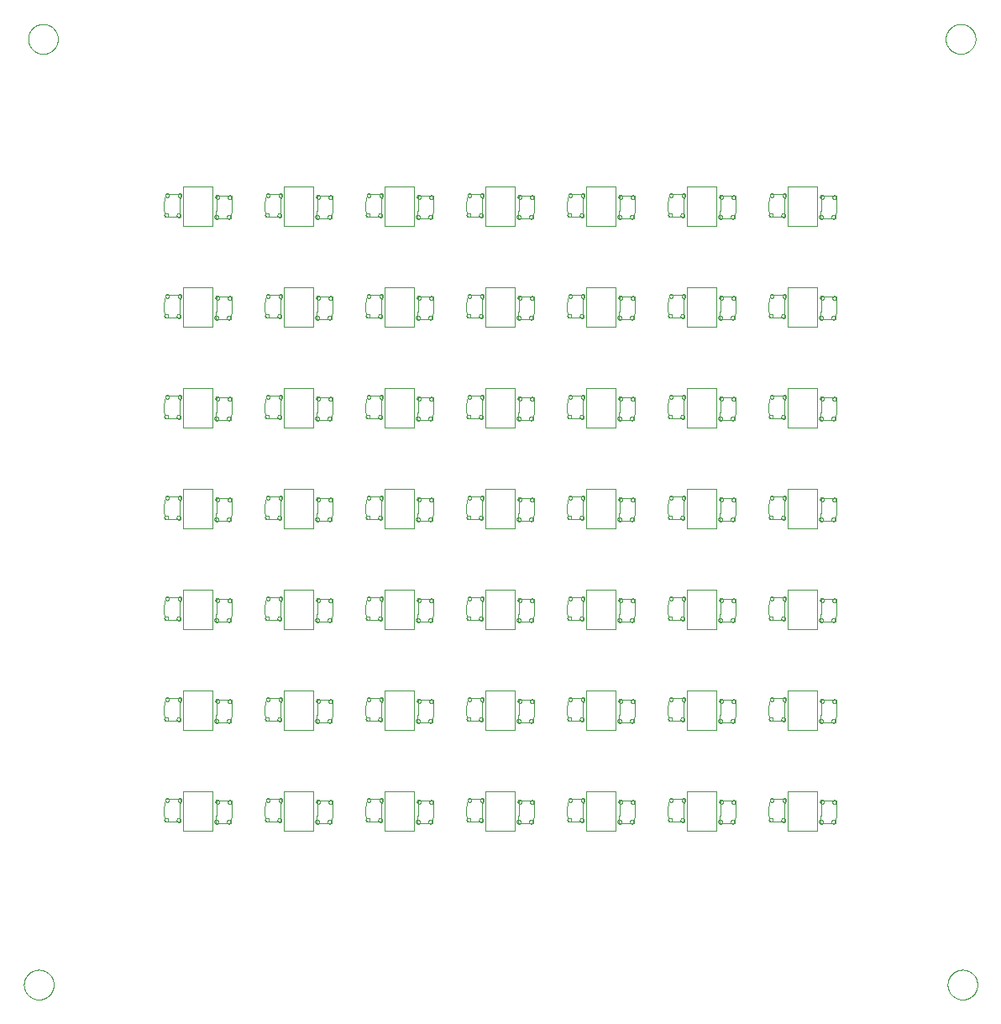
<source format=gtl>
G75*
%MOIN*%
%OFA0B0*%
%FSLAX25Y25*%
%IPPOS*%
%LPD*%
%AMOC8*
5,1,8,0,0,1.08239X$1,22.5*
%
%ADD10C,0.00039*%
D10*
X0054986Y0006925D02*
X0054988Y0007078D01*
X0054994Y0007232D01*
X0055004Y0007385D01*
X0055018Y0007537D01*
X0055036Y0007690D01*
X0055058Y0007841D01*
X0055083Y0007992D01*
X0055113Y0008143D01*
X0055147Y0008293D01*
X0055184Y0008441D01*
X0055225Y0008589D01*
X0055270Y0008735D01*
X0055319Y0008881D01*
X0055372Y0009025D01*
X0055428Y0009167D01*
X0055488Y0009308D01*
X0055552Y0009448D01*
X0055619Y0009586D01*
X0055690Y0009722D01*
X0055765Y0009856D01*
X0055842Y0009988D01*
X0055924Y0010118D01*
X0056008Y0010246D01*
X0056096Y0010372D01*
X0056187Y0010495D01*
X0056281Y0010616D01*
X0056379Y0010734D01*
X0056479Y0010850D01*
X0056583Y0010963D01*
X0056689Y0011074D01*
X0056798Y0011182D01*
X0056910Y0011287D01*
X0057024Y0011388D01*
X0057142Y0011487D01*
X0057261Y0011583D01*
X0057383Y0011676D01*
X0057508Y0011765D01*
X0057635Y0011852D01*
X0057764Y0011934D01*
X0057895Y0012014D01*
X0058028Y0012090D01*
X0058163Y0012163D01*
X0058300Y0012232D01*
X0058439Y0012297D01*
X0058579Y0012359D01*
X0058721Y0012417D01*
X0058864Y0012472D01*
X0059009Y0012523D01*
X0059155Y0012570D01*
X0059302Y0012613D01*
X0059450Y0012652D01*
X0059599Y0012688D01*
X0059749Y0012719D01*
X0059900Y0012747D01*
X0060051Y0012771D01*
X0060204Y0012791D01*
X0060356Y0012807D01*
X0060509Y0012819D01*
X0060662Y0012827D01*
X0060815Y0012831D01*
X0060969Y0012831D01*
X0061122Y0012827D01*
X0061275Y0012819D01*
X0061428Y0012807D01*
X0061580Y0012791D01*
X0061733Y0012771D01*
X0061884Y0012747D01*
X0062035Y0012719D01*
X0062185Y0012688D01*
X0062334Y0012652D01*
X0062482Y0012613D01*
X0062629Y0012570D01*
X0062775Y0012523D01*
X0062920Y0012472D01*
X0063063Y0012417D01*
X0063205Y0012359D01*
X0063345Y0012297D01*
X0063484Y0012232D01*
X0063621Y0012163D01*
X0063756Y0012090D01*
X0063889Y0012014D01*
X0064020Y0011934D01*
X0064149Y0011852D01*
X0064276Y0011765D01*
X0064401Y0011676D01*
X0064523Y0011583D01*
X0064642Y0011487D01*
X0064760Y0011388D01*
X0064874Y0011287D01*
X0064986Y0011182D01*
X0065095Y0011074D01*
X0065201Y0010963D01*
X0065305Y0010850D01*
X0065405Y0010734D01*
X0065503Y0010616D01*
X0065597Y0010495D01*
X0065688Y0010372D01*
X0065776Y0010246D01*
X0065860Y0010118D01*
X0065942Y0009988D01*
X0066019Y0009856D01*
X0066094Y0009722D01*
X0066165Y0009586D01*
X0066232Y0009448D01*
X0066296Y0009308D01*
X0066356Y0009167D01*
X0066412Y0009025D01*
X0066465Y0008881D01*
X0066514Y0008735D01*
X0066559Y0008589D01*
X0066600Y0008441D01*
X0066637Y0008293D01*
X0066671Y0008143D01*
X0066701Y0007992D01*
X0066726Y0007841D01*
X0066748Y0007690D01*
X0066766Y0007537D01*
X0066780Y0007385D01*
X0066790Y0007232D01*
X0066796Y0007078D01*
X0066798Y0006925D01*
X0066796Y0006772D01*
X0066790Y0006618D01*
X0066780Y0006465D01*
X0066766Y0006313D01*
X0066748Y0006160D01*
X0066726Y0006009D01*
X0066701Y0005858D01*
X0066671Y0005707D01*
X0066637Y0005557D01*
X0066600Y0005409D01*
X0066559Y0005261D01*
X0066514Y0005115D01*
X0066465Y0004969D01*
X0066412Y0004825D01*
X0066356Y0004683D01*
X0066296Y0004542D01*
X0066232Y0004402D01*
X0066165Y0004264D01*
X0066094Y0004128D01*
X0066019Y0003994D01*
X0065942Y0003862D01*
X0065860Y0003732D01*
X0065776Y0003604D01*
X0065688Y0003478D01*
X0065597Y0003355D01*
X0065503Y0003234D01*
X0065405Y0003116D01*
X0065305Y0003000D01*
X0065201Y0002887D01*
X0065095Y0002776D01*
X0064986Y0002668D01*
X0064874Y0002563D01*
X0064760Y0002462D01*
X0064642Y0002363D01*
X0064523Y0002267D01*
X0064401Y0002174D01*
X0064276Y0002085D01*
X0064149Y0001998D01*
X0064020Y0001916D01*
X0063889Y0001836D01*
X0063756Y0001760D01*
X0063621Y0001687D01*
X0063484Y0001618D01*
X0063345Y0001553D01*
X0063205Y0001491D01*
X0063063Y0001433D01*
X0062920Y0001378D01*
X0062775Y0001327D01*
X0062629Y0001280D01*
X0062482Y0001237D01*
X0062334Y0001198D01*
X0062185Y0001162D01*
X0062035Y0001131D01*
X0061884Y0001103D01*
X0061733Y0001079D01*
X0061580Y0001059D01*
X0061428Y0001043D01*
X0061275Y0001031D01*
X0061122Y0001023D01*
X0060969Y0001019D01*
X0060815Y0001019D01*
X0060662Y0001023D01*
X0060509Y0001031D01*
X0060356Y0001043D01*
X0060204Y0001059D01*
X0060051Y0001079D01*
X0059900Y0001103D01*
X0059749Y0001131D01*
X0059599Y0001162D01*
X0059450Y0001198D01*
X0059302Y0001237D01*
X0059155Y0001280D01*
X0059009Y0001327D01*
X0058864Y0001378D01*
X0058721Y0001433D01*
X0058579Y0001491D01*
X0058439Y0001553D01*
X0058300Y0001618D01*
X0058163Y0001687D01*
X0058028Y0001760D01*
X0057895Y0001836D01*
X0057764Y0001916D01*
X0057635Y0001998D01*
X0057508Y0002085D01*
X0057383Y0002174D01*
X0057261Y0002267D01*
X0057142Y0002363D01*
X0057024Y0002462D01*
X0056910Y0002563D01*
X0056798Y0002668D01*
X0056689Y0002776D01*
X0056583Y0002887D01*
X0056479Y0003000D01*
X0056379Y0003116D01*
X0056281Y0003234D01*
X0056187Y0003355D01*
X0056096Y0003478D01*
X0056008Y0003604D01*
X0055924Y0003732D01*
X0055842Y0003862D01*
X0055765Y0003994D01*
X0055690Y0004128D01*
X0055619Y0004264D01*
X0055552Y0004402D01*
X0055488Y0004542D01*
X0055428Y0004683D01*
X0055372Y0004825D01*
X0055319Y0004969D01*
X0055270Y0005115D01*
X0055225Y0005261D01*
X0055184Y0005409D01*
X0055147Y0005557D01*
X0055113Y0005707D01*
X0055083Y0005858D01*
X0055058Y0006009D01*
X0055036Y0006160D01*
X0055018Y0006313D01*
X0055004Y0006465D01*
X0054994Y0006618D01*
X0054988Y0006772D01*
X0054986Y0006925D01*
X0118274Y0067988D02*
X0129888Y0067988D01*
X0129888Y0083736D01*
X0118274Y0083736D01*
X0118274Y0067988D01*
X0116837Y0071650D02*
X0111168Y0071650D01*
X0110657Y0072319D02*
X0110659Y0072375D01*
X0110665Y0072430D01*
X0110675Y0072484D01*
X0110688Y0072538D01*
X0110706Y0072591D01*
X0110727Y0072642D01*
X0110751Y0072692D01*
X0110779Y0072740D01*
X0110811Y0072786D01*
X0110845Y0072830D01*
X0110883Y0072871D01*
X0110923Y0072909D01*
X0110966Y0072944D01*
X0111011Y0072976D01*
X0111059Y0073005D01*
X0111108Y0073031D01*
X0111159Y0073053D01*
X0111211Y0073071D01*
X0111265Y0073085D01*
X0111320Y0073096D01*
X0111375Y0073103D01*
X0111430Y0073106D01*
X0111486Y0073105D01*
X0111541Y0073100D01*
X0111596Y0073091D01*
X0111650Y0073079D01*
X0111703Y0073062D01*
X0111755Y0073042D01*
X0111805Y0073018D01*
X0111853Y0072991D01*
X0111900Y0072961D01*
X0111944Y0072927D01*
X0111986Y0072890D01*
X0112024Y0072850D01*
X0112061Y0072808D01*
X0112094Y0072763D01*
X0112123Y0072717D01*
X0112150Y0072668D01*
X0112172Y0072617D01*
X0112192Y0072565D01*
X0112207Y0072511D01*
X0112219Y0072457D01*
X0112227Y0072402D01*
X0112231Y0072347D01*
X0112231Y0072291D01*
X0112227Y0072236D01*
X0112219Y0072181D01*
X0112207Y0072127D01*
X0112192Y0072073D01*
X0112172Y0072021D01*
X0112150Y0071970D01*
X0112123Y0071921D01*
X0112094Y0071875D01*
X0112061Y0071830D01*
X0112024Y0071788D01*
X0111986Y0071748D01*
X0111944Y0071711D01*
X0111900Y0071677D01*
X0111853Y0071647D01*
X0111805Y0071620D01*
X0111755Y0071596D01*
X0111703Y0071576D01*
X0111650Y0071559D01*
X0111596Y0071547D01*
X0111541Y0071538D01*
X0111486Y0071533D01*
X0111430Y0071532D01*
X0111375Y0071535D01*
X0111320Y0071542D01*
X0111265Y0071553D01*
X0111211Y0071567D01*
X0111159Y0071585D01*
X0111108Y0071607D01*
X0111059Y0071633D01*
X0111011Y0071662D01*
X0110966Y0071694D01*
X0110923Y0071729D01*
X0110883Y0071767D01*
X0110845Y0071808D01*
X0110811Y0071852D01*
X0110779Y0071898D01*
X0110751Y0071946D01*
X0110727Y0071996D01*
X0110706Y0072047D01*
X0110688Y0072100D01*
X0110675Y0072154D01*
X0110665Y0072208D01*
X0110659Y0072263D01*
X0110657Y0072319D01*
X0115617Y0072201D02*
X0115619Y0072257D01*
X0115625Y0072312D01*
X0115635Y0072366D01*
X0115648Y0072420D01*
X0115666Y0072473D01*
X0115687Y0072524D01*
X0115711Y0072574D01*
X0115739Y0072622D01*
X0115771Y0072668D01*
X0115805Y0072712D01*
X0115843Y0072753D01*
X0115883Y0072791D01*
X0115926Y0072826D01*
X0115971Y0072858D01*
X0116019Y0072887D01*
X0116068Y0072913D01*
X0116119Y0072935D01*
X0116171Y0072953D01*
X0116225Y0072967D01*
X0116280Y0072978D01*
X0116335Y0072985D01*
X0116390Y0072988D01*
X0116446Y0072987D01*
X0116501Y0072982D01*
X0116556Y0072973D01*
X0116610Y0072961D01*
X0116663Y0072944D01*
X0116715Y0072924D01*
X0116765Y0072900D01*
X0116813Y0072873D01*
X0116860Y0072843D01*
X0116904Y0072809D01*
X0116946Y0072772D01*
X0116984Y0072732D01*
X0117021Y0072690D01*
X0117054Y0072645D01*
X0117083Y0072599D01*
X0117110Y0072550D01*
X0117132Y0072499D01*
X0117152Y0072447D01*
X0117167Y0072393D01*
X0117179Y0072339D01*
X0117187Y0072284D01*
X0117191Y0072229D01*
X0117191Y0072173D01*
X0117187Y0072118D01*
X0117179Y0072063D01*
X0117167Y0072009D01*
X0117152Y0071955D01*
X0117132Y0071903D01*
X0117110Y0071852D01*
X0117083Y0071803D01*
X0117054Y0071757D01*
X0117021Y0071712D01*
X0116984Y0071670D01*
X0116946Y0071630D01*
X0116904Y0071593D01*
X0116860Y0071559D01*
X0116813Y0071529D01*
X0116765Y0071502D01*
X0116715Y0071478D01*
X0116663Y0071458D01*
X0116610Y0071441D01*
X0116556Y0071429D01*
X0116501Y0071420D01*
X0116446Y0071415D01*
X0116390Y0071414D01*
X0116335Y0071417D01*
X0116280Y0071424D01*
X0116225Y0071435D01*
X0116171Y0071449D01*
X0116119Y0071467D01*
X0116068Y0071489D01*
X0116019Y0071515D01*
X0115971Y0071544D01*
X0115926Y0071576D01*
X0115883Y0071611D01*
X0115843Y0071649D01*
X0115805Y0071690D01*
X0115771Y0071734D01*
X0115739Y0071780D01*
X0115711Y0071828D01*
X0115687Y0071878D01*
X0115666Y0071929D01*
X0115648Y0071982D01*
X0115635Y0072036D01*
X0115625Y0072090D01*
X0115619Y0072145D01*
X0115617Y0072201D01*
X0116011Y0080193D02*
X0116013Y0080249D01*
X0116019Y0080304D01*
X0116029Y0080358D01*
X0116042Y0080412D01*
X0116060Y0080465D01*
X0116081Y0080516D01*
X0116105Y0080566D01*
X0116133Y0080614D01*
X0116165Y0080660D01*
X0116199Y0080704D01*
X0116237Y0080745D01*
X0116277Y0080783D01*
X0116320Y0080818D01*
X0116365Y0080850D01*
X0116413Y0080879D01*
X0116462Y0080905D01*
X0116513Y0080927D01*
X0116565Y0080945D01*
X0116619Y0080959D01*
X0116674Y0080970D01*
X0116729Y0080977D01*
X0116784Y0080980D01*
X0116840Y0080979D01*
X0116895Y0080974D01*
X0116950Y0080965D01*
X0117004Y0080953D01*
X0117057Y0080936D01*
X0117109Y0080916D01*
X0117159Y0080892D01*
X0117207Y0080865D01*
X0117254Y0080835D01*
X0117298Y0080801D01*
X0117340Y0080764D01*
X0117378Y0080724D01*
X0117415Y0080682D01*
X0117448Y0080637D01*
X0117477Y0080591D01*
X0117504Y0080542D01*
X0117526Y0080491D01*
X0117546Y0080439D01*
X0117561Y0080385D01*
X0117573Y0080331D01*
X0117581Y0080276D01*
X0117585Y0080221D01*
X0117585Y0080165D01*
X0117581Y0080110D01*
X0117573Y0080055D01*
X0117561Y0080001D01*
X0117546Y0079947D01*
X0117526Y0079895D01*
X0117504Y0079844D01*
X0117477Y0079795D01*
X0117448Y0079749D01*
X0117415Y0079704D01*
X0117378Y0079662D01*
X0117340Y0079622D01*
X0117298Y0079585D01*
X0117254Y0079551D01*
X0117207Y0079521D01*
X0117159Y0079494D01*
X0117109Y0079470D01*
X0117057Y0079450D01*
X0117004Y0079433D01*
X0116950Y0079421D01*
X0116895Y0079412D01*
X0116840Y0079407D01*
X0116784Y0079406D01*
X0116729Y0079409D01*
X0116674Y0079416D01*
X0116619Y0079427D01*
X0116565Y0079441D01*
X0116513Y0079459D01*
X0116462Y0079481D01*
X0116413Y0079507D01*
X0116365Y0079536D01*
X0116320Y0079568D01*
X0116277Y0079603D01*
X0116237Y0079641D01*
X0116199Y0079682D01*
X0116165Y0079726D01*
X0116133Y0079772D01*
X0116105Y0079820D01*
X0116081Y0079870D01*
X0116060Y0079921D01*
X0116042Y0079974D01*
X0116029Y0080028D01*
X0116019Y0080082D01*
X0116013Y0080137D01*
X0116011Y0080193D01*
X0117270Y0080705D02*
X0111404Y0080705D01*
X0111050Y0080193D02*
X0111052Y0080249D01*
X0111058Y0080304D01*
X0111068Y0080358D01*
X0111081Y0080412D01*
X0111099Y0080465D01*
X0111120Y0080516D01*
X0111144Y0080566D01*
X0111172Y0080614D01*
X0111204Y0080660D01*
X0111238Y0080704D01*
X0111276Y0080745D01*
X0111316Y0080783D01*
X0111359Y0080818D01*
X0111404Y0080850D01*
X0111452Y0080879D01*
X0111501Y0080905D01*
X0111552Y0080927D01*
X0111604Y0080945D01*
X0111658Y0080959D01*
X0111713Y0080970D01*
X0111768Y0080977D01*
X0111823Y0080980D01*
X0111879Y0080979D01*
X0111934Y0080974D01*
X0111989Y0080965D01*
X0112043Y0080953D01*
X0112096Y0080936D01*
X0112148Y0080916D01*
X0112198Y0080892D01*
X0112246Y0080865D01*
X0112293Y0080835D01*
X0112337Y0080801D01*
X0112379Y0080764D01*
X0112417Y0080724D01*
X0112454Y0080682D01*
X0112487Y0080637D01*
X0112516Y0080591D01*
X0112543Y0080542D01*
X0112565Y0080491D01*
X0112585Y0080439D01*
X0112600Y0080385D01*
X0112612Y0080331D01*
X0112620Y0080276D01*
X0112624Y0080221D01*
X0112624Y0080165D01*
X0112620Y0080110D01*
X0112612Y0080055D01*
X0112600Y0080001D01*
X0112585Y0079947D01*
X0112565Y0079895D01*
X0112543Y0079844D01*
X0112516Y0079795D01*
X0112487Y0079749D01*
X0112454Y0079704D01*
X0112417Y0079662D01*
X0112379Y0079622D01*
X0112337Y0079585D01*
X0112293Y0079551D01*
X0112246Y0079521D01*
X0112198Y0079494D01*
X0112148Y0079470D01*
X0112096Y0079450D01*
X0112043Y0079433D01*
X0111989Y0079421D01*
X0111934Y0079412D01*
X0111879Y0079407D01*
X0111823Y0079406D01*
X0111768Y0079409D01*
X0111713Y0079416D01*
X0111658Y0079427D01*
X0111604Y0079441D01*
X0111552Y0079459D01*
X0111501Y0079481D01*
X0111452Y0079507D01*
X0111404Y0079536D01*
X0111359Y0079568D01*
X0111316Y0079603D01*
X0111276Y0079641D01*
X0111238Y0079682D01*
X0111204Y0079726D01*
X0111172Y0079772D01*
X0111144Y0079820D01*
X0111120Y0079870D01*
X0111099Y0079921D01*
X0111081Y0079974D01*
X0111068Y0080028D01*
X0111058Y0080082D01*
X0111052Y0080137D01*
X0111050Y0080193D01*
X0131325Y0080075D02*
X0131392Y0079378D01*
X0131441Y0078679D01*
X0131475Y0077980D01*
X0131491Y0077280D01*
X0131491Y0076580D01*
X0131474Y0075880D01*
X0131441Y0075181D01*
X0131391Y0074482D01*
X0131324Y0073786D01*
X0131241Y0073090D01*
X0131141Y0072397D01*
X0131025Y0071707D01*
X0130892Y0071020D01*
X0136759Y0071020D01*
X0135538Y0071531D02*
X0135540Y0071587D01*
X0135546Y0071642D01*
X0135556Y0071696D01*
X0135569Y0071750D01*
X0135587Y0071803D01*
X0135608Y0071854D01*
X0135632Y0071904D01*
X0135660Y0071952D01*
X0135692Y0071998D01*
X0135726Y0072042D01*
X0135764Y0072083D01*
X0135804Y0072121D01*
X0135847Y0072156D01*
X0135892Y0072188D01*
X0135940Y0072217D01*
X0135989Y0072243D01*
X0136040Y0072265D01*
X0136092Y0072283D01*
X0136146Y0072297D01*
X0136201Y0072308D01*
X0136256Y0072315D01*
X0136311Y0072318D01*
X0136367Y0072317D01*
X0136422Y0072312D01*
X0136477Y0072303D01*
X0136531Y0072291D01*
X0136584Y0072274D01*
X0136636Y0072254D01*
X0136686Y0072230D01*
X0136734Y0072203D01*
X0136781Y0072173D01*
X0136825Y0072139D01*
X0136867Y0072102D01*
X0136905Y0072062D01*
X0136942Y0072020D01*
X0136975Y0071975D01*
X0137004Y0071929D01*
X0137031Y0071880D01*
X0137053Y0071829D01*
X0137073Y0071777D01*
X0137088Y0071723D01*
X0137100Y0071669D01*
X0137108Y0071614D01*
X0137112Y0071559D01*
X0137112Y0071503D01*
X0137108Y0071448D01*
X0137100Y0071393D01*
X0137088Y0071339D01*
X0137073Y0071285D01*
X0137053Y0071233D01*
X0137031Y0071182D01*
X0137004Y0071133D01*
X0136975Y0071087D01*
X0136942Y0071042D01*
X0136905Y0071000D01*
X0136867Y0070960D01*
X0136825Y0070923D01*
X0136781Y0070889D01*
X0136734Y0070859D01*
X0136686Y0070832D01*
X0136636Y0070808D01*
X0136584Y0070788D01*
X0136531Y0070771D01*
X0136477Y0070759D01*
X0136422Y0070750D01*
X0136367Y0070745D01*
X0136311Y0070744D01*
X0136256Y0070747D01*
X0136201Y0070754D01*
X0136146Y0070765D01*
X0136092Y0070779D01*
X0136040Y0070797D01*
X0135989Y0070819D01*
X0135940Y0070845D01*
X0135892Y0070874D01*
X0135847Y0070906D01*
X0135804Y0070941D01*
X0135764Y0070979D01*
X0135726Y0071020D01*
X0135692Y0071064D01*
X0135660Y0071110D01*
X0135632Y0071158D01*
X0135608Y0071208D01*
X0135587Y0071259D01*
X0135569Y0071312D01*
X0135556Y0071366D01*
X0135546Y0071420D01*
X0135540Y0071475D01*
X0135538Y0071531D01*
X0130578Y0071531D02*
X0130580Y0071587D01*
X0130586Y0071642D01*
X0130596Y0071696D01*
X0130609Y0071750D01*
X0130627Y0071803D01*
X0130648Y0071854D01*
X0130672Y0071904D01*
X0130700Y0071952D01*
X0130732Y0071998D01*
X0130766Y0072042D01*
X0130804Y0072083D01*
X0130844Y0072121D01*
X0130887Y0072156D01*
X0130932Y0072188D01*
X0130980Y0072217D01*
X0131029Y0072243D01*
X0131080Y0072265D01*
X0131132Y0072283D01*
X0131186Y0072297D01*
X0131241Y0072308D01*
X0131296Y0072315D01*
X0131351Y0072318D01*
X0131407Y0072317D01*
X0131462Y0072312D01*
X0131517Y0072303D01*
X0131571Y0072291D01*
X0131624Y0072274D01*
X0131676Y0072254D01*
X0131726Y0072230D01*
X0131774Y0072203D01*
X0131821Y0072173D01*
X0131865Y0072139D01*
X0131907Y0072102D01*
X0131945Y0072062D01*
X0131982Y0072020D01*
X0132015Y0071975D01*
X0132044Y0071929D01*
X0132071Y0071880D01*
X0132093Y0071829D01*
X0132113Y0071777D01*
X0132128Y0071723D01*
X0132140Y0071669D01*
X0132148Y0071614D01*
X0132152Y0071559D01*
X0132152Y0071503D01*
X0132148Y0071448D01*
X0132140Y0071393D01*
X0132128Y0071339D01*
X0132113Y0071285D01*
X0132093Y0071233D01*
X0132071Y0071182D01*
X0132044Y0071133D01*
X0132015Y0071087D01*
X0131982Y0071042D01*
X0131945Y0071000D01*
X0131907Y0070960D01*
X0131865Y0070923D01*
X0131821Y0070889D01*
X0131774Y0070859D01*
X0131726Y0070832D01*
X0131676Y0070808D01*
X0131624Y0070788D01*
X0131571Y0070771D01*
X0131517Y0070759D01*
X0131462Y0070750D01*
X0131407Y0070745D01*
X0131351Y0070744D01*
X0131296Y0070747D01*
X0131241Y0070754D01*
X0131186Y0070765D01*
X0131132Y0070779D01*
X0131080Y0070797D01*
X0131029Y0070819D01*
X0130980Y0070845D01*
X0130932Y0070874D01*
X0130887Y0070906D01*
X0130844Y0070941D01*
X0130804Y0070979D01*
X0130766Y0071020D01*
X0130732Y0071064D01*
X0130700Y0071110D01*
X0130672Y0071158D01*
X0130648Y0071208D01*
X0130627Y0071259D01*
X0130609Y0071312D01*
X0130596Y0071366D01*
X0130586Y0071420D01*
X0130580Y0071475D01*
X0130578Y0071531D01*
X0111168Y0071650D02*
X0111070Y0071977D01*
X0110980Y0072306D01*
X0110898Y0072638D01*
X0110825Y0072972D01*
X0110759Y0073307D01*
X0110702Y0073644D01*
X0110652Y0073982D01*
X0110612Y0074321D01*
X0110579Y0074661D01*
X0110555Y0075002D01*
X0110538Y0075343D01*
X0110531Y0075684D01*
X0110531Y0076026D01*
X0110540Y0076367D01*
X0110557Y0076709D01*
X0110583Y0077049D01*
X0110617Y0077389D01*
X0110659Y0077728D01*
X0110709Y0078066D01*
X0110768Y0078403D01*
X0110835Y0078738D01*
X0110909Y0079071D01*
X0110992Y0079402D01*
X0111083Y0079732D01*
X0111182Y0080059D01*
X0111289Y0080383D01*
X0111404Y0080705D01*
X0136995Y0080074D02*
X0137093Y0079747D01*
X0137183Y0079418D01*
X0137265Y0079086D01*
X0137338Y0078752D01*
X0137404Y0078417D01*
X0137461Y0078080D01*
X0137511Y0077742D01*
X0137551Y0077403D01*
X0137584Y0077063D01*
X0137608Y0076722D01*
X0137625Y0076381D01*
X0137632Y0076040D01*
X0137632Y0075698D01*
X0137623Y0075357D01*
X0137606Y0075015D01*
X0137580Y0074675D01*
X0137546Y0074335D01*
X0137504Y0073996D01*
X0137454Y0073658D01*
X0137395Y0073321D01*
X0137328Y0072986D01*
X0137254Y0072653D01*
X0137171Y0072322D01*
X0137080Y0071992D01*
X0136981Y0071665D01*
X0136874Y0071341D01*
X0136759Y0071019D01*
X0170892Y0071020D02*
X0171025Y0071707D01*
X0171141Y0072397D01*
X0171241Y0073090D01*
X0171324Y0073786D01*
X0171391Y0074482D01*
X0171441Y0075181D01*
X0171474Y0075880D01*
X0171491Y0076580D01*
X0171491Y0077280D01*
X0171475Y0077980D01*
X0171441Y0078679D01*
X0171392Y0079378D01*
X0171325Y0080075D01*
X0176995Y0080075D01*
X0175932Y0079406D02*
X0175934Y0079462D01*
X0175940Y0079517D01*
X0175950Y0079571D01*
X0175963Y0079625D01*
X0175981Y0079678D01*
X0176002Y0079729D01*
X0176026Y0079779D01*
X0176054Y0079827D01*
X0176086Y0079873D01*
X0176120Y0079917D01*
X0176158Y0079958D01*
X0176198Y0079996D01*
X0176241Y0080031D01*
X0176286Y0080063D01*
X0176334Y0080092D01*
X0176383Y0080118D01*
X0176434Y0080140D01*
X0176486Y0080158D01*
X0176540Y0080172D01*
X0176595Y0080183D01*
X0176650Y0080190D01*
X0176705Y0080193D01*
X0176761Y0080192D01*
X0176816Y0080187D01*
X0176871Y0080178D01*
X0176925Y0080166D01*
X0176978Y0080149D01*
X0177030Y0080129D01*
X0177080Y0080105D01*
X0177128Y0080078D01*
X0177175Y0080048D01*
X0177219Y0080014D01*
X0177261Y0079977D01*
X0177299Y0079937D01*
X0177336Y0079895D01*
X0177369Y0079850D01*
X0177398Y0079804D01*
X0177425Y0079755D01*
X0177447Y0079704D01*
X0177467Y0079652D01*
X0177482Y0079598D01*
X0177494Y0079544D01*
X0177502Y0079489D01*
X0177506Y0079434D01*
X0177506Y0079378D01*
X0177502Y0079323D01*
X0177494Y0079268D01*
X0177482Y0079214D01*
X0177467Y0079160D01*
X0177447Y0079108D01*
X0177425Y0079057D01*
X0177398Y0079008D01*
X0177369Y0078962D01*
X0177336Y0078917D01*
X0177299Y0078875D01*
X0177261Y0078835D01*
X0177219Y0078798D01*
X0177175Y0078764D01*
X0177128Y0078734D01*
X0177080Y0078707D01*
X0177030Y0078683D01*
X0176978Y0078663D01*
X0176925Y0078646D01*
X0176871Y0078634D01*
X0176816Y0078625D01*
X0176761Y0078620D01*
X0176705Y0078619D01*
X0176650Y0078622D01*
X0176595Y0078629D01*
X0176540Y0078640D01*
X0176486Y0078654D01*
X0176434Y0078672D01*
X0176383Y0078694D01*
X0176334Y0078720D01*
X0176286Y0078749D01*
X0176241Y0078781D01*
X0176198Y0078816D01*
X0176158Y0078854D01*
X0176120Y0078895D01*
X0176086Y0078939D01*
X0176054Y0078985D01*
X0176026Y0079033D01*
X0176002Y0079083D01*
X0175981Y0079134D01*
X0175963Y0079187D01*
X0175950Y0079241D01*
X0175940Y0079295D01*
X0175934Y0079350D01*
X0175932Y0079406D01*
X0170972Y0079524D02*
X0170974Y0079580D01*
X0170980Y0079635D01*
X0170990Y0079689D01*
X0171003Y0079743D01*
X0171021Y0079796D01*
X0171042Y0079847D01*
X0171066Y0079897D01*
X0171094Y0079945D01*
X0171126Y0079991D01*
X0171160Y0080035D01*
X0171198Y0080076D01*
X0171238Y0080114D01*
X0171281Y0080149D01*
X0171326Y0080181D01*
X0171374Y0080210D01*
X0171423Y0080236D01*
X0171474Y0080258D01*
X0171526Y0080276D01*
X0171580Y0080290D01*
X0171635Y0080301D01*
X0171690Y0080308D01*
X0171745Y0080311D01*
X0171801Y0080310D01*
X0171856Y0080305D01*
X0171911Y0080296D01*
X0171965Y0080284D01*
X0172018Y0080267D01*
X0172070Y0080247D01*
X0172120Y0080223D01*
X0172168Y0080196D01*
X0172215Y0080166D01*
X0172259Y0080132D01*
X0172301Y0080095D01*
X0172339Y0080055D01*
X0172376Y0080013D01*
X0172409Y0079968D01*
X0172438Y0079922D01*
X0172465Y0079873D01*
X0172487Y0079822D01*
X0172507Y0079770D01*
X0172522Y0079716D01*
X0172534Y0079662D01*
X0172542Y0079607D01*
X0172546Y0079552D01*
X0172546Y0079496D01*
X0172542Y0079441D01*
X0172534Y0079386D01*
X0172522Y0079332D01*
X0172507Y0079278D01*
X0172487Y0079226D01*
X0172465Y0079175D01*
X0172438Y0079126D01*
X0172409Y0079080D01*
X0172376Y0079035D01*
X0172339Y0078993D01*
X0172301Y0078953D01*
X0172259Y0078916D01*
X0172215Y0078882D01*
X0172168Y0078852D01*
X0172120Y0078825D01*
X0172070Y0078801D01*
X0172018Y0078781D01*
X0171965Y0078764D01*
X0171911Y0078752D01*
X0171856Y0078743D01*
X0171801Y0078738D01*
X0171745Y0078737D01*
X0171690Y0078740D01*
X0171635Y0078747D01*
X0171580Y0078758D01*
X0171526Y0078772D01*
X0171474Y0078790D01*
X0171423Y0078812D01*
X0171374Y0078838D01*
X0171326Y0078867D01*
X0171281Y0078899D01*
X0171238Y0078934D01*
X0171198Y0078972D01*
X0171160Y0079013D01*
X0171126Y0079057D01*
X0171094Y0079103D01*
X0171066Y0079151D01*
X0171042Y0079201D01*
X0171021Y0079252D01*
X0171003Y0079305D01*
X0170990Y0079359D01*
X0170980Y0079413D01*
X0170974Y0079468D01*
X0170972Y0079524D01*
X0169888Y0083736D02*
X0169888Y0067988D01*
X0158274Y0067988D01*
X0158274Y0083736D01*
X0169888Y0083736D01*
X0151404Y0080705D02*
X0151289Y0080383D01*
X0151182Y0080059D01*
X0151083Y0079732D01*
X0150992Y0079402D01*
X0150909Y0079071D01*
X0150835Y0078738D01*
X0150768Y0078403D01*
X0150709Y0078066D01*
X0150659Y0077728D01*
X0150617Y0077389D01*
X0150583Y0077049D01*
X0150557Y0076709D01*
X0150540Y0076367D01*
X0150531Y0076026D01*
X0150531Y0075684D01*
X0150538Y0075343D01*
X0150555Y0075002D01*
X0150579Y0074661D01*
X0150612Y0074321D01*
X0150652Y0073982D01*
X0150702Y0073644D01*
X0150759Y0073307D01*
X0150825Y0072972D01*
X0150898Y0072638D01*
X0150980Y0072306D01*
X0151070Y0071977D01*
X0151168Y0071650D01*
X0156837Y0071650D01*
X0155617Y0072201D02*
X0155619Y0072257D01*
X0155625Y0072312D01*
X0155635Y0072366D01*
X0155648Y0072420D01*
X0155666Y0072473D01*
X0155687Y0072524D01*
X0155711Y0072574D01*
X0155739Y0072622D01*
X0155771Y0072668D01*
X0155805Y0072712D01*
X0155843Y0072753D01*
X0155883Y0072791D01*
X0155926Y0072826D01*
X0155971Y0072858D01*
X0156019Y0072887D01*
X0156068Y0072913D01*
X0156119Y0072935D01*
X0156171Y0072953D01*
X0156225Y0072967D01*
X0156280Y0072978D01*
X0156335Y0072985D01*
X0156390Y0072988D01*
X0156446Y0072987D01*
X0156501Y0072982D01*
X0156556Y0072973D01*
X0156610Y0072961D01*
X0156663Y0072944D01*
X0156715Y0072924D01*
X0156765Y0072900D01*
X0156813Y0072873D01*
X0156860Y0072843D01*
X0156904Y0072809D01*
X0156946Y0072772D01*
X0156984Y0072732D01*
X0157021Y0072690D01*
X0157054Y0072645D01*
X0157083Y0072599D01*
X0157110Y0072550D01*
X0157132Y0072499D01*
X0157152Y0072447D01*
X0157167Y0072393D01*
X0157179Y0072339D01*
X0157187Y0072284D01*
X0157191Y0072229D01*
X0157191Y0072173D01*
X0157187Y0072118D01*
X0157179Y0072063D01*
X0157167Y0072009D01*
X0157152Y0071955D01*
X0157132Y0071903D01*
X0157110Y0071852D01*
X0157083Y0071803D01*
X0157054Y0071757D01*
X0157021Y0071712D01*
X0156984Y0071670D01*
X0156946Y0071630D01*
X0156904Y0071593D01*
X0156860Y0071559D01*
X0156813Y0071529D01*
X0156765Y0071502D01*
X0156715Y0071478D01*
X0156663Y0071458D01*
X0156610Y0071441D01*
X0156556Y0071429D01*
X0156501Y0071420D01*
X0156446Y0071415D01*
X0156390Y0071414D01*
X0156335Y0071417D01*
X0156280Y0071424D01*
X0156225Y0071435D01*
X0156171Y0071449D01*
X0156119Y0071467D01*
X0156068Y0071489D01*
X0156019Y0071515D01*
X0155971Y0071544D01*
X0155926Y0071576D01*
X0155883Y0071611D01*
X0155843Y0071649D01*
X0155805Y0071690D01*
X0155771Y0071734D01*
X0155739Y0071780D01*
X0155711Y0071828D01*
X0155687Y0071878D01*
X0155666Y0071929D01*
X0155648Y0071982D01*
X0155635Y0072036D01*
X0155625Y0072090D01*
X0155619Y0072145D01*
X0155617Y0072201D01*
X0150657Y0072319D02*
X0150659Y0072375D01*
X0150665Y0072430D01*
X0150675Y0072484D01*
X0150688Y0072538D01*
X0150706Y0072591D01*
X0150727Y0072642D01*
X0150751Y0072692D01*
X0150779Y0072740D01*
X0150811Y0072786D01*
X0150845Y0072830D01*
X0150883Y0072871D01*
X0150923Y0072909D01*
X0150966Y0072944D01*
X0151011Y0072976D01*
X0151059Y0073005D01*
X0151108Y0073031D01*
X0151159Y0073053D01*
X0151211Y0073071D01*
X0151265Y0073085D01*
X0151320Y0073096D01*
X0151375Y0073103D01*
X0151430Y0073106D01*
X0151486Y0073105D01*
X0151541Y0073100D01*
X0151596Y0073091D01*
X0151650Y0073079D01*
X0151703Y0073062D01*
X0151755Y0073042D01*
X0151805Y0073018D01*
X0151853Y0072991D01*
X0151900Y0072961D01*
X0151944Y0072927D01*
X0151986Y0072890D01*
X0152024Y0072850D01*
X0152061Y0072808D01*
X0152094Y0072763D01*
X0152123Y0072717D01*
X0152150Y0072668D01*
X0152172Y0072617D01*
X0152192Y0072565D01*
X0152207Y0072511D01*
X0152219Y0072457D01*
X0152227Y0072402D01*
X0152231Y0072347D01*
X0152231Y0072291D01*
X0152227Y0072236D01*
X0152219Y0072181D01*
X0152207Y0072127D01*
X0152192Y0072073D01*
X0152172Y0072021D01*
X0152150Y0071970D01*
X0152123Y0071921D01*
X0152094Y0071875D01*
X0152061Y0071830D01*
X0152024Y0071788D01*
X0151986Y0071748D01*
X0151944Y0071711D01*
X0151900Y0071677D01*
X0151853Y0071647D01*
X0151805Y0071620D01*
X0151755Y0071596D01*
X0151703Y0071576D01*
X0151650Y0071559D01*
X0151596Y0071547D01*
X0151541Y0071538D01*
X0151486Y0071533D01*
X0151430Y0071532D01*
X0151375Y0071535D01*
X0151320Y0071542D01*
X0151265Y0071553D01*
X0151211Y0071567D01*
X0151159Y0071585D01*
X0151108Y0071607D01*
X0151059Y0071633D01*
X0151011Y0071662D01*
X0150966Y0071694D01*
X0150923Y0071729D01*
X0150883Y0071767D01*
X0150845Y0071808D01*
X0150811Y0071852D01*
X0150779Y0071898D01*
X0150751Y0071946D01*
X0150727Y0071996D01*
X0150706Y0072047D01*
X0150688Y0072100D01*
X0150675Y0072154D01*
X0150665Y0072208D01*
X0150659Y0072263D01*
X0150657Y0072319D01*
X0116838Y0071649D02*
X0116771Y0072346D01*
X0116722Y0073045D01*
X0116688Y0073744D01*
X0116672Y0074444D01*
X0116672Y0075144D01*
X0116689Y0075844D01*
X0116722Y0076543D01*
X0116772Y0077242D01*
X0116839Y0077938D01*
X0116922Y0078634D01*
X0117022Y0079327D01*
X0117138Y0080017D01*
X0117271Y0080704D01*
X0131325Y0080075D02*
X0136995Y0080075D01*
X0135932Y0079406D02*
X0135934Y0079462D01*
X0135940Y0079517D01*
X0135950Y0079571D01*
X0135963Y0079625D01*
X0135981Y0079678D01*
X0136002Y0079729D01*
X0136026Y0079779D01*
X0136054Y0079827D01*
X0136086Y0079873D01*
X0136120Y0079917D01*
X0136158Y0079958D01*
X0136198Y0079996D01*
X0136241Y0080031D01*
X0136286Y0080063D01*
X0136334Y0080092D01*
X0136383Y0080118D01*
X0136434Y0080140D01*
X0136486Y0080158D01*
X0136540Y0080172D01*
X0136595Y0080183D01*
X0136650Y0080190D01*
X0136705Y0080193D01*
X0136761Y0080192D01*
X0136816Y0080187D01*
X0136871Y0080178D01*
X0136925Y0080166D01*
X0136978Y0080149D01*
X0137030Y0080129D01*
X0137080Y0080105D01*
X0137128Y0080078D01*
X0137175Y0080048D01*
X0137219Y0080014D01*
X0137261Y0079977D01*
X0137299Y0079937D01*
X0137336Y0079895D01*
X0137369Y0079850D01*
X0137398Y0079804D01*
X0137425Y0079755D01*
X0137447Y0079704D01*
X0137467Y0079652D01*
X0137482Y0079598D01*
X0137494Y0079544D01*
X0137502Y0079489D01*
X0137506Y0079434D01*
X0137506Y0079378D01*
X0137502Y0079323D01*
X0137494Y0079268D01*
X0137482Y0079214D01*
X0137467Y0079160D01*
X0137447Y0079108D01*
X0137425Y0079057D01*
X0137398Y0079008D01*
X0137369Y0078962D01*
X0137336Y0078917D01*
X0137299Y0078875D01*
X0137261Y0078835D01*
X0137219Y0078798D01*
X0137175Y0078764D01*
X0137128Y0078734D01*
X0137080Y0078707D01*
X0137030Y0078683D01*
X0136978Y0078663D01*
X0136925Y0078646D01*
X0136871Y0078634D01*
X0136816Y0078625D01*
X0136761Y0078620D01*
X0136705Y0078619D01*
X0136650Y0078622D01*
X0136595Y0078629D01*
X0136540Y0078640D01*
X0136486Y0078654D01*
X0136434Y0078672D01*
X0136383Y0078694D01*
X0136334Y0078720D01*
X0136286Y0078749D01*
X0136241Y0078781D01*
X0136198Y0078816D01*
X0136158Y0078854D01*
X0136120Y0078895D01*
X0136086Y0078939D01*
X0136054Y0078985D01*
X0136026Y0079033D01*
X0136002Y0079083D01*
X0135981Y0079134D01*
X0135963Y0079187D01*
X0135950Y0079241D01*
X0135940Y0079295D01*
X0135934Y0079350D01*
X0135932Y0079406D01*
X0130972Y0079524D02*
X0130974Y0079580D01*
X0130980Y0079635D01*
X0130990Y0079689D01*
X0131003Y0079743D01*
X0131021Y0079796D01*
X0131042Y0079847D01*
X0131066Y0079897D01*
X0131094Y0079945D01*
X0131126Y0079991D01*
X0131160Y0080035D01*
X0131198Y0080076D01*
X0131238Y0080114D01*
X0131281Y0080149D01*
X0131326Y0080181D01*
X0131374Y0080210D01*
X0131423Y0080236D01*
X0131474Y0080258D01*
X0131526Y0080276D01*
X0131580Y0080290D01*
X0131635Y0080301D01*
X0131690Y0080308D01*
X0131745Y0080311D01*
X0131801Y0080310D01*
X0131856Y0080305D01*
X0131911Y0080296D01*
X0131965Y0080284D01*
X0132018Y0080267D01*
X0132070Y0080247D01*
X0132120Y0080223D01*
X0132168Y0080196D01*
X0132215Y0080166D01*
X0132259Y0080132D01*
X0132301Y0080095D01*
X0132339Y0080055D01*
X0132376Y0080013D01*
X0132409Y0079968D01*
X0132438Y0079922D01*
X0132465Y0079873D01*
X0132487Y0079822D01*
X0132507Y0079770D01*
X0132522Y0079716D01*
X0132534Y0079662D01*
X0132542Y0079607D01*
X0132546Y0079552D01*
X0132546Y0079496D01*
X0132542Y0079441D01*
X0132534Y0079386D01*
X0132522Y0079332D01*
X0132507Y0079278D01*
X0132487Y0079226D01*
X0132465Y0079175D01*
X0132438Y0079126D01*
X0132409Y0079080D01*
X0132376Y0079035D01*
X0132339Y0078993D01*
X0132301Y0078953D01*
X0132259Y0078916D01*
X0132215Y0078882D01*
X0132168Y0078852D01*
X0132120Y0078825D01*
X0132070Y0078801D01*
X0132018Y0078781D01*
X0131965Y0078764D01*
X0131911Y0078752D01*
X0131856Y0078743D01*
X0131801Y0078738D01*
X0131745Y0078737D01*
X0131690Y0078740D01*
X0131635Y0078747D01*
X0131580Y0078758D01*
X0131526Y0078772D01*
X0131474Y0078790D01*
X0131423Y0078812D01*
X0131374Y0078838D01*
X0131326Y0078867D01*
X0131281Y0078899D01*
X0131238Y0078934D01*
X0131198Y0078972D01*
X0131160Y0079013D01*
X0131126Y0079057D01*
X0131094Y0079103D01*
X0131066Y0079151D01*
X0131042Y0079201D01*
X0131021Y0079252D01*
X0131003Y0079305D01*
X0130990Y0079359D01*
X0130980Y0079413D01*
X0130974Y0079468D01*
X0130972Y0079524D01*
X0151404Y0080705D02*
X0157270Y0080705D01*
X0156011Y0080193D02*
X0156013Y0080249D01*
X0156019Y0080304D01*
X0156029Y0080358D01*
X0156042Y0080412D01*
X0156060Y0080465D01*
X0156081Y0080516D01*
X0156105Y0080566D01*
X0156133Y0080614D01*
X0156165Y0080660D01*
X0156199Y0080704D01*
X0156237Y0080745D01*
X0156277Y0080783D01*
X0156320Y0080818D01*
X0156365Y0080850D01*
X0156413Y0080879D01*
X0156462Y0080905D01*
X0156513Y0080927D01*
X0156565Y0080945D01*
X0156619Y0080959D01*
X0156674Y0080970D01*
X0156729Y0080977D01*
X0156784Y0080980D01*
X0156840Y0080979D01*
X0156895Y0080974D01*
X0156950Y0080965D01*
X0157004Y0080953D01*
X0157057Y0080936D01*
X0157109Y0080916D01*
X0157159Y0080892D01*
X0157207Y0080865D01*
X0157254Y0080835D01*
X0157298Y0080801D01*
X0157340Y0080764D01*
X0157378Y0080724D01*
X0157415Y0080682D01*
X0157448Y0080637D01*
X0157477Y0080591D01*
X0157504Y0080542D01*
X0157526Y0080491D01*
X0157546Y0080439D01*
X0157561Y0080385D01*
X0157573Y0080331D01*
X0157581Y0080276D01*
X0157585Y0080221D01*
X0157585Y0080165D01*
X0157581Y0080110D01*
X0157573Y0080055D01*
X0157561Y0080001D01*
X0157546Y0079947D01*
X0157526Y0079895D01*
X0157504Y0079844D01*
X0157477Y0079795D01*
X0157448Y0079749D01*
X0157415Y0079704D01*
X0157378Y0079662D01*
X0157340Y0079622D01*
X0157298Y0079585D01*
X0157254Y0079551D01*
X0157207Y0079521D01*
X0157159Y0079494D01*
X0157109Y0079470D01*
X0157057Y0079450D01*
X0157004Y0079433D01*
X0156950Y0079421D01*
X0156895Y0079412D01*
X0156840Y0079407D01*
X0156784Y0079406D01*
X0156729Y0079409D01*
X0156674Y0079416D01*
X0156619Y0079427D01*
X0156565Y0079441D01*
X0156513Y0079459D01*
X0156462Y0079481D01*
X0156413Y0079507D01*
X0156365Y0079536D01*
X0156320Y0079568D01*
X0156277Y0079603D01*
X0156237Y0079641D01*
X0156199Y0079682D01*
X0156165Y0079726D01*
X0156133Y0079772D01*
X0156105Y0079820D01*
X0156081Y0079870D01*
X0156060Y0079921D01*
X0156042Y0079974D01*
X0156029Y0080028D01*
X0156019Y0080082D01*
X0156013Y0080137D01*
X0156011Y0080193D01*
X0151050Y0080193D02*
X0151052Y0080249D01*
X0151058Y0080304D01*
X0151068Y0080358D01*
X0151081Y0080412D01*
X0151099Y0080465D01*
X0151120Y0080516D01*
X0151144Y0080566D01*
X0151172Y0080614D01*
X0151204Y0080660D01*
X0151238Y0080704D01*
X0151276Y0080745D01*
X0151316Y0080783D01*
X0151359Y0080818D01*
X0151404Y0080850D01*
X0151452Y0080879D01*
X0151501Y0080905D01*
X0151552Y0080927D01*
X0151604Y0080945D01*
X0151658Y0080959D01*
X0151713Y0080970D01*
X0151768Y0080977D01*
X0151823Y0080980D01*
X0151879Y0080979D01*
X0151934Y0080974D01*
X0151989Y0080965D01*
X0152043Y0080953D01*
X0152096Y0080936D01*
X0152148Y0080916D01*
X0152198Y0080892D01*
X0152246Y0080865D01*
X0152293Y0080835D01*
X0152337Y0080801D01*
X0152379Y0080764D01*
X0152417Y0080724D01*
X0152454Y0080682D01*
X0152487Y0080637D01*
X0152516Y0080591D01*
X0152543Y0080542D01*
X0152565Y0080491D01*
X0152585Y0080439D01*
X0152600Y0080385D01*
X0152612Y0080331D01*
X0152620Y0080276D01*
X0152624Y0080221D01*
X0152624Y0080165D01*
X0152620Y0080110D01*
X0152612Y0080055D01*
X0152600Y0080001D01*
X0152585Y0079947D01*
X0152565Y0079895D01*
X0152543Y0079844D01*
X0152516Y0079795D01*
X0152487Y0079749D01*
X0152454Y0079704D01*
X0152417Y0079662D01*
X0152379Y0079622D01*
X0152337Y0079585D01*
X0152293Y0079551D01*
X0152246Y0079521D01*
X0152198Y0079494D01*
X0152148Y0079470D01*
X0152096Y0079450D01*
X0152043Y0079433D01*
X0151989Y0079421D01*
X0151934Y0079412D01*
X0151879Y0079407D01*
X0151823Y0079406D01*
X0151768Y0079409D01*
X0151713Y0079416D01*
X0151658Y0079427D01*
X0151604Y0079441D01*
X0151552Y0079459D01*
X0151501Y0079481D01*
X0151452Y0079507D01*
X0151404Y0079536D01*
X0151359Y0079568D01*
X0151316Y0079603D01*
X0151276Y0079641D01*
X0151238Y0079682D01*
X0151204Y0079726D01*
X0151172Y0079772D01*
X0151144Y0079820D01*
X0151120Y0079870D01*
X0151099Y0079921D01*
X0151081Y0079974D01*
X0151068Y0080028D01*
X0151058Y0080082D01*
X0151052Y0080137D01*
X0151050Y0080193D01*
X0176995Y0080074D02*
X0177093Y0079747D01*
X0177183Y0079418D01*
X0177265Y0079086D01*
X0177338Y0078752D01*
X0177404Y0078417D01*
X0177461Y0078080D01*
X0177511Y0077742D01*
X0177551Y0077403D01*
X0177584Y0077063D01*
X0177608Y0076722D01*
X0177625Y0076381D01*
X0177632Y0076040D01*
X0177632Y0075698D01*
X0177623Y0075357D01*
X0177606Y0075015D01*
X0177580Y0074675D01*
X0177546Y0074335D01*
X0177504Y0073996D01*
X0177454Y0073658D01*
X0177395Y0073321D01*
X0177328Y0072986D01*
X0177254Y0072653D01*
X0177171Y0072322D01*
X0177080Y0071992D01*
X0176981Y0071665D01*
X0176874Y0071341D01*
X0176759Y0071019D01*
X0176759Y0071020D02*
X0170892Y0071020D01*
X0170578Y0071531D02*
X0170580Y0071587D01*
X0170586Y0071642D01*
X0170596Y0071696D01*
X0170609Y0071750D01*
X0170627Y0071803D01*
X0170648Y0071854D01*
X0170672Y0071904D01*
X0170700Y0071952D01*
X0170732Y0071998D01*
X0170766Y0072042D01*
X0170804Y0072083D01*
X0170844Y0072121D01*
X0170887Y0072156D01*
X0170932Y0072188D01*
X0170980Y0072217D01*
X0171029Y0072243D01*
X0171080Y0072265D01*
X0171132Y0072283D01*
X0171186Y0072297D01*
X0171241Y0072308D01*
X0171296Y0072315D01*
X0171351Y0072318D01*
X0171407Y0072317D01*
X0171462Y0072312D01*
X0171517Y0072303D01*
X0171571Y0072291D01*
X0171624Y0072274D01*
X0171676Y0072254D01*
X0171726Y0072230D01*
X0171774Y0072203D01*
X0171821Y0072173D01*
X0171865Y0072139D01*
X0171907Y0072102D01*
X0171945Y0072062D01*
X0171982Y0072020D01*
X0172015Y0071975D01*
X0172044Y0071929D01*
X0172071Y0071880D01*
X0172093Y0071829D01*
X0172113Y0071777D01*
X0172128Y0071723D01*
X0172140Y0071669D01*
X0172148Y0071614D01*
X0172152Y0071559D01*
X0172152Y0071503D01*
X0172148Y0071448D01*
X0172140Y0071393D01*
X0172128Y0071339D01*
X0172113Y0071285D01*
X0172093Y0071233D01*
X0172071Y0071182D01*
X0172044Y0071133D01*
X0172015Y0071087D01*
X0171982Y0071042D01*
X0171945Y0071000D01*
X0171907Y0070960D01*
X0171865Y0070923D01*
X0171821Y0070889D01*
X0171774Y0070859D01*
X0171726Y0070832D01*
X0171676Y0070808D01*
X0171624Y0070788D01*
X0171571Y0070771D01*
X0171517Y0070759D01*
X0171462Y0070750D01*
X0171407Y0070745D01*
X0171351Y0070744D01*
X0171296Y0070747D01*
X0171241Y0070754D01*
X0171186Y0070765D01*
X0171132Y0070779D01*
X0171080Y0070797D01*
X0171029Y0070819D01*
X0170980Y0070845D01*
X0170932Y0070874D01*
X0170887Y0070906D01*
X0170844Y0070941D01*
X0170804Y0070979D01*
X0170766Y0071020D01*
X0170732Y0071064D01*
X0170700Y0071110D01*
X0170672Y0071158D01*
X0170648Y0071208D01*
X0170627Y0071259D01*
X0170609Y0071312D01*
X0170596Y0071366D01*
X0170586Y0071420D01*
X0170580Y0071475D01*
X0170578Y0071531D01*
X0175538Y0071531D02*
X0175540Y0071587D01*
X0175546Y0071642D01*
X0175556Y0071696D01*
X0175569Y0071750D01*
X0175587Y0071803D01*
X0175608Y0071854D01*
X0175632Y0071904D01*
X0175660Y0071952D01*
X0175692Y0071998D01*
X0175726Y0072042D01*
X0175764Y0072083D01*
X0175804Y0072121D01*
X0175847Y0072156D01*
X0175892Y0072188D01*
X0175940Y0072217D01*
X0175989Y0072243D01*
X0176040Y0072265D01*
X0176092Y0072283D01*
X0176146Y0072297D01*
X0176201Y0072308D01*
X0176256Y0072315D01*
X0176311Y0072318D01*
X0176367Y0072317D01*
X0176422Y0072312D01*
X0176477Y0072303D01*
X0176531Y0072291D01*
X0176584Y0072274D01*
X0176636Y0072254D01*
X0176686Y0072230D01*
X0176734Y0072203D01*
X0176781Y0072173D01*
X0176825Y0072139D01*
X0176867Y0072102D01*
X0176905Y0072062D01*
X0176942Y0072020D01*
X0176975Y0071975D01*
X0177004Y0071929D01*
X0177031Y0071880D01*
X0177053Y0071829D01*
X0177073Y0071777D01*
X0177088Y0071723D01*
X0177100Y0071669D01*
X0177108Y0071614D01*
X0177112Y0071559D01*
X0177112Y0071503D01*
X0177108Y0071448D01*
X0177100Y0071393D01*
X0177088Y0071339D01*
X0177073Y0071285D01*
X0177053Y0071233D01*
X0177031Y0071182D01*
X0177004Y0071133D01*
X0176975Y0071087D01*
X0176942Y0071042D01*
X0176905Y0071000D01*
X0176867Y0070960D01*
X0176825Y0070923D01*
X0176781Y0070889D01*
X0176734Y0070859D01*
X0176686Y0070832D01*
X0176636Y0070808D01*
X0176584Y0070788D01*
X0176531Y0070771D01*
X0176477Y0070759D01*
X0176422Y0070750D01*
X0176367Y0070745D01*
X0176311Y0070744D01*
X0176256Y0070747D01*
X0176201Y0070754D01*
X0176146Y0070765D01*
X0176092Y0070779D01*
X0176040Y0070797D01*
X0175989Y0070819D01*
X0175940Y0070845D01*
X0175892Y0070874D01*
X0175847Y0070906D01*
X0175804Y0070941D01*
X0175764Y0070979D01*
X0175726Y0071020D01*
X0175692Y0071064D01*
X0175660Y0071110D01*
X0175632Y0071158D01*
X0175608Y0071208D01*
X0175587Y0071259D01*
X0175569Y0071312D01*
X0175556Y0071366D01*
X0175546Y0071420D01*
X0175540Y0071475D01*
X0175538Y0071531D01*
X0210892Y0071020D02*
X0211025Y0071707D01*
X0211141Y0072397D01*
X0211241Y0073090D01*
X0211324Y0073786D01*
X0211391Y0074482D01*
X0211441Y0075181D01*
X0211474Y0075880D01*
X0211491Y0076580D01*
X0211491Y0077280D01*
X0211475Y0077980D01*
X0211441Y0078679D01*
X0211392Y0079378D01*
X0211325Y0080075D01*
X0216995Y0080075D01*
X0215932Y0079406D02*
X0215934Y0079462D01*
X0215940Y0079517D01*
X0215950Y0079571D01*
X0215963Y0079625D01*
X0215981Y0079678D01*
X0216002Y0079729D01*
X0216026Y0079779D01*
X0216054Y0079827D01*
X0216086Y0079873D01*
X0216120Y0079917D01*
X0216158Y0079958D01*
X0216198Y0079996D01*
X0216241Y0080031D01*
X0216286Y0080063D01*
X0216334Y0080092D01*
X0216383Y0080118D01*
X0216434Y0080140D01*
X0216486Y0080158D01*
X0216540Y0080172D01*
X0216595Y0080183D01*
X0216650Y0080190D01*
X0216705Y0080193D01*
X0216761Y0080192D01*
X0216816Y0080187D01*
X0216871Y0080178D01*
X0216925Y0080166D01*
X0216978Y0080149D01*
X0217030Y0080129D01*
X0217080Y0080105D01*
X0217128Y0080078D01*
X0217175Y0080048D01*
X0217219Y0080014D01*
X0217261Y0079977D01*
X0217299Y0079937D01*
X0217336Y0079895D01*
X0217369Y0079850D01*
X0217398Y0079804D01*
X0217425Y0079755D01*
X0217447Y0079704D01*
X0217467Y0079652D01*
X0217482Y0079598D01*
X0217494Y0079544D01*
X0217502Y0079489D01*
X0217506Y0079434D01*
X0217506Y0079378D01*
X0217502Y0079323D01*
X0217494Y0079268D01*
X0217482Y0079214D01*
X0217467Y0079160D01*
X0217447Y0079108D01*
X0217425Y0079057D01*
X0217398Y0079008D01*
X0217369Y0078962D01*
X0217336Y0078917D01*
X0217299Y0078875D01*
X0217261Y0078835D01*
X0217219Y0078798D01*
X0217175Y0078764D01*
X0217128Y0078734D01*
X0217080Y0078707D01*
X0217030Y0078683D01*
X0216978Y0078663D01*
X0216925Y0078646D01*
X0216871Y0078634D01*
X0216816Y0078625D01*
X0216761Y0078620D01*
X0216705Y0078619D01*
X0216650Y0078622D01*
X0216595Y0078629D01*
X0216540Y0078640D01*
X0216486Y0078654D01*
X0216434Y0078672D01*
X0216383Y0078694D01*
X0216334Y0078720D01*
X0216286Y0078749D01*
X0216241Y0078781D01*
X0216198Y0078816D01*
X0216158Y0078854D01*
X0216120Y0078895D01*
X0216086Y0078939D01*
X0216054Y0078985D01*
X0216026Y0079033D01*
X0216002Y0079083D01*
X0215981Y0079134D01*
X0215963Y0079187D01*
X0215950Y0079241D01*
X0215940Y0079295D01*
X0215934Y0079350D01*
X0215932Y0079406D01*
X0210972Y0079524D02*
X0210974Y0079580D01*
X0210980Y0079635D01*
X0210990Y0079689D01*
X0211003Y0079743D01*
X0211021Y0079796D01*
X0211042Y0079847D01*
X0211066Y0079897D01*
X0211094Y0079945D01*
X0211126Y0079991D01*
X0211160Y0080035D01*
X0211198Y0080076D01*
X0211238Y0080114D01*
X0211281Y0080149D01*
X0211326Y0080181D01*
X0211374Y0080210D01*
X0211423Y0080236D01*
X0211474Y0080258D01*
X0211526Y0080276D01*
X0211580Y0080290D01*
X0211635Y0080301D01*
X0211690Y0080308D01*
X0211745Y0080311D01*
X0211801Y0080310D01*
X0211856Y0080305D01*
X0211911Y0080296D01*
X0211965Y0080284D01*
X0212018Y0080267D01*
X0212070Y0080247D01*
X0212120Y0080223D01*
X0212168Y0080196D01*
X0212215Y0080166D01*
X0212259Y0080132D01*
X0212301Y0080095D01*
X0212339Y0080055D01*
X0212376Y0080013D01*
X0212409Y0079968D01*
X0212438Y0079922D01*
X0212465Y0079873D01*
X0212487Y0079822D01*
X0212507Y0079770D01*
X0212522Y0079716D01*
X0212534Y0079662D01*
X0212542Y0079607D01*
X0212546Y0079552D01*
X0212546Y0079496D01*
X0212542Y0079441D01*
X0212534Y0079386D01*
X0212522Y0079332D01*
X0212507Y0079278D01*
X0212487Y0079226D01*
X0212465Y0079175D01*
X0212438Y0079126D01*
X0212409Y0079080D01*
X0212376Y0079035D01*
X0212339Y0078993D01*
X0212301Y0078953D01*
X0212259Y0078916D01*
X0212215Y0078882D01*
X0212168Y0078852D01*
X0212120Y0078825D01*
X0212070Y0078801D01*
X0212018Y0078781D01*
X0211965Y0078764D01*
X0211911Y0078752D01*
X0211856Y0078743D01*
X0211801Y0078738D01*
X0211745Y0078737D01*
X0211690Y0078740D01*
X0211635Y0078747D01*
X0211580Y0078758D01*
X0211526Y0078772D01*
X0211474Y0078790D01*
X0211423Y0078812D01*
X0211374Y0078838D01*
X0211326Y0078867D01*
X0211281Y0078899D01*
X0211238Y0078934D01*
X0211198Y0078972D01*
X0211160Y0079013D01*
X0211126Y0079057D01*
X0211094Y0079103D01*
X0211066Y0079151D01*
X0211042Y0079201D01*
X0211021Y0079252D01*
X0211003Y0079305D01*
X0210990Y0079359D01*
X0210980Y0079413D01*
X0210974Y0079468D01*
X0210972Y0079524D01*
X0209888Y0083736D02*
X0209888Y0067988D01*
X0198274Y0067988D01*
X0198274Y0083736D01*
X0209888Y0083736D01*
X0191404Y0080705D02*
X0191289Y0080383D01*
X0191182Y0080059D01*
X0191083Y0079732D01*
X0190992Y0079402D01*
X0190909Y0079071D01*
X0190835Y0078738D01*
X0190768Y0078403D01*
X0190709Y0078066D01*
X0190659Y0077728D01*
X0190617Y0077389D01*
X0190583Y0077049D01*
X0190557Y0076709D01*
X0190540Y0076367D01*
X0190531Y0076026D01*
X0190531Y0075684D01*
X0190538Y0075343D01*
X0190555Y0075002D01*
X0190579Y0074661D01*
X0190612Y0074321D01*
X0190652Y0073982D01*
X0190702Y0073644D01*
X0190759Y0073307D01*
X0190825Y0072972D01*
X0190898Y0072638D01*
X0190980Y0072306D01*
X0191070Y0071977D01*
X0191168Y0071650D01*
X0196837Y0071650D01*
X0195617Y0072201D02*
X0195619Y0072257D01*
X0195625Y0072312D01*
X0195635Y0072366D01*
X0195648Y0072420D01*
X0195666Y0072473D01*
X0195687Y0072524D01*
X0195711Y0072574D01*
X0195739Y0072622D01*
X0195771Y0072668D01*
X0195805Y0072712D01*
X0195843Y0072753D01*
X0195883Y0072791D01*
X0195926Y0072826D01*
X0195971Y0072858D01*
X0196019Y0072887D01*
X0196068Y0072913D01*
X0196119Y0072935D01*
X0196171Y0072953D01*
X0196225Y0072967D01*
X0196280Y0072978D01*
X0196335Y0072985D01*
X0196390Y0072988D01*
X0196446Y0072987D01*
X0196501Y0072982D01*
X0196556Y0072973D01*
X0196610Y0072961D01*
X0196663Y0072944D01*
X0196715Y0072924D01*
X0196765Y0072900D01*
X0196813Y0072873D01*
X0196860Y0072843D01*
X0196904Y0072809D01*
X0196946Y0072772D01*
X0196984Y0072732D01*
X0197021Y0072690D01*
X0197054Y0072645D01*
X0197083Y0072599D01*
X0197110Y0072550D01*
X0197132Y0072499D01*
X0197152Y0072447D01*
X0197167Y0072393D01*
X0197179Y0072339D01*
X0197187Y0072284D01*
X0197191Y0072229D01*
X0197191Y0072173D01*
X0197187Y0072118D01*
X0197179Y0072063D01*
X0197167Y0072009D01*
X0197152Y0071955D01*
X0197132Y0071903D01*
X0197110Y0071852D01*
X0197083Y0071803D01*
X0197054Y0071757D01*
X0197021Y0071712D01*
X0196984Y0071670D01*
X0196946Y0071630D01*
X0196904Y0071593D01*
X0196860Y0071559D01*
X0196813Y0071529D01*
X0196765Y0071502D01*
X0196715Y0071478D01*
X0196663Y0071458D01*
X0196610Y0071441D01*
X0196556Y0071429D01*
X0196501Y0071420D01*
X0196446Y0071415D01*
X0196390Y0071414D01*
X0196335Y0071417D01*
X0196280Y0071424D01*
X0196225Y0071435D01*
X0196171Y0071449D01*
X0196119Y0071467D01*
X0196068Y0071489D01*
X0196019Y0071515D01*
X0195971Y0071544D01*
X0195926Y0071576D01*
X0195883Y0071611D01*
X0195843Y0071649D01*
X0195805Y0071690D01*
X0195771Y0071734D01*
X0195739Y0071780D01*
X0195711Y0071828D01*
X0195687Y0071878D01*
X0195666Y0071929D01*
X0195648Y0071982D01*
X0195635Y0072036D01*
X0195625Y0072090D01*
X0195619Y0072145D01*
X0195617Y0072201D01*
X0190657Y0072319D02*
X0190659Y0072375D01*
X0190665Y0072430D01*
X0190675Y0072484D01*
X0190688Y0072538D01*
X0190706Y0072591D01*
X0190727Y0072642D01*
X0190751Y0072692D01*
X0190779Y0072740D01*
X0190811Y0072786D01*
X0190845Y0072830D01*
X0190883Y0072871D01*
X0190923Y0072909D01*
X0190966Y0072944D01*
X0191011Y0072976D01*
X0191059Y0073005D01*
X0191108Y0073031D01*
X0191159Y0073053D01*
X0191211Y0073071D01*
X0191265Y0073085D01*
X0191320Y0073096D01*
X0191375Y0073103D01*
X0191430Y0073106D01*
X0191486Y0073105D01*
X0191541Y0073100D01*
X0191596Y0073091D01*
X0191650Y0073079D01*
X0191703Y0073062D01*
X0191755Y0073042D01*
X0191805Y0073018D01*
X0191853Y0072991D01*
X0191900Y0072961D01*
X0191944Y0072927D01*
X0191986Y0072890D01*
X0192024Y0072850D01*
X0192061Y0072808D01*
X0192094Y0072763D01*
X0192123Y0072717D01*
X0192150Y0072668D01*
X0192172Y0072617D01*
X0192192Y0072565D01*
X0192207Y0072511D01*
X0192219Y0072457D01*
X0192227Y0072402D01*
X0192231Y0072347D01*
X0192231Y0072291D01*
X0192227Y0072236D01*
X0192219Y0072181D01*
X0192207Y0072127D01*
X0192192Y0072073D01*
X0192172Y0072021D01*
X0192150Y0071970D01*
X0192123Y0071921D01*
X0192094Y0071875D01*
X0192061Y0071830D01*
X0192024Y0071788D01*
X0191986Y0071748D01*
X0191944Y0071711D01*
X0191900Y0071677D01*
X0191853Y0071647D01*
X0191805Y0071620D01*
X0191755Y0071596D01*
X0191703Y0071576D01*
X0191650Y0071559D01*
X0191596Y0071547D01*
X0191541Y0071538D01*
X0191486Y0071533D01*
X0191430Y0071532D01*
X0191375Y0071535D01*
X0191320Y0071542D01*
X0191265Y0071553D01*
X0191211Y0071567D01*
X0191159Y0071585D01*
X0191108Y0071607D01*
X0191059Y0071633D01*
X0191011Y0071662D01*
X0190966Y0071694D01*
X0190923Y0071729D01*
X0190883Y0071767D01*
X0190845Y0071808D01*
X0190811Y0071852D01*
X0190779Y0071898D01*
X0190751Y0071946D01*
X0190727Y0071996D01*
X0190706Y0072047D01*
X0190688Y0072100D01*
X0190675Y0072154D01*
X0190665Y0072208D01*
X0190659Y0072263D01*
X0190657Y0072319D01*
X0156838Y0071649D02*
X0156771Y0072346D01*
X0156722Y0073045D01*
X0156688Y0073744D01*
X0156672Y0074444D01*
X0156672Y0075144D01*
X0156689Y0075844D01*
X0156722Y0076543D01*
X0156772Y0077242D01*
X0156839Y0077938D01*
X0156922Y0078634D01*
X0157022Y0079327D01*
X0157138Y0080017D01*
X0157271Y0080704D01*
X0158274Y0107988D02*
X0169888Y0107988D01*
X0169888Y0123736D01*
X0158274Y0123736D01*
X0158274Y0107988D01*
X0156837Y0111650D02*
X0151168Y0111650D01*
X0150657Y0112319D02*
X0150659Y0112375D01*
X0150665Y0112430D01*
X0150675Y0112484D01*
X0150688Y0112538D01*
X0150706Y0112591D01*
X0150727Y0112642D01*
X0150751Y0112692D01*
X0150779Y0112740D01*
X0150811Y0112786D01*
X0150845Y0112830D01*
X0150883Y0112871D01*
X0150923Y0112909D01*
X0150966Y0112944D01*
X0151011Y0112976D01*
X0151059Y0113005D01*
X0151108Y0113031D01*
X0151159Y0113053D01*
X0151211Y0113071D01*
X0151265Y0113085D01*
X0151320Y0113096D01*
X0151375Y0113103D01*
X0151430Y0113106D01*
X0151486Y0113105D01*
X0151541Y0113100D01*
X0151596Y0113091D01*
X0151650Y0113079D01*
X0151703Y0113062D01*
X0151755Y0113042D01*
X0151805Y0113018D01*
X0151853Y0112991D01*
X0151900Y0112961D01*
X0151944Y0112927D01*
X0151986Y0112890D01*
X0152024Y0112850D01*
X0152061Y0112808D01*
X0152094Y0112763D01*
X0152123Y0112717D01*
X0152150Y0112668D01*
X0152172Y0112617D01*
X0152192Y0112565D01*
X0152207Y0112511D01*
X0152219Y0112457D01*
X0152227Y0112402D01*
X0152231Y0112347D01*
X0152231Y0112291D01*
X0152227Y0112236D01*
X0152219Y0112181D01*
X0152207Y0112127D01*
X0152192Y0112073D01*
X0152172Y0112021D01*
X0152150Y0111970D01*
X0152123Y0111921D01*
X0152094Y0111875D01*
X0152061Y0111830D01*
X0152024Y0111788D01*
X0151986Y0111748D01*
X0151944Y0111711D01*
X0151900Y0111677D01*
X0151853Y0111647D01*
X0151805Y0111620D01*
X0151755Y0111596D01*
X0151703Y0111576D01*
X0151650Y0111559D01*
X0151596Y0111547D01*
X0151541Y0111538D01*
X0151486Y0111533D01*
X0151430Y0111532D01*
X0151375Y0111535D01*
X0151320Y0111542D01*
X0151265Y0111553D01*
X0151211Y0111567D01*
X0151159Y0111585D01*
X0151108Y0111607D01*
X0151059Y0111633D01*
X0151011Y0111662D01*
X0150966Y0111694D01*
X0150923Y0111729D01*
X0150883Y0111767D01*
X0150845Y0111808D01*
X0150811Y0111852D01*
X0150779Y0111898D01*
X0150751Y0111946D01*
X0150727Y0111996D01*
X0150706Y0112047D01*
X0150688Y0112100D01*
X0150675Y0112154D01*
X0150665Y0112208D01*
X0150659Y0112263D01*
X0150657Y0112319D01*
X0116838Y0111649D02*
X0116771Y0112346D01*
X0116722Y0113045D01*
X0116688Y0113744D01*
X0116672Y0114444D01*
X0116672Y0115144D01*
X0116689Y0115844D01*
X0116722Y0116543D01*
X0116772Y0117242D01*
X0116839Y0117938D01*
X0116922Y0118634D01*
X0117022Y0119327D01*
X0117138Y0120017D01*
X0117271Y0120704D01*
X0117270Y0120705D02*
X0111404Y0120705D01*
X0111050Y0120193D02*
X0111052Y0120249D01*
X0111058Y0120304D01*
X0111068Y0120358D01*
X0111081Y0120412D01*
X0111099Y0120465D01*
X0111120Y0120516D01*
X0111144Y0120566D01*
X0111172Y0120614D01*
X0111204Y0120660D01*
X0111238Y0120704D01*
X0111276Y0120745D01*
X0111316Y0120783D01*
X0111359Y0120818D01*
X0111404Y0120850D01*
X0111452Y0120879D01*
X0111501Y0120905D01*
X0111552Y0120927D01*
X0111604Y0120945D01*
X0111658Y0120959D01*
X0111713Y0120970D01*
X0111768Y0120977D01*
X0111823Y0120980D01*
X0111879Y0120979D01*
X0111934Y0120974D01*
X0111989Y0120965D01*
X0112043Y0120953D01*
X0112096Y0120936D01*
X0112148Y0120916D01*
X0112198Y0120892D01*
X0112246Y0120865D01*
X0112293Y0120835D01*
X0112337Y0120801D01*
X0112379Y0120764D01*
X0112417Y0120724D01*
X0112454Y0120682D01*
X0112487Y0120637D01*
X0112516Y0120591D01*
X0112543Y0120542D01*
X0112565Y0120491D01*
X0112585Y0120439D01*
X0112600Y0120385D01*
X0112612Y0120331D01*
X0112620Y0120276D01*
X0112624Y0120221D01*
X0112624Y0120165D01*
X0112620Y0120110D01*
X0112612Y0120055D01*
X0112600Y0120001D01*
X0112585Y0119947D01*
X0112565Y0119895D01*
X0112543Y0119844D01*
X0112516Y0119795D01*
X0112487Y0119749D01*
X0112454Y0119704D01*
X0112417Y0119662D01*
X0112379Y0119622D01*
X0112337Y0119585D01*
X0112293Y0119551D01*
X0112246Y0119521D01*
X0112198Y0119494D01*
X0112148Y0119470D01*
X0112096Y0119450D01*
X0112043Y0119433D01*
X0111989Y0119421D01*
X0111934Y0119412D01*
X0111879Y0119407D01*
X0111823Y0119406D01*
X0111768Y0119409D01*
X0111713Y0119416D01*
X0111658Y0119427D01*
X0111604Y0119441D01*
X0111552Y0119459D01*
X0111501Y0119481D01*
X0111452Y0119507D01*
X0111404Y0119536D01*
X0111359Y0119568D01*
X0111316Y0119603D01*
X0111276Y0119641D01*
X0111238Y0119682D01*
X0111204Y0119726D01*
X0111172Y0119772D01*
X0111144Y0119820D01*
X0111120Y0119870D01*
X0111099Y0119921D01*
X0111081Y0119974D01*
X0111068Y0120028D01*
X0111058Y0120082D01*
X0111052Y0120137D01*
X0111050Y0120193D01*
X0116011Y0120193D02*
X0116013Y0120249D01*
X0116019Y0120304D01*
X0116029Y0120358D01*
X0116042Y0120412D01*
X0116060Y0120465D01*
X0116081Y0120516D01*
X0116105Y0120566D01*
X0116133Y0120614D01*
X0116165Y0120660D01*
X0116199Y0120704D01*
X0116237Y0120745D01*
X0116277Y0120783D01*
X0116320Y0120818D01*
X0116365Y0120850D01*
X0116413Y0120879D01*
X0116462Y0120905D01*
X0116513Y0120927D01*
X0116565Y0120945D01*
X0116619Y0120959D01*
X0116674Y0120970D01*
X0116729Y0120977D01*
X0116784Y0120980D01*
X0116840Y0120979D01*
X0116895Y0120974D01*
X0116950Y0120965D01*
X0117004Y0120953D01*
X0117057Y0120936D01*
X0117109Y0120916D01*
X0117159Y0120892D01*
X0117207Y0120865D01*
X0117254Y0120835D01*
X0117298Y0120801D01*
X0117340Y0120764D01*
X0117378Y0120724D01*
X0117415Y0120682D01*
X0117448Y0120637D01*
X0117477Y0120591D01*
X0117504Y0120542D01*
X0117526Y0120491D01*
X0117546Y0120439D01*
X0117561Y0120385D01*
X0117573Y0120331D01*
X0117581Y0120276D01*
X0117585Y0120221D01*
X0117585Y0120165D01*
X0117581Y0120110D01*
X0117573Y0120055D01*
X0117561Y0120001D01*
X0117546Y0119947D01*
X0117526Y0119895D01*
X0117504Y0119844D01*
X0117477Y0119795D01*
X0117448Y0119749D01*
X0117415Y0119704D01*
X0117378Y0119662D01*
X0117340Y0119622D01*
X0117298Y0119585D01*
X0117254Y0119551D01*
X0117207Y0119521D01*
X0117159Y0119494D01*
X0117109Y0119470D01*
X0117057Y0119450D01*
X0117004Y0119433D01*
X0116950Y0119421D01*
X0116895Y0119412D01*
X0116840Y0119407D01*
X0116784Y0119406D01*
X0116729Y0119409D01*
X0116674Y0119416D01*
X0116619Y0119427D01*
X0116565Y0119441D01*
X0116513Y0119459D01*
X0116462Y0119481D01*
X0116413Y0119507D01*
X0116365Y0119536D01*
X0116320Y0119568D01*
X0116277Y0119603D01*
X0116237Y0119641D01*
X0116199Y0119682D01*
X0116165Y0119726D01*
X0116133Y0119772D01*
X0116105Y0119820D01*
X0116081Y0119870D01*
X0116060Y0119921D01*
X0116042Y0119974D01*
X0116029Y0120028D01*
X0116019Y0120082D01*
X0116013Y0120137D01*
X0116011Y0120193D01*
X0118274Y0123736D02*
X0118274Y0107988D01*
X0129888Y0107988D01*
X0129888Y0123736D01*
X0118274Y0123736D01*
X0136995Y0120074D02*
X0137093Y0119747D01*
X0137183Y0119418D01*
X0137265Y0119086D01*
X0137338Y0118752D01*
X0137404Y0118417D01*
X0137461Y0118080D01*
X0137511Y0117742D01*
X0137551Y0117403D01*
X0137584Y0117063D01*
X0137608Y0116722D01*
X0137625Y0116381D01*
X0137632Y0116040D01*
X0137632Y0115698D01*
X0137623Y0115357D01*
X0137606Y0115015D01*
X0137580Y0114675D01*
X0137546Y0114335D01*
X0137504Y0113996D01*
X0137454Y0113658D01*
X0137395Y0113321D01*
X0137328Y0112986D01*
X0137254Y0112653D01*
X0137171Y0112322D01*
X0137080Y0111992D01*
X0136981Y0111665D01*
X0136874Y0111341D01*
X0136759Y0111019D01*
X0136759Y0111020D02*
X0130892Y0111020D01*
X0130578Y0111531D02*
X0130580Y0111587D01*
X0130586Y0111642D01*
X0130596Y0111696D01*
X0130609Y0111750D01*
X0130627Y0111803D01*
X0130648Y0111854D01*
X0130672Y0111904D01*
X0130700Y0111952D01*
X0130732Y0111998D01*
X0130766Y0112042D01*
X0130804Y0112083D01*
X0130844Y0112121D01*
X0130887Y0112156D01*
X0130932Y0112188D01*
X0130980Y0112217D01*
X0131029Y0112243D01*
X0131080Y0112265D01*
X0131132Y0112283D01*
X0131186Y0112297D01*
X0131241Y0112308D01*
X0131296Y0112315D01*
X0131351Y0112318D01*
X0131407Y0112317D01*
X0131462Y0112312D01*
X0131517Y0112303D01*
X0131571Y0112291D01*
X0131624Y0112274D01*
X0131676Y0112254D01*
X0131726Y0112230D01*
X0131774Y0112203D01*
X0131821Y0112173D01*
X0131865Y0112139D01*
X0131907Y0112102D01*
X0131945Y0112062D01*
X0131982Y0112020D01*
X0132015Y0111975D01*
X0132044Y0111929D01*
X0132071Y0111880D01*
X0132093Y0111829D01*
X0132113Y0111777D01*
X0132128Y0111723D01*
X0132140Y0111669D01*
X0132148Y0111614D01*
X0132152Y0111559D01*
X0132152Y0111503D01*
X0132148Y0111448D01*
X0132140Y0111393D01*
X0132128Y0111339D01*
X0132113Y0111285D01*
X0132093Y0111233D01*
X0132071Y0111182D01*
X0132044Y0111133D01*
X0132015Y0111087D01*
X0131982Y0111042D01*
X0131945Y0111000D01*
X0131907Y0110960D01*
X0131865Y0110923D01*
X0131821Y0110889D01*
X0131774Y0110859D01*
X0131726Y0110832D01*
X0131676Y0110808D01*
X0131624Y0110788D01*
X0131571Y0110771D01*
X0131517Y0110759D01*
X0131462Y0110750D01*
X0131407Y0110745D01*
X0131351Y0110744D01*
X0131296Y0110747D01*
X0131241Y0110754D01*
X0131186Y0110765D01*
X0131132Y0110779D01*
X0131080Y0110797D01*
X0131029Y0110819D01*
X0130980Y0110845D01*
X0130932Y0110874D01*
X0130887Y0110906D01*
X0130844Y0110941D01*
X0130804Y0110979D01*
X0130766Y0111020D01*
X0130732Y0111064D01*
X0130700Y0111110D01*
X0130672Y0111158D01*
X0130648Y0111208D01*
X0130627Y0111259D01*
X0130609Y0111312D01*
X0130596Y0111366D01*
X0130586Y0111420D01*
X0130580Y0111475D01*
X0130578Y0111531D01*
X0135538Y0111531D02*
X0135540Y0111587D01*
X0135546Y0111642D01*
X0135556Y0111696D01*
X0135569Y0111750D01*
X0135587Y0111803D01*
X0135608Y0111854D01*
X0135632Y0111904D01*
X0135660Y0111952D01*
X0135692Y0111998D01*
X0135726Y0112042D01*
X0135764Y0112083D01*
X0135804Y0112121D01*
X0135847Y0112156D01*
X0135892Y0112188D01*
X0135940Y0112217D01*
X0135989Y0112243D01*
X0136040Y0112265D01*
X0136092Y0112283D01*
X0136146Y0112297D01*
X0136201Y0112308D01*
X0136256Y0112315D01*
X0136311Y0112318D01*
X0136367Y0112317D01*
X0136422Y0112312D01*
X0136477Y0112303D01*
X0136531Y0112291D01*
X0136584Y0112274D01*
X0136636Y0112254D01*
X0136686Y0112230D01*
X0136734Y0112203D01*
X0136781Y0112173D01*
X0136825Y0112139D01*
X0136867Y0112102D01*
X0136905Y0112062D01*
X0136942Y0112020D01*
X0136975Y0111975D01*
X0137004Y0111929D01*
X0137031Y0111880D01*
X0137053Y0111829D01*
X0137073Y0111777D01*
X0137088Y0111723D01*
X0137100Y0111669D01*
X0137108Y0111614D01*
X0137112Y0111559D01*
X0137112Y0111503D01*
X0137108Y0111448D01*
X0137100Y0111393D01*
X0137088Y0111339D01*
X0137073Y0111285D01*
X0137053Y0111233D01*
X0137031Y0111182D01*
X0137004Y0111133D01*
X0136975Y0111087D01*
X0136942Y0111042D01*
X0136905Y0111000D01*
X0136867Y0110960D01*
X0136825Y0110923D01*
X0136781Y0110889D01*
X0136734Y0110859D01*
X0136686Y0110832D01*
X0136636Y0110808D01*
X0136584Y0110788D01*
X0136531Y0110771D01*
X0136477Y0110759D01*
X0136422Y0110750D01*
X0136367Y0110745D01*
X0136311Y0110744D01*
X0136256Y0110747D01*
X0136201Y0110754D01*
X0136146Y0110765D01*
X0136092Y0110779D01*
X0136040Y0110797D01*
X0135989Y0110819D01*
X0135940Y0110845D01*
X0135892Y0110874D01*
X0135847Y0110906D01*
X0135804Y0110941D01*
X0135764Y0110979D01*
X0135726Y0111020D01*
X0135692Y0111064D01*
X0135660Y0111110D01*
X0135632Y0111158D01*
X0135608Y0111208D01*
X0135587Y0111259D01*
X0135569Y0111312D01*
X0135556Y0111366D01*
X0135546Y0111420D01*
X0135540Y0111475D01*
X0135538Y0111531D01*
X0135932Y0119406D02*
X0135934Y0119462D01*
X0135940Y0119517D01*
X0135950Y0119571D01*
X0135963Y0119625D01*
X0135981Y0119678D01*
X0136002Y0119729D01*
X0136026Y0119779D01*
X0136054Y0119827D01*
X0136086Y0119873D01*
X0136120Y0119917D01*
X0136158Y0119958D01*
X0136198Y0119996D01*
X0136241Y0120031D01*
X0136286Y0120063D01*
X0136334Y0120092D01*
X0136383Y0120118D01*
X0136434Y0120140D01*
X0136486Y0120158D01*
X0136540Y0120172D01*
X0136595Y0120183D01*
X0136650Y0120190D01*
X0136705Y0120193D01*
X0136761Y0120192D01*
X0136816Y0120187D01*
X0136871Y0120178D01*
X0136925Y0120166D01*
X0136978Y0120149D01*
X0137030Y0120129D01*
X0137080Y0120105D01*
X0137128Y0120078D01*
X0137175Y0120048D01*
X0137219Y0120014D01*
X0137261Y0119977D01*
X0137299Y0119937D01*
X0137336Y0119895D01*
X0137369Y0119850D01*
X0137398Y0119804D01*
X0137425Y0119755D01*
X0137447Y0119704D01*
X0137467Y0119652D01*
X0137482Y0119598D01*
X0137494Y0119544D01*
X0137502Y0119489D01*
X0137506Y0119434D01*
X0137506Y0119378D01*
X0137502Y0119323D01*
X0137494Y0119268D01*
X0137482Y0119214D01*
X0137467Y0119160D01*
X0137447Y0119108D01*
X0137425Y0119057D01*
X0137398Y0119008D01*
X0137369Y0118962D01*
X0137336Y0118917D01*
X0137299Y0118875D01*
X0137261Y0118835D01*
X0137219Y0118798D01*
X0137175Y0118764D01*
X0137128Y0118734D01*
X0137080Y0118707D01*
X0137030Y0118683D01*
X0136978Y0118663D01*
X0136925Y0118646D01*
X0136871Y0118634D01*
X0136816Y0118625D01*
X0136761Y0118620D01*
X0136705Y0118619D01*
X0136650Y0118622D01*
X0136595Y0118629D01*
X0136540Y0118640D01*
X0136486Y0118654D01*
X0136434Y0118672D01*
X0136383Y0118694D01*
X0136334Y0118720D01*
X0136286Y0118749D01*
X0136241Y0118781D01*
X0136198Y0118816D01*
X0136158Y0118854D01*
X0136120Y0118895D01*
X0136086Y0118939D01*
X0136054Y0118985D01*
X0136026Y0119033D01*
X0136002Y0119083D01*
X0135981Y0119134D01*
X0135963Y0119187D01*
X0135950Y0119241D01*
X0135940Y0119295D01*
X0135934Y0119350D01*
X0135932Y0119406D01*
X0136995Y0120075D02*
X0131325Y0120075D01*
X0130972Y0119524D02*
X0130974Y0119580D01*
X0130980Y0119635D01*
X0130990Y0119689D01*
X0131003Y0119743D01*
X0131021Y0119796D01*
X0131042Y0119847D01*
X0131066Y0119897D01*
X0131094Y0119945D01*
X0131126Y0119991D01*
X0131160Y0120035D01*
X0131198Y0120076D01*
X0131238Y0120114D01*
X0131281Y0120149D01*
X0131326Y0120181D01*
X0131374Y0120210D01*
X0131423Y0120236D01*
X0131474Y0120258D01*
X0131526Y0120276D01*
X0131580Y0120290D01*
X0131635Y0120301D01*
X0131690Y0120308D01*
X0131745Y0120311D01*
X0131801Y0120310D01*
X0131856Y0120305D01*
X0131911Y0120296D01*
X0131965Y0120284D01*
X0132018Y0120267D01*
X0132070Y0120247D01*
X0132120Y0120223D01*
X0132168Y0120196D01*
X0132215Y0120166D01*
X0132259Y0120132D01*
X0132301Y0120095D01*
X0132339Y0120055D01*
X0132376Y0120013D01*
X0132409Y0119968D01*
X0132438Y0119922D01*
X0132465Y0119873D01*
X0132487Y0119822D01*
X0132507Y0119770D01*
X0132522Y0119716D01*
X0132534Y0119662D01*
X0132542Y0119607D01*
X0132546Y0119552D01*
X0132546Y0119496D01*
X0132542Y0119441D01*
X0132534Y0119386D01*
X0132522Y0119332D01*
X0132507Y0119278D01*
X0132487Y0119226D01*
X0132465Y0119175D01*
X0132438Y0119126D01*
X0132409Y0119080D01*
X0132376Y0119035D01*
X0132339Y0118993D01*
X0132301Y0118953D01*
X0132259Y0118916D01*
X0132215Y0118882D01*
X0132168Y0118852D01*
X0132120Y0118825D01*
X0132070Y0118801D01*
X0132018Y0118781D01*
X0131965Y0118764D01*
X0131911Y0118752D01*
X0131856Y0118743D01*
X0131801Y0118738D01*
X0131745Y0118737D01*
X0131690Y0118740D01*
X0131635Y0118747D01*
X0131580Y0118758D01*
X0131526Y0118772D01*
X0131474Y0118790D01*
X0131423Y0118812D01*
X0131374Y0118838D01*
X0131326Y0118867D01*
X0131281Y0118899D01*
X0131238Y0118934D01*
X0131198Y0118972D01*
X0131160Y0119013D01*
X0131126Y0119057D01*
X0131094Y0119103D01*
X0131066Y0119151D01*
X0131042Y0119201D01*
X0131021Y0119252D01*
X0131003Y0119305D01*
X0130990Y0119359D01*
X0130980Y0119413D01*
X0130974Y0119468D01*
X0130972Y0119524D01*
X0111404Y0120705D02*
X0111289Y0120383D01*
X0111182Y0120059D01*
X0111083Y0119732D01*
X0110992Y0119402D01*
X0110909Y0119071D01*
X0110835Y0118738D01*
X0110768Y0118403D01*
X0110709Y0118066D01*
X0110659Y0117728D01*
X0110617Y0117389D01*
X0110583Y0117049D01*
X0110557Y0116709D01*
X0110540Y0116367D01*
X0110531Y0116026D01*
X0110531Y0115684D01*
X0110538Y0115343D01*
X0110555Y0115002D01*
X0110579Y0114661D01*
X0110612Y0114321D01*
X0110652Y0113982D01*
X0110702Y0113644D01*
X0110759Y0113307D01*
X0110825Y0112972D01*
X0110898Y0112638D01*
X0110980Y0112306D01*
X0111070Y0111977D01*
X0111168Y0111650D01*
X0116837Y0111650D01*
X0115617Y0112201D02*
X0115619Y0112257D01*
X0115625Y0112312D01*
X0115635Y0112366D01*
X0115648Y0112420D01*
X0115666Y0112473D01*
X0115687Y0112524D01*
X0115711Y0112574D01*
X0115739Y0112622D01*
X0115771Y0112668D01*
X0115805Y0112712D01*
X0115843Y0112753D01*
X0115883Y0112791D01*
X0115926Y0112826D01*
X0115971Y0112858D01*
X0116019Y0112887D01*
X0116068Y0112913D01*
X0116119Y0112935D01*
X0116171Y0112953D01*
X0116225Y0112967D01*
X0116280Y0112978D01*
X0116335Y0112985D01*
X0116390Y0112988D01*
X0116446Y0112987D01*
X0116501Y0112982D01*
X0116556Y0112973D01*
X0116610Y0112961D01*
X0116663Y0112944D01*
X0116715Y0112924D01*
X0116765Y0112900D01*
X0116813Y0112873D01*
X0116860Y0112843D01*
X0116904Y0112809D01*
X0116946Y0112772D01*
X0116984Y0112732D01*
X0117021Y0112690D01*
X0117054Y0112645D01*
X0117083Y0112599D01*
X0117110Y0112550D01*
X0117132Y0112499D01*
X0117152Y0112447D01*
X0117167Y0112393D01*
X0117179Y0112339D01*
X0117187Y0112284D01*
X0117191Y0112229D01*
X0117191Y0112173D01*
X0117187Y0112118D01*
X0117179Y0112063D01*
X0117167Y0112009D01*
X0117152Y0111955D01*
X0117132Y0111903D01*
X0117110Y0111852D01*
X0117083Y0111803D01*
X0117054Y0111757D01*
X0117021Y0111712D01*
X0116984Y0111670D01*
X0116946Y0111630D01*
X0116904Y0111593D01*
X0116860Y0111559D01*
X0116813Y0111529D01*
X0116765Y0111502D01*
X0116715Y0111478D01*
X0116663Y0111458D01*
X0116610Y0111441D01*
X0116556Y0111429D01*
X0116501Y0111420D01*
X0116446Y0111415D01*
X0116390Y0111414D01*
X0116335Y0111417D01*
X0116280Y0111424D01*
X0116225Y0111435D01*
X0116171Y0111449D01*
X0116119Y0111467D01*
X0116068Y0111489D01*
X0116019Y0111515D01*
X0115971Y0111544D01*
X0115926Y0111576D01*
X0115883Y0111611D01*
X0115843Y0111649D01*
X0115805Y0111690D01*
X0115771Y0111734D01*
X0115739Y0111780D01*
X0115711Y0111828D01*
X0115687Y0111878D01*
X0115666Y0111929D01*
X0115648Y0111982D01*
X0115635Y0112036D01*
X0115625Y0112090D01*
X0115619Y0112145D01*
X0115617Y0112201D01*
X0110657Y0112319D02*
X0110659Y0112375D01*
X0110665Y0112430D01*
X0110675Y0112484D01*
X0110688Y0112538D01*
X0110706Y0112591D01*
X0110727Y0112642D01*
X0110751Y0112692D01*
X0110779Y0112740D01*
X0110811Y0112786D01*
X0110845Y0112830D01*
X0110883Y0112871D01*
X0110923Y0112909D01*
X0110966Y0112944D01*
X0111011Y0112976D01*
X0111059Y0113005D01*
X0111108Y0113031D01*
X0111159Y0113053D01*
X0111211Y0113071D01*
X0111265Y0113085D01*
X0111320Y0113096D01*
X0111375Y0113103D01*
X0111430Y0113106D01*
X0111486Y0113105D01*
X0111541Y0113100D01*
X0111596Y0113091D01*
X0111650Y0113079D01*
X0111703Y0113062D01*
X0111755Y0113042D01*
X0111805Y0113018D01*
X0111853Y0112991D01*
X0111900Y0112961D01*
X0111944Y0112927D01*
X0111986Y0112890D01*
X0112024Y0112850D01*
X0112061Y0112808D01*
X0112094Y0112763D01*
X0112123Y0112717D01*
X0112150Y0112668D01*
X0112172Y0112617D01*
X0112192Y0112565D01*
X0112207Y0112511D01*
X0112219Y0112457D01*
X0112227Y0112402D01*
X0112231Y0112347D01*
X0112231Y0112291D01*
X0112227Y0112236D01*
X0112219Y0112181D01*
X0112207Y0112127D01*
X0112192Y0112073D01*
X0112172Y0112021D01*
X0112150Y0111970D01*
X0112123Y0111921D01*
X0112094Y0111875D01*
X0112061Y0111830D01*
X0112024Y0111788D01*
X0111986Y0111748D01*
X0111944Y0111711D01*
X0111900Y0111677D01*
X0111853Y0111647D01*
X0111805Y0111620D01*
X0111755Y0111596D01*
X0111703Y0111576D01*
X0111650Y0111559D01*
X0111596Y0111547D01*
X0111541Y0111538D01*
X0111486Y0111533D01*
X0111430Y0111532D01*
X0111375Y0111535D01*
X0111320Y0111542D01*
X0111265Y0111553D01*
X0111211Y0111567D01*
X0111159Y0111585D01*
X0111108Y0111607D01*
X0111059Y0111633D01*
X0111011Y0111662D01*
X0110966Y0111694D01*
X0110923Y0111729D01*
X0110883Y0111767D01*
X0110845Y0111808D01*
X0110811Y0111852D01*
X0110779Y0111898D01*
X0110751Y0111946D01*
X0110727Y0111996D01*
X0110706Y0112047D01*
X0110688Y0112100D01*
X0110675Y0112154D01*
X0110665Y0112208D01*
X0110659Y0112263D01*
X0110657Y0112319D01*
X0130892Y0111020D02*
X0131025Y0111707D01*
X0131141Y0112397D01*
X0131241Y0113090D01*
X0131324Y0113786D01*
X0131391Y0114482D01*
X0131441Y0115181D01*
X0131474Y0115880D01*
X0131491Y0116580D01*
X0131491Y0117280D01*
X0131475Y0117980D01*
X0131441Y0118679D01*
X0131392Y0119378D01*
X0131325Y0120075D01*
X0171325Y0120075D02*
X0171392Y0119378D01*
X0171441Y0118679D01*
X0171475Y0117980D01*
X0171491Y0117280D01*
X0171491Y0116580D01*
X0171474Y0115880D01*
X0171441Y0115181D01*
X0171391Y0114482D01*
X0171324Y0113786D01*
X0171241Y0113090D01*
X0171141Y0112397D01*
X0171025Y0111707D01*
X0170892Y0111020D01*
X0176759Y0111020D01*
X0175538Y0111531D02*
X0175540Y0111587D01*
X0175546Y0111642D01*
X0175556Y0111696D01*
X0175569Y0111750D01*
X0175587Y0111803D01*
X0175608Y0111854D01*
X0175632Y0111904D01*
X0175660Y0111952D01*
X0175692Y0111998D01*
X0175726Y0112042D01*
X0175764Y0112083D01*
X0175804Y0112121D01*
X0175847Y0112156D01*
X0175892Y0112188D01*
X0175940Y0112217D01*
X0175989Y0112243D01*
X0176040Y0112265D01*
X0176092Y0112283D01*
X0176146Y0112297D01*
X0176201Y0112308D01*
X0176256Y0112315D01*
X0176311Y0112318D01*
X0176367Y0112317D01*
X0176422Y0112312D01*
X0176477Y0112303D01*
X0176531Y0112291D01*
X0176584Y0112274D01*
X0176636Y0112254D01*
X0176686Y0112230D01*
X0176734Y0112203D01*
X0176781Y0112173D01*
X0176825Y0112139D01*
X0176867Y0112102D01*
X0176905Y0112062D01*
X0176942Y0112020D01*
X0176975Y0111975D01*
X0177004Y0111929D01*
X0177031Y0111880D01*
X0177053Y0111829D01*
X0177073Y0111777D01*
X0177088Y0111723D01*
X0177100Y0111669D01*
X0177108Y0111614D01*
X0177112Y0111559D01*
X0177112Y0111503D01*
X0177108Y0111448D01*
X0177100Y0111393D01*
X0177088Y0111339D01*
X0177073Y0111285D01*
X0177053Y0111233D01*
X0177031Y0111182D01*
X0177004Y0111133D01*
X0176975Y0111087D01*
X0176942Y0111042D01*
X0176905Y0111000D01*
X0176867Y0110960D01*
X0176825Y0110923D01*
X0176781Y0110889D01*
X0176734Y0110859D01*
X0176686Y0110832D01*
X0176636Y0110808D01*
X0176584Y0110788D01*
X0176531Y0110771D01*
X0176477Y0110759D01*
X0176422Y0110750D01*
X0176367Y0110745D01*
X0176311Y0110744D01*
X0176256Y0110747D01*
X0176201Y0110754D01*
X0176146Y0110765D01*
X0176092Y0110779D01*
X0176040Y0110797D01*
X0175989Y0110819D01*
X0175940Y0110845D01*
X0175892Y0110874D01*
X0175847Y0110906D01*
X0175804Y0110941D01*
X0175764Y0110979D01*
X0175726Y0111020D01*
X0175692Y0111064D01*
X0175660Y0111110D01*
X0175632Y0111158D01*
X0175608Y0111208D01*
X0175587Y0111259D01*
X0175569Y0111312D01*
X0175556Y0111366D01*
X0175546Y0111420D01*
X0175540Y0111475D01*
X0175538Y0111531D01*
X0170578Y0111531D02*
X0170580Y0111587D01*
X0170586Y0111642D01*
X0170596Y0111696D01*
X0170609Y0111750D01*
X0170627Y0111803D01*
X0170648Y0111854D01*
X0170672Y0111904D01*
X0170700Y0111952D01*
X0170732Y0111998D01*
X0170766Y0112042D01*
X0170804Y0112083D01*
X0170844Y0112121D01*
X0170887Y0112156D01*
X0170932Y0112188D01*
X0170980Y0112217D01*
X0171029Y0112243D01*
X0171080Y0112265D01*
X0171132Y0112283D01*
X0171186Y0112297D01*
X0171241Y0112308D01*
X0171296Y0112315D01*
X0171351Y0112318D01*
X0171407Y0112317D01*
X0171462Y0112312D01*
X0171517Y0112303D01*
X0171571Y0112291D01*
X0171624Y0112274D01*
X0171676Y0112254D01*
X0171726Y0112230D01*
X0171774Y0112203D01*
X0171821Y0112173D01*
X0171865Y0112139D01*
X0171907Y0112102D01*
X0171945Y0112062D01*
X0171982Y0112020D01*
X0172015Y0111975D01*
X0172044Y0111929D01*
X0172071Y0111880D01*
X0172093Y0111829D01*
X0172113Y0111777D01*
X0172128Y0111723D01*
X0172140Y0111669D01*
X0172148Y0111614D01*
X0172152Y0111559D01*
X0172152Y0111503D01*
X0172148Y0111448D01*
X0172140Y0111393D01*
X0172128Y0111339D01*
X0172113Y0111285D01*
X0172093Y0111233D01*
X0172071Y0111182D01*
X0172044Y0111133D01*
X0172015Y0111087D01*
X0171982Y0111042D01*
X0171945Y0111000D01*
X0171907Y0110960D01*
X0171865Y0110923D01*
X0171821Y0110889D01*
X0171774Y0110859D01*
X0171726Y0110832D01*
X0171676Y0110808D01*
X0171624Y0110788D01*
X0171571Y0110771D01*
X0171517Y0110759D01*
X0171462Y0110750D01*
X0171407Y0110745D01*
X0171351Y0110744D01*
X0171296Y0110747D01*
X0171241Y0110754D01*
X0171186Y0110765D01*
X0171132Y0110779D01*
X0171080Y0110797D01*
X0171029Y0110819D01*
X0170980Y0110845D01*
X0170932Y0110874D01*
X0170887Y0110906D01*
X0170844Y0110941D01*
X0170804Y0110979D01*
X0170766Y0111020D01*
X0170732Y0111064D01*
X0170700Y0111110D01*
X0170672Y0111158D01*
X0170648Y0111208D01*
X0170627Y0111259D01*
X0170609Y0111312D01*
X0170596Y0111366D01*
X0170586Y0111420D01*
X0170580Y0111475D01*
X0170578Y0111531D01*
X0151168Y0111650D02*
X0151070Y0111977D01*
X0150980Y0112306D01*
X0150898Y0112638D01*
X0150825Y0112972D01*
X0150759Y0113307D01*
X0150702Y0113644D01*
X0150652Y0113982D01*
X0150612Y0114321D01*
X0150579Y0114661D01*
X0150555Y0115002D01*
X0150538Y0115343D01*
X0150531Y0115684D01*
X0150531Y0116026D01*
X0150540Y0116367D01*
X0150557Y0116709D01*
X0150583Y0117049D01*
X0150617Y0117389D01*
X0150659Y0117728D01*
X0150709Y0118066D01*
X0150768Y0118403D01*
X0150835Y0118738D01*
X0150909Y0119071D01*
X0150992Y0119402D01*
X0151083Y0119732D01*
X0151182Y0120059D01*
X0151289Y0120383D01*
X0151404Y0120705D01*
X0157270Y0120705D01*
X0156011Y0120193D02*
X0156013Y0120249D01*
X0156019Y0120304D01*
X0156029Y0120358D01*
X0156042Y0120412D01*
X0156060Y0120465D01*
X0156081Y0120516D01*
X0156105Y0120566D01*
X0156133Y0120614D01*
X0156165Y0120660D01*
X0156199Y0120704D01*
X0156237Y0120745D01*
X0156277Y0120783D01*
X0156320Y0120818D01*
X0156365Y0120850D01*
X0156413Y0120879D01*
X0156462Y0120905D01*
X0156513Y0120927D01*
X0156565Y0120945D01*
X0156619Y0120959D01*
X0156674Y0120970D01*
X0156729Y0120977D01*
X0156784Y0120980D01*
X0156840Y0120979D01*
X0156895Y0120974D01*
X0156950Y0120965D01*
X0157004Y0120953D01*
X0157057Y0120936D01*
X0157109Y0120916D01*
X0157159Y0120892D01*
X0157207Y0120865D01*
X0157254Y0120835D01*
X0157298Y0120801D01*
X0157340Y0120764D01*
X0157378Y0120724D01*
X0157415Y0120682D01*
X0157448Y0120637D01*
X0157477Y0120591D01*
X0157504Y0120542D01*
X0157526Y0120491D01*
X0157546Y0120439D01*
X0157561Y0120385D01*
X0157573Y0120331D01*
X0157581Y0120276D01*
X0157585Y0120221D01*
X0157585Y0120165D01*
X0157581Y0120110D01*
X0157573Y0120055D01*
X0157561Y0120001D01*
X0157546Y0119947D01*
X0157526Y0119895D01*
X0157504Y0119844D01*
X0157477Y0119795D01*
X0157448Y0119749D01*
X0157415Y0119704D01*
X0157378Y0119662D01*
X0157340Y0119622D01*
X0157298Y0119585D01*
X0157254Y0119551D01*
X0157207Y0119521D01*
X0157159Y0119494D01*
X0157109Y0119470D01*
X0157057Y0119450D01*
X0157004Y0119433D01*
X0156950Y0119421D01*
X0156895Y0119412D01*
X0156840Y0119407D01*
X0156784Y0119406D01*
X0156729Y0119409D01*
X0156674Y0119416D01*
X0156619Y0119427D01*
X0156565Y0119441D01*
X0156513Y0119459D01*
X0156462Y0119481D01*
X0156413Y0119507D01*
X0156365Y0119536D01*
X0156320Y0119568D01*
X0156277Y0119603D01*
X0156237Y0119641D01*
X0156199Y0119682D01*
X0156165Y0119726D01*
X0156133Y0119772D01*
X0156105Y0119820D01*
X0156081Y0119870D01*
X0156060Y0119921D01*
X0156042Y0119974D01*
X0156029Y0120028D01*
X0156019Y0120082D01*
X0156013Y0120137D01*
X0156011Y0120193D01*
X0151050Y0120193D02*
X0151052Y0120249D01*
X0151058Y0120304D01*
X0151068Y0120358D01*
X0151081Y0120412D01*
X0151099Y0120465D01*
X0151120Y0120516D01*
X0151144Y0120566D01*
X0151172Y0120614D01*
X0151204Y0120660D01*
X0151238Y0120704D01*
X0151276Y0120745D01*
X0151316Y0120783D01*
X0151359Y0120818D01*
X0151404Y0120850D01*
X0151452Y0120879D01*
X0151501Y0120905D01*
X0151552Y0120927D01*
X0151604Y0120945D01*
X0151658Y0120959D01*
X0151713Y0120970D01*
X0151768Y0120977D01*
X0151823Y0120980D01*
X0151879Y0120979D01*
X0151934Y0120974D01*
X0151989Y0120965D01*
X0152043Y0120953D01*
X0152096Y0120936D01*
X0152148Y0120916D01*
X0152198Y0120892D01*
X0152246Y0120865D01*
X0152293Y0120835D01*
X0152337Y0120801D01*
X0152379Y0120764D01*
X0152417Y0120724D01*
X0152454Y0120682D01*
X0152487Y0120637D01*
X0152516Y0120591D01*
X0152543Y0120542D01*
X0152565Y0120491D01*
X0152585Y0120439D01*
X0152600Y0120385D01*
X0152612Y0120331D01*
X0152620Y0120276D01*
X0152624Y0120221D01*
X0152624Y0120165D01*
X0152620Y0120110D01*
X0152612Y0120055D01*
X0152600Y0120001D01*
X0152585Y0119947D01*
X0152565Y0119895D01*
X0152543Y0119844D01*
X0152516Y0119795D01*
X0152487Y0119749D01*
X0152454Y0119704D01*
X0152417Y0119662D01*
X0152379Y0119622D01*
X0152337Y0119585D01*
X0152293Y0119551D01*
X0152246Y0119521D01*
X0152198Y0119494D01*
X0152148Y0119470D01*
X0152096Y0119450D01*
X0152043Y0119433D01*
X0151989Y0119421D01*
X0151934Y0119412D01*
X0151879Y0119407D01*
X0151823Y0119406D01*
X0151768Y0119409D01*
X0151713Y0119416D01*
X0151658Y0119427D01*
X0151604Y0119441D01*
X0151552Y0119459D01*
X0151501Y0119481D01*
X0151452Y0119507D01*
X0151404Y0119536D01*
X0151359Y0119568D01*
X0151316Y0119603D01*
X0151276Y0119641D01*
X0151238Y0119682D01*
X0151204Y0119726D01*
X0151172Y0119772D01*
X0151144Y0119820D01*
X0151120Y0119870D01*
X0151099Y0119921D01*
X0151081Y0119974D01*
X0151068Y0120028D01*
X0151058Y0120082D01*
X0151052Y0120137D01*
X0151050Y0120193D01*
X0155617Y0112201D02*
X0155619Y0112257D01*
X0155625Y0112312D01*
X0155635Y0112366D01*
X0155648Y0112420D01*
X0155666Y0112473D01*
X0155687Y0112524D01*
X0155711Y0112574D01*
X0155739Y0112622D01*
X0155771Y0112668D01*
X0155805Y0112712D01*
X0155843Y0112753D01*
X0155883Y0112791D01*
X0155926Y0112826D01*
X0155971Y0112858D01*
X0156019Y0112887D01*
X0156068Y0112913D01*
X0156119Y0112935D01*
X0156171Y0112953D01*
X0156225Y0112967D01*
X0156280Y0112978D01*
X0156335Y0112985D01*
X0156390Y0112988D01*
X0156446Y0112987D01*
X0156501Y0112982D01*
X0156556Y0112973D01*
X0156610Y0112961D01*
X0156663Y0112944D01*
X0156715Y0112924D01*
X0156765Y0112900D01*
X0156813Y0112873D01*
X0156860Y0112843D01*
X0156904Y0112809D01*
X0156946Y0112772D01*
X0156984Y0112732D01*
X0157021Y0112690D01*
X0157054Y0112645D01*
X0157083Y0112599D01*
X0157110Y0112550D01*
X0157132Y0112499D01*
X0157152Y0112447D01*
X0157167Y0112393D01*
X0157179Y0112339D01*
X0157187Y0112284D01*
X0157191Y0112229D01*
X0157191Y0112173D01*
X0157187Y0112118D01*
X0157179Y0112063D01*
X0157167Y0112009D01*
X0157152Y0111955D01*
X0157132Y0111903D01*
X0157110Y0111852D01*
X0157083Y0111803D01*
X0157054Y0111757D01*
X0157021Y0111712D01*
X0156984Y0111670D01*
X0156946Y0111630D01*
X0156904Y0111593D01*
X0156860Y0111559D01*
X0156813Y0111529D01*
X0156765Y0111502D01*
X0156715Y0111478D01*
X0156663Y0111458D01*
X0156610Y0111441D01*
X0156556Y0111429D01*
X0156501Y0111420D01*
X0156446Y0111415D01*
X0156390Y0111414D01*
X0156335Y0111417D01*
X0156280Y0111424D01*
X0156225Y0111435D01*
X0156171Y0111449D01*
X0156119Y0111467D01*
X0156068Y0111489D01*
X0156019Y0111515D01*
X0155971Y0111544D01*
X0155926Y0111576D01*
X0155883Y0111611D01*
X0155843Y0111649D01*
X0155805Y0111690D01*
X0155771Y0111734D01*
X0155739Y0111780D01*
X0155711Y0111828D01*
X0155687Y0111878D01*
X0155666Y0111929D01*
X0155648Y0111982D01*
X0155635Y0112036D01*
X0155625Y0112090D01*
X0155619Y0112145D01*
X0155617Y0112201D01*
X0176759Y0111019D02*
X0176874Y0111341D01*
X0176981Y0111665D01*
X0177080Y0111992D01*
X0177171Y0112322D01*
X0177254Y0112653D01*
X0177328Y0112986D01*
X0177395Y0113321D01*
X0177454Y0113658D01*
X0177504Y0113996D01*
X0177546Y0114335D01*
X0177580Y0114675D01*
X0177606Y0115015D01*
X0177623Y0115357D01*
X0177632Y0115698D01*
X0177632Y0116040D01*
X0177625Y0116381D01*
X0177608Y0116722D01*
X0177584Y0117063D01*
X0177551Y0117403D01*
X0177511Y0117742D01*
X0177461Y0118080D01*
X0177404Y0118417D01*
X0177338Y0118752D01*
X0177265Y0119086D01*
X0177183Y0119418D01*
X0177093Y0119747D01*
X0176995Y0120074D01*
X0176995Y0120075D02*
X0171325Y0120075D01*
X0170972Y0119524D02*
X0170974Y0119580D01*
X0170980Y0119635D01*
X0170990Y0119689D01*
X0171003Y0119743D01*
X0171021Y0119796D01*
X0171042Y0119847D01*
X0171066Y0119897D01*
X0171094Y0119945D01*
X0171126Y0119991D01*
X0171160Y0120035D01*
X0171198Y0120076D01*
X0171238Y0120114D01*
X0171281Y0120149D01*
X0171326Y0120181D01*
X0171374Y0120210D01*
X0171423Y0120236D01*
X0171474Y0120258D01*
X0171526Y0120276D01*
X0171580Y0120290D01*
X0171635Y0120301D01*
X0171690Y0120308D01*
X0171745Y0120311D01*
X0171801Y0120310D01*
X0171856Y0120305D01*
X0171911Y0120296D01*
X0171965Y0120284D01*
X0172018Y0120267D01*
X0172070Y0120247D01*
X0172120Y0120223D01*
X0172168Y0120196D01*
X0172215Y0120166D01*
X0172259Y0120132D01*
X0172301Y0120095D01*
X0172339Y0120055D01*
X0172376Y0120013D01*
X0172409Y0119968D01*
X0172438Y0119922D01*
X0172465Y0119873D01*
X0172487Y0119822D01*
X0172507Y0119770D01*
X0172522Y0119716D01*
X0172534Y0119662D01*
X0172542Y0119607D01*
X0172546Y0119552D01*
X0172546Y0119496D01*
X0172542Y0119441D01*
X0172534Y0119386D01*
X0172522Y0119332D01*
X0172507Y0119278D01*
X0172487Y0119226D01*
X0172465Y0119175D01*
X0172438Y0119126D01*
X0172409Y0119080D01*
X0172376Y0119035D01*
X0172339Y0118993D01*
X0172301Y0118953D01*
X0172259Y0118916D01*
X0172215Y0118882D01*
X0172168Y0118852D01*
X0172120Y0118825D01*
X0172070Y0118801D01*
X0172018Y0118781D01*
X0171965Y0118764D01*
X0171911Y0118752D01*
X0171856Y0118743D01*
X0171801Y0118738D01*
X0171745Y0118737D01*
X0171690Y0118740D01*
X0171635Y0118747D01*
X0171580Y0118758D01*
X0171526Y0118772D01*
X0171474Y0118790D01*
X0171423Y0118812D01*
X0171374Y0118838D01*
X0171326Y0118867D01*
X0171281Y0118899D01*
X0171238Y0118934D01*
X0171198Y0118972D01*
X0171160Y0119013D01*
X0171126Y0119057D01*
X0171094Y0119103D01*
X0171066Y0119151D01*
X0171042Y0119201D01*
X0171021Y0119252D01*
X0171003Y0119305D01*
X0170990Y0119359D01*
X0170980Y0119413D01*
X0170974Y0119468D01*
X0170972Y0119524D01*
X0175932Y0119406D02*
X0175934Y0119462D01*
X0175940Y0119517D01*
X0175950Y0119571D01*
X0175963Y0119625D01*
X0175981Y0119678D01*
X0176002Y0119729D01*
X0176026Y0119779D01*
X0176054Y0119827D01*
X0176086Y0119873D01*
X0176120Y0119917D01*
X0176158Y0119958D01*
X0176198Y0119996D01*
X0176241Y0120031D01*
X0176286Y0120063D01*
X0176334Y0120092D01*
X0176383Y0120118D01*
X0176434Y0120140D01*
X0176486Y0120158D01*
X0176540Y0120172D01*
X0176595Y0120183D01*
X0176650Y0120190D01*
X0176705Y0120193D01*
X0176761Y0120192D01*
X0176816Y0120187D01*
X0176871Y0120178D01*
X0176925Y0120166D01*
X0176978Y0120149D01*
X0177030Y0120129D01*
X0177080Y0120105D01*
X0177128Y0120078D01*
X0177175Y0120048D01*
X0177219Y0120014D01*
X0177261Y0119977D01*
X0177299Y0119937D01*
X0177336Y0119895D01*
X0177369Y0119850D01*
X0177398Y0119804D01*
X0177425Y0119755D01*
X0177447Y0119704D01*
X0177467Y0119652D01*
X0177482Y0119598D01*
X0177494Y0119544D01*
X0177502Y0119489D01*
X0177506Y0119434D01*
X0177506Y0119378D01*
X0177502Y0119323D01*
X0177494Y0119268D01*
X0177482Y0119214D01*
X0177467Y0119160D01*
X0177447Y0119108D01*
X0177425Y0119057D01*
X0177398Y0119008D01*
X0177369Y0118962D01*
X0177336Y0118917D01*
X0177299Y0118875D01*
X0177261Y0118835D01*
X0177219Y0118798D01*
X0177175Y0118764D01*
X0177128Y0118734D01*
X0177080Y0118707D01*
X0177030Y0118683D01*
X0176978Y0118663D01*
X0176925Y0118646D01*
X0176871Y0118634D01*
X0176816Y0118625D01*
X0176761Y0118620D01*
X0176705Y0118619D01*
X0176650Y0118622D01*
X0176595Y0118629D01*
X0176540Y0118640D01*
X0176486Y0118654D01*
X0176434Y0118672D01*
X0176383Y0118694D01*
X0176334Y0118720D01*
X0176286Y0118749D01*
X0176241Y0118781D01*
X0176198Y0118816D01*
X0176158Y0118854D01*
X0176120Y0118895D01*
X0176086Y0118939D01*
X0176054Y0118985D01*
X0176026Y0119033D01*
X0176002Y0119083D01*
X0175981Y0119134D01*
X0175963Y0119187D01*
X0175950Y0119241D01*
X0175940Y0119295D01*
X0175934Y0119350D01*
X0175932Y0119406D01*
X0211325Y0120075D02*
X0211392Y0119378D01*
X0211441Y0118679D01*
X0211475Y0117980D01*
X0211491Y0117280D01*
X0211491Y0116580D01*
X0211474Y0115880D01*
X0211441Y0115181D01*
X0211391Y0114482D01*
X0211324Y0113786D01*
X0211241Y0113090D01*
X0211141Y0112397D01*
X0211025Y0111707D01*
X0210892Y0111020D01*
X0216759Y0111020D01*
X0215538Y0111531D02*
X0215540Y0111587D01*
X0215546Y0111642D01*
X0215556Y0111696D01*
X0215569Y0111750D01*
X0215587Y0111803D01*
X0215608Y0111854D01*
X0215632Y0111904D01*
X0215660Y0111952D01*
X0215692Y0111998D01*
X0215726Y0112042D01*
X0215764Y0112083D01*
X0215804Y0112121D01*
X0215847Y0112156D01*
X0215892Y0112188D01*
X0215940Y0112217D01*
X0215989Y0112243D01*
X0216040Y0112265D01*
X0216092Y0112283D01*
X0216146Y0112297D01*
X0216201Y0112308D01*
X0216256Y0112315D01*
X0216311Y0112318D01*
X0216367Y0112317D01*
X0216422Y0112312D01*
X0216477Y0112303D01*
X0216531Y0112291D01*
X0216584Y0112274D01*
X0216636Y0112254D01*
X0216686Y0112230D01*
X0216734Y0112203D01*
X0216781Y0112173D01*
X0216825Y0112139D01*
X0216867Y0112102D01*
X0216905Y0112062D01*
X0216942Y0112020D01*
X0216975Y0111975D01*
X0217004Y0111929D01*
X0217031Y0111880D01*
X0217053Y0111829D01*
X0217073Y0111777D01*
X0217088Y0111723D01*
X0217100Y0111669D01*
X0217108Y0111614D01*
X0217112Y0111559D01*
X0217112Y0111503D01*
X0217108Y0111448D01*
X0217100Y0111393D01*
X0217088Y0111339D01*
X0217073Y0111285D01*
X0217053Y0111233D01*
X0217031Y0111182D01*
X0217004Y0111133D01*
X0216975Y0111087D01*
X0216942Y0111042D01*
X0216905Y0111000D01*
X0216867Y0110960D01*
X0216825Y0110923D01*
X0216781Y0110889D01*
X0216734Y0110859D01*
X0216686Y0110832D01*
X0216636Y0110808D01*
X0216584Y0110788D01*
X0216531Y0110771D01*
X0216477Y0110759D01*
X0216422Y0110750D01*
X0216367Y0110745D01*
X0216311Y0110744D01*
X0216256Y0110747D01*
X0216201Y0110754D01*
X0216146Y0110765D01*
X0216092Y0110779D01*
X0216040Y0110797D01*
X0215989Y0110819D01*
X0215940Y0110845D01*
X0215892Y0110874D01*
X0215847Y0110906D01*
X0215804Y0110941D01*
X0215764Y0110979D01*
X0215726Y0111020D01*
X0215692Y0111064D01*
X0215660Y0111110D01*
X0215632Y0111158D01*
X0215608Y0111208D01*
X0215587Y0111259D01*
X0215569Y0111312D01*
X0215556Y0111366D01*
X0215546Y0111420D01*
X0215540Y0111475D01*
X0215538Y0111531D01*
X0210578Y0111531D02*
X0210580Y0111587D01*
X0210586Y0111642D01*
X0210596Y0111696D01*
X0210609Y0111750D01*
X0210627Y0111803D01*
X0210648Y0111854D01*
X0210672Y0111904D01*
X0210700Y0111952D01*
X0210732Y0111998D01*
X0210766Y0112042D01*
X0210804Y0112083D01*
X0210844Y0112121D01*
X0210887Y0112156D01*
X0210932Y0112188D01*
X0210980Y0112217D01*
X0211029Y0112243D01*
X0211080Y0112265D01*
X0211132Y0112283D01*
X0211186Y0112297D01*
X0211241Y0112308D01*
X0211296Y0112315D01*
X0211351Y0112318D01*
X0211407Y0112317D01*
X0211462Y0112312D01*
X0211517Y0112303D01*
X0211571Y0112291D01*
X0211624Y0112274D01*
X0211676Y0112254D01*
X0211726Y0112230D01*
X0211774Y0112203D01*
X0211821Y0112173D01*
X0211865Y0112139D01*
X0211907Y0112102D01*
X0211945Y0112062D01*
X0211982Y0112020D01*
X0212015Y0111975D01*
X0212044Y0111929D01*
X0212071Y0111880D01*
X0212093Y0111829D01*
X0212113Y0111777D01*
X0212128Y0111723D01*
X0212140Y0111669D01*
X0212148Y0111614D01*
X0212152Y0111559D01*
X0212152Y0111503D01*
X0212148Y0111448D01*
X0212140Y0111393D01*
X0212128Y0111339D01*
X0212113Y0111285D01*
X0212093Y0111233D01*
X0212071Y0111182D01*
X0212044Y0111133D01*
X0212015Y0111087D01*
X0211982Y0111042D01*
X0211945Y0111000D01*
X0211907Y0110960D01*
X0211865Y0110923D01*
X0211821Y0110889D01*
X0211774Y0110859D01*
X0211726Y0110832D01*
X0211676Y0110808D01*
X0211624Y0110788D01*
X0211571Y0110771D01*
X0211517Y0110759D01*
X0211462Y0110750D01*
X0211407Y0110745D01*
X0211351Y0110744D01*
X0211296Y0110747D01*
X0211241Y0110754D01*
X0211186Y0110765D01*
X0211132Y0110779D01*
X0211080Y0110797D01*
X0211029Y0110819D01*
X0210980Y0110845D01*
X0210932Y0110874D01*
X0210887Y0110906D01*
X0210844Y0110941D01*
X0210804Y0110979D01*
X0210766Y0111020D01*
X0210732Y0111064D01*
X0210700Y0111110D01*
X0210672Y0111158D01*
X0210648Y0111208D01*
X0210627Y0111259D01*
X0210609Y0111312D01*
X0210596Y0111366D01*
X0210586Y0111420D01*
X0210580Y0111475D01*
X0210578Y0111531D01*
X0209888Y0107988D02*
X0209888Y0123736D01*
X0198274Y0123736D01*
X0198274Y0107988D01*
X0209888Y0107988D01*
X0191168Y0111650D02*
X0191070Y0111977D01*
X0190980Y0112306D01*
X0190898Y0112638D01*
X0190825Y0112972D01*
X0190759Y0113307D01*
X0190702Y0113644D01*
X0190652Y0113982D01*
X0190612Y0114321D01*
X0190579Y0114661D01*
X0190555Y0115002D01*
X0190538Y0115343D01*
X0190531Y0115684D01*
X0190531Y0116026D01*
X0190540Y0116367D01*
X0190557Y0116709D01*
X0190583Y0117049D01*
X0190617Y0117389D01*
X0190659Y0117728D01*
X0190709Y0118066D01*
X0190768Y0118403D01*
X0190835Y0118738D01*
X0190909Y0119071D01*
X0190992Y0119402D01*
X0191083Y0119732D01*
X0191182Y0120059D01*
X0191289Y0120383D01*
X0191404Y0120705D01*
X0197270Y0120705D01*
X0196011Y0120193D02*
X0196013Y0120249D01*
X0196019Y0120304D01*
X0196029Y0120358D01*
X0196042Y0120412D01*
X0196060Y0120465D01*
X0196081Y0120516D01*
X0196105Y0120566D01*
X0196133Y0120614D01*
X0196165Y0120660D01*
X0196199Y0120704D01*
X0196237Y0120745D01*
X0196277Y0120783D01*
X0196320Y0120818D01*
X0196365Y0120850D01*
X0196413Y0120879D01*
X0196462Y0120905D01*
X0196513Y0120927D01*
X0196565Y0120945D01*
X0196619Y0120959D01*
X0196674Y0120970D01*
X0196729Y0120977D01*
X0196784Y0120980D01*
X0196840Y0120979D01*
X0196895Y0120974D01*
X0196950Y0120965D01*
X0197004Y0120953D01*
X0197057Y0120936D01*
X0197109Y0120916D01*
X0197159Y0120892D01*
X0197207Y0120865D01*
X0197254Y0120835D01*
X0197298Y0120801D01*
X0197340Y0120764D01*
X0197378Y0120724D01*
X0197415Y0120682D01*
X0197448Y0120637D01*
X0197477Y0120591D01*
X0197504Y0120542D01*
X0197526Y0120491D01*
X0197546Y0120439D01*
X0197561Y0120385D01*
X0197573Y0120331D01*
X0197581Y0120276D01*
X0197585Y0120221D01*
X0197585Y0120165D01*
X0197581Y0120110D01*
X0197573Y0120055D01*
X0197561Y0120001D01*
X0197546Y0119947D01*
X0197526Y0119895D01*
X0197504Y0119844D01*
X0197477Y0119795D01*
X0197448Y0119749D01*
X0197415Y0119704D01*
X0197378Y0119662D01*
X0197340Y0119622D01*
X0197298Y0119585D01*
X0197254Y0119551D01*
X0197207Y0119521D01*
X0197159Y0119494D01*
X0197109Y0119470D01*
X0197057Y0119450D01*
X0197004Y0119433D01*
X0196950Y0119421D01*
X0196895Y0119412D01*
X0196840Y0119407D01*
X0196784Y0119406D01*
X0196729Y0119409D01*
X0196674Y0119416D01*
X0196619Y0119427D01*
X0196565Y0119441D01*
X0196513Y0119459D01*
X0196462Y0119481D01*
X0196413Y0119507D01*
X0196365Y0119536D01*
X0196320Y0119568D01*
X0196277Y0119603D01*
X0196237Y0119641D01*
X0196199Y0119682D01*
X0196165Y0119726D01*
X0196133Y0119772D01*
X0196105Y0119820D01*
X0196081Y0119870D01*
X0196060Y0119921D01*
X0196042Y0119974D01*
X0196029Y0120028D01*
X0196019Y0120082D01*
X0196013Y0120137D01*
X0196011Y0120193D01*
X0191050Y0120193D02*
X0191052Y0120249D01*
X0191058Y0120304D01*
X0191068Y0120358D01*
X0191081Y0120412D01*
X0191099Y0120465D01*
X0191120Y0120516D01*
X0191144Y0120566D01*
X0191172Y0120614D01*
X0191204Y0120660D01*
X0191238Y0120704D01*
X0191276Y0120745D01*
X0191316Y0120783D01*
X0191359Y0120818D01*
X0191404Y0120850D01*
X0191452Y0120879D01*
X0191501Y0120905D01*
X0191552Y0120927D01*
X0191604Y0120945D01*
X0191658Y0120959D01*
X0191713Y0120970D01*
X0191768Y0120977D01*
X0191823Y0120980D01*
X0191879Y0120979D01*
X0191934Y0120974D01*
X0191989Y0120965D01*
X0192043Y0120953D01*
X0192096Y0120936D01*
X0192148Y0120916D01*
X0192198Y0120892D01*
X0192246Y0120865D01*
X0192293Y0120835D01*
X0192337Y0120801D01*
X0192379Y0120764D01*
X0192417Y0120724D01*
X0192454Y0120682D01*
X0192487Y0120637D01*
X0192516Y0120591D01*
X0192543Y0120542D01*
X0192565Y0120491D01*
X0192585Y0120439D01*
X0192600Y0120385D01*
X0192612Y0120331D01*
X0192620Y0120276D01*
X0192624Y0120221D01*
X0192624Y0120165D01*
X0192620Y0120110D01*
X0192612Y0120055D01*
X0192600Y0120001D01*
X0192585Y0119947D01*
X0192565Y0119895D01*
X0192543Y0119844D01*
X0192516Y0119795D01*
X0192487Y0119749D01*
X0192454Y0119704D01*
X0192417Y0119662D01*
X0192379Y0119622D01*
X0192337Y0119585D01*
X0192293Y0119551D01*
X0192246Y0119521D01*
X0192198Y0119494D01*
X0192148Y0119470D01*
X0192096Y0119450D01*
X0192043Y0119433D01*
X0191989Y0119421D01*
X0191934Y0119412D01*
X0191879Y0119407D01*
X0191823Y0119406D01*
X0191768Y0119409D01*
X0191713Y0119416D01*
X0191658Y0119427D01*
X0191604Y0119441D01*
X0191552Y0119459D01*
X0191501Y0119481D01*
X0191452Y0119507D01*
X0191404Y0119536D01*
X0191359Y0119568D01*
X0191316Y0119603D01*
X0191276Y0119641D01*
X0191238Y0119682D01*
X0191204Y0119726D01*
X0191172Y0119772D01*
X0191144Y0119820D01*
X0191120Y0119870D01*
X0191099Y0119921D01*
X0191081Y0119974D01*
X0191068Y0120028D01*
X0191058Y0120082D01*
X0191052Y0120137D01*
X0191050Y0120193D01*
X0157271Y0120704D02*
X0157138Y0120017D01*
X0157022Y0119327D01*
X0156922Y0118634D01*
X0156839Y0117938D01*
X0156772Y0117242D01*
X0156722Y0116543D01*
X0156689Y0115844D01*
X0156672Y0115144D01*
X0156672Y0114444D01*
X0156688Y0113744D01*
X0156722Y0113045D01*
X0156771Y0112346D01*
X0156838Y0111649D01*
X0191168Y0111650D02*
X0196837Y0111650D01*
X0195617Y0112201D02*
X0195619Y0112257D01*
X0195625Y0112312D01*
X0195635Y0112366D01*
X0195648Y0112420D01*
X0195666Y0112473D01*
X0195687Y0112524D01*
X0195711Y0112574D01*
X0195739Y0112622D01*
X0195771Y0112668D01*
X0195805Y0112712D01*
X0195843Y0112753D01*
X0195883Y0112791D01*
X0195926Y0112826D01*
X0195971Y0112858D01*
X0196019Y0112887D01*
X0196068Y0112913D01*
X0196119Y0112935D01*
X0196171Y0112953D01*
X0196225Y0112967D01*
X0196280Y0112978D01*
X0196335Y0112985D01*
X0196390Y0112988D01*
X0196446Y0112987D01*
X0196501Y0112982D01*
X0196556Y0112973D01*
X0196610Y0112961D01*
X0196663Y0112944D01*
X0196715Y0112924D01*
X0196765Y0112900D01*
X0196813Y0112873D01*
X0196860Y0112843D01*
X0196904Y0112809D01*
X0196946Y0112772D01*
X0196984Y0112732D01*
X0197021Y0112690D01*
X0197054Y0112645D01*
X0197083Y0112599D01*
X0197110Y0112550D01*
X0197132Y0112499D01*
X0197152Y0112447D01*
X0197167Y0112393D01*
X0197179Y0112339D01*
X0197187Y0112284D01*
X0197191Y0112229D01*
X0197191Y0112173D01*
X0197187Y0112118D01*
X0197179Y0112063D01*
X0197167Y0112009D01*
X0197152Y0111955D01*
X0197132Y0111903D01*
X0197110Y0111852D01*
X0197083Y0111803D01*
X0197054Y0111757D01*
X0197021Y0111712D01*
X0196984Y0111670D01*
X0196946Y0111630D01*
X0196904Y0111593D01*
X0196860Y0111559D01*
X0196813Y0111529D01*
X0196765Y0111502D01*
X0196715Y0111478D01*
X0196663Y0111458D01*
X0196610Y0111441D01*
X0196556Y0111429D01*
X0196501Y0111420D01*
X0196446Y0111415D01*
X0196390Y0111414D01*
X0196335Y0111417D01*
X0196280Y0111424D01*
X0196225Y0111435D01*
X0196171Y0111449D01*
X0196119Y0111467D01*
X0196068Y0111489D01*
X0196019Y0111515D01*
X0195971Y0111544D01*
X0195926Y0111576D01*
X0195883Y0111611D01*
X0195843Y0111649D01*
X0195805Y0111690D01*
X0195771Y0111734D01*
X0195739Y0111780D01*
X0195711Y0111828D01*
X0195687Y0111878D01*
X0195666Y0111929D01*
X0195648Y0111982D01*
X0195635Y0112036D01*
X0195625Y0112090D01*
X0195619Y0112145D01*
X0195617Y0112201D01*
X0190657Y0112319D02*
X0190659Y0112375D01*
X0190665Y0112430D01*
X0190675Y0112484D01*
X0190688Y0112538D01*
X0190706Y0112591D01*
X0190727Y0112642D01*
X0190751Y0112692D01*
X0190779Y0112740D01*
X0190811Y0112786D01*
X0190845Y0112830D01*
X0190883Y0112871D01*
X0190923Y0112909D01*
X0190966Y0112944D01*
X0191011Y0112976D01*
X0191059Y0113005D01*
X0191108Y0113031D01*
X0191159Y0113053D01*
X0191211Y0113071D01*
X0191265Y0113085D01*
X0191320Y0113096D01*
X0191375Y0113103D01*
X0191430Y0113106D01*
X0191486Y0113105D01*
X0191541Y0113100D01*
X0191596Y0113091D01*
X0191650Y0113079D01*
X0191703Y0113062D01*
X0191755Y0113042D01*
X0191805Y0113018D01*
X0191853Y0112991D01*
X0191900Y0112961D01*
X0191944Y0112927D01*
X0191986Y0112890D01*
X0192024Y0112850D01*
X0192061Y0112808D01*
X0192094Y0112763D01*
X0192123Y0112717D01*
X0192150Y0112668D01*
X0192172Y0112617D01*
X0192192Y0112565D01*
X0192207Y0112511D01*
X0192219Y0112457D01*
X0192227Y0112402D01*
X0192231Y0112347D01*
X0192231Y0112291D01*
X0192227Y0112236D01*
X0192219Y0112181D01*
X0192207Y0112127D01*
X0192192Y0112073D01*
X0192172Y0112021D01*
X0192150Y0111970D01*
X0192123Y0111921D01*
X0192094Y0111875D01*
X0192061Y0111830D01*
X0192024Y0111788D01*
X0191986Y0111748D01*
X0191944Y0111711D01*
X0191900Y0111677D01*
X0191853Y0111647D01*
X0191805Y0111620D01*
X0191755Y0111596D01*
X0191703Y0111576D01*
X0191650Y0111559D01*
X0191596Y0111547D01*
X0191541Y0111538D01*
X0191486Y0111533D01*
X0191430Y0111532D01*
X0191375Y0111535D01*
X0191320Y0111542D01*
X0191265Y0111553D01*
X0191211Y0111567D01*
X0191159Y0111585D01*
X0191108Y0111607D01*
X0191059Y0111633D01*
X0191011Y0111662D01*
X0190966Y0111694D01*
X0190923Y0111729D01*
X0190883Y0111767D01*
X0190845Y0111808D01*
X0190811Y0111852D01*
X0190779Y0111898D01*
X0190751Y0111946D01*
X0190727Y0111996D01*
X0190706Y0112047D01*
X0190688Y0112100D01*
X0190675Y0112154D01*
X0190665Y0112208D01*
X0190659Y0112263D01*
X0190657Y0112319D01*
X0216759Y0111019D02*
X0216874Y0111341D01*
X0216981Y0111665D01*
X0217080Y0111992D01*
X0217171Y0112322D01*
X0217254Y0112653D01*
X0217328Y0112986D01*
X0217395Y0113321D01*
X0217454Y0113658D01*
X0217504Y0113996D01*
X0217546Y0114335D01*
X0217580Y0114675D01*
X0217606Y0115015D01*
X0217623Y0115357D01*
X0217632Y0115698D01*
X0217632Y0116040D01*
X0217625Y0116381D01*
X0217608Y0116722D01*
X0217584Y0117063D01*
X0217551Y0117403D01*
X0217511Y0117742D01*
X0217461Y0118080D01*
X0217404Y0118417D01*
X0217338Y0118752D01*
X0217265Y0119086D01*
X0217183Y0119418D01*
X0217093Y0119747D01*
X0216995Y0120074D01*
X0216995Y0120075D02*
X0211325Y0120075D01*
X0210972Y0119524D02*
X0210974Y0119580D01*
X0210980Y0119635D01*
X0210990Y0119689D01*
X0211003Y0119743D01*
X0211021Y0119796D01*
X0211042Y0119847D01*
X0211066Y0119897D01*
X0211094Y0119945D01*
X0211126Y0119991D01*
X0211160Y0120035D01*
X0211198Y0120076D01*
X0211238Y0120114D01*
X0211281Y0120149D01*
X0211326Y0120181D01*
X0211374Y0120210D01*
X0211423Y0120236D01*
X0211474Y0120258D01*
X0211526Y0120276D01*
X0211580Y0120290D01*
X0211635Y0120301D01*
X0211690Y0120308D01*
X0211745Y0120311D01*
X0211801Y0120310D01*
X0211856Y0120305D01*
X0211911Y0120296D01*
X0211965Y0120284D01*
X0212018Y0120267D01*
X0212070Y0120247D01*
X0212120Y0120223D01*
X0212168Y0120196D01*
X0212215Y0120166D01*
X0212259Y0120132D01*
X0212301Y0120095D01*
X0212339Y0120055D01*
X0212376Y0120013D01*
X0212409Y0119968D01*
X0212438Y0119922D01*
X0212465Y0119873D01*
X0212487Y0119822D01*
X0212507Y0119770D01*
X0212522Y0119716D01*
X0212534Y0119662D01*
X0212542Y0119607D01*
X0212546Y0119552D01*
X0212546Y0119496D01*
X0212542Y0119441D01*
X0212534Y0119386D01*
X0212522Y0119332D01*
X0212507Y0119278D01*
X0212487Y0119226D01*
X0212465Y0119175D01*
X0212438Y0119126D01*
X0212409Y0119080D01*
X0212376Y0119035D01*
X0212339Y0118993D01*
X0212301Y0118953D01*
X0212259Y0118916D01*
X0212215Y0118882D01*
X0212168Y0118852D01*
X0212120Y0118825D01*
X0212070Y0118801D01*
X0212018Y0118781D01*
X0211965Y0118764D01*
X0211911Y0118752D01*
X0211856Y0118743D01*
X0211801Y0118738D01*
X0211745Y0118737D01*
X0211690Y0118740D01*
X0211635Y0118747D01*
X0211580Y0118758D01*
X0211526Y0118772D01*
X0211474Y0118790D01*
X0211423Y0118812D01*
X0211374Y0118838D01*
X0211326Y0118867D01*
X0211281Y0118899D01*
X0211238Y0118934D01*
X0211198Y0118972D01*
X0211160Y0119013D01*
X0211126Y0119057D01*
X0211094Y0119103D01*
X0211066Y0119151D01*
X0211042Y0119201D01*
X0211021Y0119252D01*
X0211003Y0119305D01*
X0210990Y0119359D01*
X0210980Y0119413D01*
X0210974Y0119468D01*
X0210972Y0119524D01*
X0215932Y0119406D02*
X0215934Y0119462D01*
X0215940Y0119517D01*
X0215950Y0119571D01*
X0215963Y0119625D01*
X0215981Y0119678D01*
X0216002Y0119729D01*
X0216026Y0119779D01*
X0216054Y0119827D01*
X0216086Y0119873D01*
X0216120Y0119917D01*
X0216158Y0119958D01*
X0216198Y0119996D01*
X0216241Y0120031D01*
X0216286Y0120063D01*
X0216334Y0120092D01*
X0216383Y0120118D01*
X0216434Y0120140D01*
X0216486Y0120158D01*
X0216540Y0120172D01*
X0216595Y0120183D01*
X0216650Y0120190D01*
X0216705Y0120193D01*
X0216761Y0120192D01*
X0216816Y0120187D01*
X0216871Y0120178D01*
X0216925Y0120166D01*
X0216978Y0120149D01*
X0217030Y0120129D01*
X0217080Y0120105D01*
X0217128Y0120078D01*
X0217175Y0120048D01*
X0217219Y0120014D01*
X0217261Y0119977D01*
X0217299Y0119937D01*
X0217336Y0119895D01*
X0217369Y0119850D01*
X0217398Y0119804D01*
X0217425Y0119755D01*
X0217447Y0119704D01*
X0217467Y0119652D01*
X0217482Y0119598D01*
X0217494Y0119544D01*
X0217502Y0119489D01*
X0217506Y0119434D01*
X0217506Y0119378D01*
X0217502Y0119323D01*
X0217494Y0119268D01*
X0217482Y0119214D01*
X0217467Y0119160D01*
X0217447Y0119108D01*
X0217425Y0119057D01*
X0217398Y0119008D01*
X0217369Y0118962D01*
X0217336Y0118917D01*
X0217299Y0118875D01*
X0217261Y0118835D01*
X0217219Y0118798D01*
X0217175Y0118764D01*
X0217128Y0118734D01*
X0217080Y0118707D01*
X0217030Y0118683D01*
X0216978Y0118663D01*
X0216925Y0118646D01*
X0216871Y0118634D01*
X0216816Y0118625D01*
X0216761Y0118620D01*
X0216705Y0118619D01*
X0216650Y0118622D01*
X0216595Y0118629D01*
X0216540Y0118640D01*
X0216486Y0118654D01*
X0216434Y0118672D01*
X0216383Y0118694D01*
X0216334Y0118720D01*
X0216286Y0118749D01*
X0216241Y0118781D01*
X0216198Y0118816D01*
X0216158Y0118854D01*
X0216120Y0118895D01*
X0216086Y0118939D01*
X0216054Y0118985D01*
X0216026Y0119033D01*
X0216002Y0119083D01*
X0215981Y0119134D01*
X0215963Y0119187D01*
X0215950Y0119241D01*
X0215940Y0119295D01*
X0215934Y0119350D01*
X0215932Y0119406D01*
X0251325Y0120075D02*
X0251392Y0119378D01*
X0251441Y0118679D01*
X0251475Y0117980D01*
X0251491Y0117280D01*
X0251491Y0116580D01*
X0251474Y0115880D01*
X0251441Y0115181D01*
X0251391Y0114482D01*
X0251324Y0113786D01*
X0251241Y0113090D01*
X0251141Y0112397D01*
X0251025Y0111707D01*
X0250892Y0111020D01*
X0256759Y0111020D01*
X0255538Y0111531D02*
X0255540Y0111587D01*
X0255546Y0111642D01*
X0255556Y0111696D01*
X0255569Y0111750D01*
X0255587Y0111803D01*
X0255608Y0111854D01*
X0255632Y0111904D01*
X0255660Y0111952D01*
X0255692Y0111998D01*
X0255726Y0112042D01*
X0255764Y0112083D01*
X0255804Y0112121D01*
X0255847Y0112156D01*
X0255892Y0112188D01*
X0255940Y0112217D01*
X0255989Y0112243D01*
X0256040Y0112265D01*
X0256092Y0112283D01*
X0256146Y0112297D01*
X0256201Y0112308D01*
X0256256Y0112315D01*
X0256311Y0112318D01*
X0256367Y0112317D01*
X0256422Y0112312D01*
X0256477Y0112303D01*
X0256531Y0112291D01*
X0256584Y0112274D01*
X0256636Y0112254D01*
X0256686Y0112230D01*
X0256734Y0112203D01*
X0256781Y0112173D01*
X0256825Y0112139D01*
X0256867Y0112102D01*
X0256905Y0112062D01*
X0256942Y0112020D01*
X0256975Y0111975D01*
X0257004Y0111929D01*
X0257031Y0111880D01*
X0257053Y0111829D01*
X0257073Y0111777D01*
X0257088Y0111723D01*
X0257100Y0111669D01*
X0257108Y0111614D01*
X0257112Y0111559D01*
X0257112Y0111503D01*
X0257108Y0111448D01*
X0257100Y0111393D01*
X0257088Y0111339D01*
X0257073Y0111285D01*
X0257053Y0111233D01*
X0257031Y0111182D01*
X0257004Y0111133D01*
X0256975Y0111087D01*
X0256942Y0111042D01*
X0256905Y0111000D01*
X0256867Y0110960D01*
X0256825Y0110923D01*
X0256781Y0110889D01*
X0256734Y0110859D01*
X0256686Y0110832D01*
X0256636Y0110808D01*
X0256584Y0110788D01*
X0256531Y0110771D01*
X0256477Y0110759D01*
X0256422Y0110750D01*
X0256367Y0110745D01*
X0256311Y0110744D01*
X0256256Y0110747D01*
X0256201Y0110754D01*
X0256146Y0110765D01*
X0256092Y0110779D01*
X0256040Y0110797D01*
X0255989Y0110819D01*
X0255940Y0110845D01*
X0255892Y0110874D01*
X0255847Y0110906D01*
X0255804Y0110941D01*
X0255764Y0110979D01*
X0255726Y0111020D01*
X0255692Y0111064D01*
X0255660Y0111110D01*
X0255632Y0111158D01*
X0255608Y0111208D01*
X0255587Y0111259D01*
X0255569Y0111312D01*
X0255556Y0111366D01*
X0255546Y0111420D01*
X0255540Y0111475D01*
X0255538Y0111531D01*
X0250578Y0111531D02*
X0250580Y0111587D01*
X0250586Y0111642D01*
X0250596Y0111696D01*
X0250609Y0111750D01*
X0250627Y0111803D01*
X0250648Y0111854D01*
X0250672Y0111904D01*
X0250700Y0111952D01*
X0250732Y0111998D01*
X0250766Y0112042D01*
X0250804Y0112083D01*
X0250844Y0112121D01*
X0250887Y0112156D01*
X0250932Y0112188D01*
X0250980Y0112217D01*
X0251029Y0112243D01*
X0251080Y0112265D01*
X0251132Y0112283D01*
X0251186Y0112297D01*
X0251241Y0112308D01*
X0251296Y0112315D01*
X0251351Y0112318D01*
X0251407Y0112317D01*
X0251462Y0112312D01*
X0251517Y0112303D01*
X0251571Y0112291D01*
X0251624Y0112274D01*
X0251676Y0112254D01*
X0251726Y0112230D01*
X0251774Y0112203D01*
X0251821Y0112173D01*
X0251865Y0112139D01*
X0251907Y0112102D01*
X0251945Y0112062D01*
X0251982Y0112020D01*
X0252015Y0111975D01*
X0252044Y0111929D01*
X0252071Y0111880D01*
X0252093Y0111829D01*
X0252113Y0111777D01*
X0252128Y0111723D01*
X0252140Y0111669D01*
X0252148Y0111614D01*
X0252152Y0111559D01*
X0252152Y0111503D01*
X0252148Y0111448D01*
X0252140Y0111393D01*
X0252128Y0111339D01*
X0252113Y0111285D01*
X0252093Y0111233D01*
X0252071Y0111182D01*
X0252044Y0111133D01*
X0252015Y0111087D01*
X0251982Y0111042D01*
X0251945Y0111000D01*
X0251907Y0110960D01*
X0251865Y0110923D01*
X0251821Y0110889D01*
X0251774Y0110859D01*
X0251726Y0110832D01*
X0251676Y0110808D01*
X0251624Y0110788D01*
X0251571Y0110771D01*
X0251517Y0110759D01*
X0251462Y0110750D01*
X0251407Y0110745D01*
X0251351Y0110744D01*
X0251296Y0110747D01*
X0251241Y0110754D01*
X0251186Y0110765D01*
X0251132Y0110779D01*
X0251080Y0110797D01*
X0251029Y0110819D01*
X0250980Y0110845D01*
X0250932Y0110874D01*
X0250887Y0110906D01*
X0250844Y0110941D01*
X0250804Y0110979D01*
X0250766Y0111020D01*
X0250732Y0111064D01*
X0250700Y0111110D01*
X0250672Y0111158D01*
X0250648Y0111208D01*
X0250627Y0111259D01*
X0250609Y0111312D01*
X0250596Y0111366D01*
X0250586Y0111420D01*
X0250580Y0111475D01*
X0250578Y0111531D01*
X0249888Y0107988D02*
X0249888Y0123736D01*
X0238274Y0123736D01*
X0238274Y0107988D01*
X0249888Y0107988D01*
X0231168Y0111650D02*
X0231070Y0111977D01*
X0230980Y0112306D01*
X0230898Y0112638D01*
X0230825Y0112972D01*
X0230759Y0113307D01*
X0230702Y0113644D01*
X0230652Y0113982D01*
X0230612Y0114321D01*
X0230579Y0114661D01*
X0230555Y0115002D01*
X0230538Y0115343D01*
X0230531Y0115684D01*
X0230531Y0116026D01*
X0230540Y0116367D01*
X0230557Y0116709D01*
X0230583Y0117049D01*
X0230617Y0117389D01*
X0230659Y0117728D01*
X0230709Y0118066D01*
X0230768Y0118403D01*
X0230835Y0118738D01*
X0230909Y0119071D01*
X0230992Y0119402D01*
X0231083Y0119732D01*
X0231182Y0120059D01*
X0231289Y0120383D01*
X0231404Y0120705D01*
X0237270Y0120705D01*
X0236011Y0120193D02*
X0236013Y0120249D01*
X0236019Y0120304D01*
X0236029Y0120358D01*
X0236042Y0120412D01*
X0236060Y0120465D01*
X0236081Y0120516D01*
X0236105Y0120566D01*
X0236133Y0120614D01*
X0236165Y0120660D01*
X0236199Y0120704D01*
X0236237Y0120745D01*
X0236277Y0120783D01*
X0236320Y0120818D01*
X0236365Y0120850D01*
X0236413Y0120879D01*
X0236462Y0120905D01*
X0236513Y0120927D01*
X0236565Y0120945D01*
X0236619Y0120959D01*
X0236674Y0120970D01*
X0236729Y0120977D01*
X0236784Y0120980D01*
X0236840Y0120979D01*
X0236895Y0120974D01*
X0236950Y0120965D01*
X0237004Y0120953D01*
X0237057Y0120936D01*
X0237109Y0120916D01*
X0237159Y0120892D01*
X0237207Y0120865D01*
X0237254Y0120835D01*
X0237298Y0120801D01*
X0237340Y0120764D01*
X0237378Y0120724D01*
X0237415Y0120682D01*
X0237448Y0120637D01*
X0237477Y0120591D01*
X0237504Y0120542D01*
X0237526Y0120491D01*
X0237546Y0120439D01*
X0237561Y0120385D01*
X0237573Y0120331D01*
X0237581Y0120276D01*
X0237585Y0120221D01*
X0237585Y0120165D01*
X0237581Y0120110D01*
X0237573Y0120055D01*
X0237561Y0120001D01*
X0237546Y0119947D01*
X0237526Y0119895D01*
X0237504Y0119844D01*
X0237477Y0119795D01*
X0237448Y0119749D01*
X0237415Y0119704D01*
X0237378Y0119662D01*
X0237340Y0119622D01*
X0237298Y0119585D01*
X0237254Y0119551D01*
X0237207Y0119521D01*
X0237159Y0119494D01*
X0237109Y0119470D01*
X0237057Y0119450D01*
X0237004Y0119433D01*
X0236950Y0119421D01*
X0236895Y0119412D01*
X0236840Y0119407D01*
X0236784Y0119406D01*
X0236729Y0119409D01*
X0236674Y0119416D01*
X0236619Y0119427D01*
X0236565Y0119441D01*
X0236513Y0119459D01*
X0236462Y0119481D01*
X0236413Y0119507D01*
X0236365Y0119536D01*
X0236320Y0119568D01*
X0236277Y0119603D01*
X0236237Y0119641D01*
X0236199Y0119682D01*
X0236165Y0119726D01*
X0236133Y0119772D01*
X0236105Y0119820D01*
X0236081Y0119870D01*
X0236060Y0119921D01*
X0236042Y0119974D01*
X0236029Y0120028D01*
X0236019Y0120082D01*
X0236013Y0120137D01*
X0236011Y0120193D01*
X0231050Y0120193D02*
X0231052Y0120249D01*
X0231058Y0120304D01*
X0231068Y0120358D01*
X0231081Y0120412D01*
X0231099Y0120465D01*
X0231120Y0120516D01*
X0231144Y0120566D01*
X0231172Y0120614D01*
X0231204Y0120660D01*
X0231238Y0120704D01*
X0231276Y0120745D01*
X0231316Y0120783D01*
X0231359Y0120818D01*
X0231404Y0120850D01*
X0231452Y0120879D01*
X0231501Y0120905D01*
X0231552Y0120927D01*
X0231604Y0120945D01*
X0231658Y0120959D01*
X0231713Y0120970D01*
X0231768Y0120977D01*
X0231823Y0120980D01*
X0231879Y0120979D01*
X0231934Y0120974D01*
X0231989Y0120965D01*
X0232043Y0120953D01*
X0232096Y0120936D01*
X0232148Y0120916D01*
X0232198Y0120892D01*
X0232246Y0120865D01*
X0232293Y0120835D01*
X0232337Y0120801D01*
X0232379Y0120764D01*
X0232417Y0120724D01*
X0232454Y0120682D01*
X0232487Y0120637D01*
X0232516Y0120591D01*
X0232543Y0120542D01*
X0232565Y0120491D01*
X0232585Y0120439D01*
X0232600Y0120385D01*
X0232612Y0120331D01*
X0232620Y0120276D01*
X0232624Y0120221D01*
X0232624Y0120165D01*
X0232620Y0120110D01*
X0232612Y0120055D01*
X0232600Y0120001D01*
X0232585Y0119947D01*
X0232565Y0119895D01*
X0232543Y0119844D01*
X0232516Y0119795D01*
X0232487Y0119749D01*
X0232454Y0119704D01*
X0232417Y0119662D01*
X0232379Y0119622D01*
X0232337Y0119585D01*
X0232293Y0119551D01*
X0232246Y0119521D01*
X0232198Y0119494D01*
X0232148Y0119470D01*
X0232096Y0119450D01*
X0232043Y0119433D01*
X0231989Y0119421D01*
X0231934Y0119412D01*
X0231879Y0119407D01*
X0231823Y0119406D01*
X0231768Y0119409D01*
X0231713Y0119416D01*
X0231658Y0119427D01*
X0231604Y0119441D01*
X0231552Y0119459D01*
X0231501Y0119481D01*
X0231452Y0119507D01*
X0231404Y0119536D01*
X0231359Y0119568D01*
X0231316Y0119603D01*
X0231276Y0119641D01*
X0231238Y0119682D01*
X0231204Y0119726D01*
X0231172Y0119772D01*
X0231144Y0119820D01*
X0231120Y0119870D01*
X0231099Y0119921D01*
X0231081Y0119974D01*
X0231068Y0120028D01*
X0231058Y0120082D01*
X0231052Y0120137D01*
X0231050Y0120193D01*
X0197271Y0120704D02*
X0197138Y0120017D01*
X0197022Y0119327D01*
X0196922Y0118634D01*
X0196839Y0117938D01*
X0196772Y0117242D01*
X0196722Y0116543D01*
X0196689Y0115844D01*
X0196672Y0115144D01*
X0196672Y0114444D01*
X0196688Y0113744D01*
X0196722Y0113045D01*
X0196771Y0112346D01*
X0196838Y0111649D01*
X0197270Y0080705D02*
X0191404Y0080705D01*
X0191050Y0080193D02*
X0191052Y0080249D01*
X0191058Y0080304D01*
X0191068Y0080358D01*
X0191081Y0080412D01*
X0191099Y0080465D01*
X0191120Y0080516D01*
X0191144Y0080566D01*
X0191172Y0080614D01*
X0191204Y0080660D01*
X0191238Y0080704D01*
X0191276Y0080745D01*
X0191316Y0080783D01*
X0191359Y0080818D01*
X0191404Y0080850D01*
X0191452Y0080879D01*
X0191501Y0080905D01*
X0191552Y0080927D01*
X0191604Y0080945D01*
X0191658Y0080959D01*
X0191713Y0080970D01*
X0191768Y0080977D01*
X0191823Y0080980D01*
X0191879Y0080979D01*
X0191934Y0080974D01*
X0191989Y0080965D01*
X0192043Y0080953D01*
X0192096Y0080936D01*
X0192148Y0080916D01*
X0192198Y0080892D01*
X0192246Y0080865D01*
X0192293Y0080835D01*
X0192337Y0080801D01*
X0192379Y0080764D01*
X0192417Y0080724D01*
X0192454Y0080682D01*
X0192487Y0080637D01*
X0192516Y0080591D01*
X0192543Y0080542D01*
X0192565Y0080491D01*
X0192585Y0080439D01*
X0192600Y0080385D01*
X0192612Y0080331D01*
X0192620Y0080276D01*
X0192624Y0080221D01*
X0192624Y0080165D01*
X0192620Y0080110D01*
X0192612Y0080055D01*
X0192600Y0080001D01*
X0192585Y0079947D01*
X0192565Y0079895D01*
X0192543Y0079844D01*
X0192516Y0079795D01*
X0192487Y0079749D01*
X0192454Y0079704D01*
X0192417Y0079662D01*
X0192379Y0079622D01*
X0192337Y0079585D01*
X0192293Y0079551D01*
X0192246Y0079521D01*
X0192198Y0079494D01*
X0192148Y0079470D01*
X0192096Y0079450D01*
X0192043Y0079433D01*
X0191989Y0079421D01*
X0191934Y0079412D01*
X0191879Y0079407D01*
X0191823Y0079406D01*
X0191768Y0079409D01*
X0191713Y0079416D01*
X0191658Y0079427D01*
X0191604Y0079441D01*
X0191552Y0079459D01*
X0191501Y0079481D01*
X0191452Y0079507D01*
X0191404Y0079536D01*
X0191359Y0079568D01*
X0191316Y0079603D01*
X0191276Y0079641D01*
X0191238Y0079682D01*
X0191204Y0079726D01*
X0191172Y0079772D01*
X0191144Y0079820D01*
X0191120Y0079870D01*
X0191099Y0079921D01*
X0191081Y0079974D01*
X0191068Y0080028D01*
X0191058Y0080082D01*
X0191052Y0080137D01*
X0191050Y0080193D01*
X0196011Y0080193D02*
X0196013Y0080249D01*
X0196019Y0080304D01*
X0196029Y0080358D01*
X0196042Y0080412D01*
X0196060Y0080465D01*
X0196081Y0080516D01*
X0196105Y0080566D01*
X0196133Y0080614D01*
X0196165Y0080660D01*
X0196199Y0080704D01*
X0196237Y0080745D01*
X0196277Y0080783D01*
X0196320Y0080818D01*
X0196365Y0080850D01*
X0196413Y0080879D01*
X0196462Y0080905D01*
X0196513Y0080927D01*
X0196565Y0080945D01*
X0196619Y0080959D01*
X0196674Y0080970D01*
X0196729Y0080977D01*
X0196784Y0080980D01*
X0196840Y0080979D01*
X0196895Y0080974D01*
X0196950Y0080965D01*
X0197004Y0080953D01*
X0197057Y0080936D01*
X0197109Y0080916D01*
X0197159Y0080892D01*
X0197207Y0080865D01*
X0197254Y0080835D01*
X0197298Y0080801D01*
X0197340Y0080764D01*
X0197378Y0080724D01*
X0197415Y0080682D01*
X0197448Y0080637D01*
X0197477Y0080591D01*
X0197504Y0080542D01*
X0197526Y0080491D01*
X0197546Y0080439D01*
X0197561Y0080385D01*
X0197573Y0080331D01*
X0197581Y0080276D01*
X0197585Y0080221D01*
X0197585Y0080165D01*
X0197581Y0080110D01*
X0197573Y0080055D01*
X0197561Y0080001D01*
X0197546Y0079947D01*
X0197526Y0079895D01*
X0197504Y0079844D01*
X0197477Y0079795D01*
X0197448Y0079749D01*
X0197415Y0079704D01*
X0197378Y0079662D01*
X0197340Y0079622D01*
X0197298Y0079585D01*
X0197254Y0079551D01*
X0197207Y0079521D01*
X0197159Y0079494D01*
X0197109Y0079470D01*
X0197057Y0079450D01*
X0197004Y0079433D01*
X0196950Y0079421D01*
X0196895Y0079412D01*
X0196840Y0079407D01*
X0196784Y0079406D01*
X0196729Y0079409D01*
X0196674Y0079416D01*
X0196619Y0079427D01*
X0196565Y0079441D01*
X0196513Y0079459D01*
X0196462Y0079481D01*
X0196413Y0079507D01*
X0196365Y0079536D01*
X0196320Y0079568D01*
X0196277Y0079603D01*
X0196237Y0079641D01*
X0196199Y0079682D01*
X0196165Y0079726D01*
X0196133Y0079772D01*
X0196105Y0079820D01*
X0196081Y0079870D01*
X0196060Y0079921D01*
X0196042Y0079974D01*
X0196029Y0080028D01*
X0196019Y0080082D01*
X0196013Y0080137D01*
X0196011Y0080193D01*
X0216995Y0080074D02*
X0217093Y0079747D01*
X0217183Y0079418D01*
X0217265Y0079086D01*
X0217338Y0078752D01*
X0217404Y0078417D01*
X0217461Y0078080D01*
X0217511Y0077742D01*
X0217551Y0077403D01*
X0217584Y0077063D01*
X0217608Y0076722D01*
X0217625Y0076381D01*
X0217632Y0076040D01*
X0217632Y0075698D01*
X0217623Y0075357D01*
X0217606Y0075015D01*
X0217580Y0074675D01*
X0217546Y0074335D01*
X0217504Y0073996D01*
X0217454Y0073658D01*
X0217395Y0073321D01*
X0217328Y0072986D01*
X0217254Y0072653D01*
X0217171Y0072322D01*
X0217080Y0071992D01*
X0216981Y0071665D01*
X0216874Y0071341D01*
X0216759Y0071019D01*
X0216759Y0071020D02*
X0210892Y0071020D01*
X0210578Y0071531D02*
X0210580Y0071587D01*
X0210586Y0071642D01*
X0210596Y0071696D01*
X0210609Y0071750D01*
X0210627Y0071803D01*
X0210648Y0071854D01*
X0210672Y0071904D01*
X0210700Y0071952D01*
X0210732Y0071998D01*
X0210766Y0072042D01*
X0210804Y0072083D01*
X0210844Y0072121D01*
X0210887Y0072156D01*
X0210932Y0072188D01*
X0210980Y0072217D01*
X0211029Y0072243D01*
X0211080Y0072265D01*
X0211132Y0072283D01*
X0211186Y0072297D01*
X0211241Y0072308D01*
X0211296Y0072315D01*
X0211351Y0072318D01*
X0211407Y0072317D01*
X0211462Y0072312D01*
X0211517Y0072303D01*
X0211571Y0072291D01*
X0211624Y0072274D01*
X0211676Y0072254D01*
X0211726Y0072230D01*
X0211774Y0072203D01*
X0211821Y0072173D01*
X0211865Y0072139D01*
X0211907Y0072102D01*
X0211945Y0072062D01*
X0211982Y0072020D01*
X0212015Y0071975D01*
X0212044Y0071929D01*
X0212071Y0071880D01*
X0212093Y0071829D01*
X0212113Y0071777D01*
X0212128Y0071723D01*
X0212140Y0071669D01*
X0212148Y0071614D01*
X0212152Y0071559D01*
X0212152Y0071503D01*
X0212148Y0071448D01*
X0212140Y0071393D01*
X0212128Y0071339D01*
X0212113Y0071285D01*
X0212093Y0071233D01*
X0212071Y0071182D01*
X0212044Y0071133D01*
X0212015Y0071087D01*
X0211982Y0071042D01*
X0211945Y0071000D01*
X0211907Y0070960D01*
X0211865Y0070923D01*
X0211821Y0070889D01*
X0211774Y0070859D01*
X0211726Y0070832D01*
X0211676Y0070808D01*
X0211624Y0070788D01*
X0211571Y0070771D01*
X0211517Y0070759D01*
X0211462Y0070750D01*
X0211407Y0070745D01*
X0211351Y0070744D01*
X0211296Y0070747D01*
X0211241Y0070754D01*
X0211186Y0070765D01*
X0211132Y0070779D01*
X0211080Y0070797D01*
X0211029Y0070819D01*
X0210980Y0070845D01*
X0210932Y0070874D01*
X0210887Y0070906D01*
X0210844Y0070941D01*
X0210804Y0070979D01*
X0210766Y0071020D01*
X0210732Y0071064D01*
X0210700Y0071110D01*
X0210672Y0071158D01*
X0210648Y0071208D01*
X0210627Y0071259D01*
X0210609Y0071312D01*
X0210596Y0071366D01*
X0210586Y0071420D01*
X0210580Y0071475D01*
X0210578Y0071531D01*
X0215538Y0071531D02*
X0215540Y0071587D01*
X0215546Y0071642D01*
X0215556Y0071696D01*
X0215569Y0071750D01*
X0215587Y0071803D01*
X0215608Y0071854D01*
X0215632Y0071904D01*
X0215660Y0071952D01*
X0215692Y0071998D01*
X0215726Y0072042D01*
X0215764Y0072083D01*
X0215804Y0072121D01*
X0215847Y0072156D01*
X0215892Y0072188D01*
X0215940Y0072217D01*
X0215989Y0072243D01*
X0216040Y0072265D01*
X0216092Y0072283D01*
X0216146Y0072297D01*
X0216201Y0072308D01*
X0216256Y0072315D01*
X0216311Y0072318D01*
X0216367Y0072317D01*
X0216422Y0072312D01*
X0216477Y0072303D01*
X0216531Y0072291D01*
X0216584Y0072274D01*
X0216636Y0072254D01*
X0216686Y0072230D01*
X0216734Y0072203D01*
X0216781Y0072173D01*
X0216825Y0072139D01*
X0216867Y0072102D01*
X0216905Y0072062D01*
X0216942Y0072020D01*
X0216975Y0071975D01*
X0217004Y0071929D01*
X0217031Y0071880D01*
X0217053Y0071829D01*
X0217073Y0071777D01*
X0217088Y0071723D01*
X0217100Y0071669D01*
X0217108Y0071614D01*
X0217112Y0071559D01*
X0217112Y0071503D01*
X0217108Y0071448D01*
X0217100Y0071393D01*
X0217088Y0071339D01*
X0217073Y0071285D01*
X0217053Y0071233D01*
X0217031Y0071182D01*
X0217004Y0071133D01*
X0216975Y0071087D01*
X0216942Y0071042D01*
X0216905Y0071000D01*
X0216867Y0070960D01*
X0216825Y0070923D01*
X0216781Y0070889D01*
X0216734Y0070859D01*
X0216686Y0070832D01*
X0216636Y0070808D01*
X0216584Y0070788D01*
X0216531Y0070771D01*
X0216477Y0070759D01*
X0216422Y0070750D01*
X0216367Y0070745D01*
X0216311Y0070744D01*
X0216256Y0070747D01*
X0216201Y0070754D01*
X0216146Y0070765D01*
X0216092Y0070779D01*
X0216040Y0070797D01*
X0215989Y0070819D01*
X0215940Y0070845D01*
X0215892Y0070874D01*
X0215847Y0070906D01*
X0215804Y0070941D01*
X0215764Y0070979D01*
X0215726Y0071020D01*
X0215692Y0071064D01*
X0215660Y0071110D01*
X0215632Y0071158D01*
X0215608Y0071208D01*
X0215587Y0071259D01*
X0215569Y0071312D01*
X0215556Y0071366D01*
X0215546Y0071420D01*
X0215540Y0071475D01*
X0215538Y0071531D01*
X0250892Y0071020D02*
X0251025Y0071707D01*
X0251141Y0072397D01*
X0251241Y0073090D01*
X0251324Y0073786D01*
X0251391Y0074482D01*
X0251441Y0075181D01*
X0251474Y0075880D01*
X0251491Y0076580D01*
X0251491Y0077280D01*
X0251475Y0077980D01*
X0251441Y0078679D01*
X0251392Y0079378D01*
X0251325Y0080075D01*
X0256995Y0080075D01*
X0255932Y0079406D02*
X0255934Y0079462D01*
X0255940Y0079517D01*
X0255950Y0079571D01*
X0255963Y0079625D01*
X0255981Y0079678D01*
X0256002Y0079729D01*
X0256026Y0079779D01*
X0256054Y0079827D01*
X0256086Y0079873D01*
X0256120Y0079917D01*
X0256158Y0079958D01*
X0256198Y0079996D01*
X0256241Y0080031D01*
X0256286Y0080063D01*
X0256334Y0080092D01*
X0256383Y0080118D01*
X0256434Y0080140D01*
X0256486Y0080158D01*
X0256540Y0080172D01*
X0256595Y0080183D01*
X0256650Y0080190D01*
X0256705Y0080193D01*
X0256761Y0080192D01*
X0256816Y0080187D01*
X0256871Y0080178D01*
X0256925Y0080166D01*
X0256978Y0080149D01*
X0257030Y0080129D01*
X0257080Y0080105D01*
X0257128Y0080078D01*
X0257175Y0080048D01*
X0257219Y0080014D01*
X0257261Y0079977D01*
X0257299Y0079937D01*
X0257336Y0079895D01*
X0257369Y0079850D01*
X0257398Y0079804D01*
X0257425Y0079755D01*
X0257447Y0079704D01*
X0257467Y0079652D01*
X0257482Y0079598D01*
X0257494Y0079544D01*
X0257502Y0079489D01*
X0257506Y0079434D01*
X0257506Y0079378D01*
X0257502Y0079323D01*
X0257494Y0079268D01*
X0257482Y0079214D01*
X0257467Y0079160D01*
X0257447Y0079108D01*
X0257425Y0079057D01*
X0257398Y0079008D01*
X0257369Y0078962D01*
X0257336Y0078917D01*
X0257299Y0078875D01*
X0257261Y0078835D01*
X0257219Y0078798D01*
X0257175Y0078764D01*
X0257128Y0078734D01*
X0257080Y0078707D01*
X0257030Y0078683D01*
X0256978Y0078663D01*
X0256925Y0078646D01*
X0256871Y0078634D01*
X0256816Y0078625D01*
X0256761Y0078620D01*
X0256705Y0078619D01*
X0256650Y0078622D01*
X0256595Y0078629D01*
X0256540Y0078640D01*
X0256486Y0078654D01*
X0256434Y0078672D01*
X0256383Y0078694D01*
X0256334Y0078720D01*
X0256286Y0078749D01*
X0256241Y0078781D01*
X0256198Y0078816D01*
X0256158Y0078854D01*
X0256120Y0078895D01*
X0256086Y0078939D01*
X0256054Y0078985D01*
X0256026Y0079033D01*
X0256002Y0079083D01*
X0255981Y0079134D01*
X0255963Y0079187D01*
X0255950Y0079241D01*
X0255940Y0079295D01*
X0255934Y0079350D01*
X0255932Y0079406D01*
X0250972Y0079524D02*
X0250974Y0079580D01*
X0250980Y0079635D01*
X0250990Y0079689D01*
X0251003Y0079743D01*
X0251021Y0079796D01*
X0251042Y0079847D01*
X0251066Y0079897D01*
X0251094Y0079945D01*
X0251126Y0079991D01*
X0251160Y0080035D01*
X0251198Y0080076D01*
X0251238Y0080114D01*
X0251281Y0080149D01*
X0251326Y0080181D01*
X0251374Y0080210D01*
X0251423Y0080236D01*
X0251474Y0080258D01*
X0251526Y0080276D01*
X0251580Y0080290D01*
X0251635Y0080301D01*
X0251690Y0080308D01*
X0251745Y0080311D01*
X0251801Y0080310D01*
X0251856Y0080305D01*
X0251911Y0080296D01*
X0251965Y0080284D01*
X0252018Y0080267D01*
X0252070Y0080247D01*
X0252120Y0080223D01*
X0252168Y0080196D01*
X0252215Y0080166D01*
X0252259Y0080132D01*
X0252301Y0080095D01*
X0252339Y0080055D01*
X0252376Y0080013D01*
X0252409Y0079968D01*
X0252438Y0079922D01*
X0252465Y0079873D01*
X0252487Y0079822D01*
X0252507Y0079770D01*
X0252522Y0079716D01*
X0252534Y0079662D01*
X0252542Y0079607D01*
X0252546Y0079552D01*
X0252546Y0079496D01*
X0252542Y0079441D01*
X0252534Y0079386D01*
X0252522Y0079332D01*
X0252507Y0079278D01*
X0252487Y0079226D01*
X0252465Y0079175D01*
X0252438Y0079126D01*
X0252409Y0079080D01*
X0252376Y0079035D01*
X0252339Y0078993D01*
X0252301Y0078953D01*
X0252259Y0078916D01*
X0252215Y0078882D01*
X0252168Y0078852D01*
X0252120Y0078825D01*
X0252070Y0078801D01*
X0252018Y0078781D01*
X0251965Y0078764D01*
X0251911Y0078752D01*
X0251856Y0078743D01*
X0251801Y0078738D01*
X0251745Y0078737D01*
X0251690Y0078740D01*
X0251635Y0078747D01*
X0251580Y0078758D01*
X0251526Y0078772D01*
X0251474Y0078790D01*
X0251423Y0078812D01*
X0251374Y0078838D01*
X0251326Y0078867D01*
X0251281Y0078899D01*
X0251238Y0078934D01*
X0251198Y0078972D01*
X0251160Y0079013D01*
X0251126Y0079057D01*
X0251094Y0079103D01*
X0251066Y0079151D01*
X0251042Y0079201D01*
X0251021Y0079252D01*
X0251003Y0079305D01*
X0250990Y0079359D01*
X0250980Y0079413D01*
X0250974Y0079468D01*
X0250972Y0079524D01*
X0249888Y0083736D02*
X0249888Y0067988D01*
X0238274Y0067988D01*
X0238274Y0083736D01*
X0249888Y0083736D01*
X0231404Y0080705D02*
X0231289Y0080383D01*
X0231182Y0080059D01*
X0231083Y0079732D01*
X0230992Y0079402D01*
X0230909Y0079071D01*
X0230835Y0078738D01*
X0230768Y0078403D01*
X0230709Y0078066D01*
X0230659Y0077728D01*
X0230617Y0077389D01*
X0230583Y0077049D01*
X0230557Y0076709D01*
X0230540Y0076367D01*
X0230531Y0076026D01*
X0230531Y0075684D01*
X0230538Y0075343D01*
X0230555Y0075002D01*
X0230579Y0074661D01*
X0230612Y0074321D01*
X0230652Y0073982D01*
X0230702Y0073644D01*
X0230759Y0073307D01*
X0230825Y0072972D01*
X0230898Y0072638D01*
X0230980Y0072306D01*
X0231070Y0071977D01*
X0231168Y0071650D01*
X0236837Y0071650D01*
X0235617Y0072201D02*
X0235619Y0072257D01*
X0235625Y0072312D01*
X0235635Y0072366D01*
X0235648Y0072420D01*
X0235666Y0072473D01*
X0235687Y0072524D01*
X0235711Y0072574D01*
X0235739Y0072622D01*
X0235771Y0072668D01*
X0235805Y0072712D01*
X0235843Y0072753D01*
X0235883Y0072791D01*
X0235926Y0072826D01*
X0235971Y0072858D01*
X0236019Y0072887D01*
X0236068Y0072913D01*
X0236119Y0072935D01*
X0236171Y0072953D01*
X0236225Y0072967D01*
X0236280Y0072978D01*
X0236335Y0072985D01*
X0236390Y0072988D01*
X0236446Y0072987D01*
X0236501Y0072982D01*
X0236556Y0072973D01*
X0236610Y0072961D01*
X0236663Y0072944D01*
X0236715Y0072924D01*
X0236765Y0072900D01*
X0236813Y0072873D01*
X0236860Y0072843D01*
X0236904Y0072809D01*
X0236946Y0072772D01*
X0236984Y0072732D01*
X0237021Y0072690D01*
X0237054Y0072645D01*
X0237083Y0072599D01*
X0237110Y0072550D01*
X0237132Y0072499D01*
X0237152Y0072447D01*
X0237167Y0072393D01*
X0237179Y0072339D01*
X0237187Y0072284D01*
X0237191Y0072229D01*
X0237191Y0072173D01*
X0237187Y0072118D01*
X0237179Y0072063D01*
X0237167Y0072009D01*
X0237152Y0071955D01*
X0237132Y0071903D01*
X0237110Y0071852D01*
X0237083Y0071803D01*
X0237054Y0071757D01*
X0237021Y0071712D01*
X0236984Y0071670D01*
X0236946Y0071630D01*
X0236904Y0071593D01*
X0236860Y0071559D01*
X0236813Y0071529D01*
X0236765Y0071502D01*
X0236715Y0071478D01*
X0236663Y0071458D01*
X0236610Y0071441D01*
X0236556Y0071429D01*
X0236501Y0071420D01*
X0236446Y0071415D01*
X0236390Y0071414D01*
X0236335Y0071417D01*
X0236280Y0071424D01*
X0236225Y0071435D01*
X0236171Y0071449D01*
X0236119Y0071467D01*
X0236068Y0071489D01*
X0236019Y0071515D01*
X0235971Y0071544D01*
X0235926Y0071576D01*
X0235883Y0071611D01*
X0235843Y0071649D01*
X0235805Y0071690D01*
X0235771Y0071734D01*
X0235739Y0071780D01*
X0235711Y0071828D01*
X0235687Y0071878D01*
X0235666Y0071929D01*
X0235648Y0071982D01*
X0235635Y0072036D01*
X0235625Y0072090D01*
X0235619Y0072145D01*
X0235617Y0072201D01*
X0230657Y0072319D02*
X0230659Y0072375D01*
X0230665Y0072430D01*
X0230675Y0072484D01*
X0230688Y0072538D01*
X0230706Y0072591D01*
X0230727Y0072642D01*
X0230751Y0072692D01*
X0230779Y0072740D01*
X0230811Y0072786D01*
X0230845Y0072830D01*
X0230883Y0072871D01*
X0230923Y0072909D01*
X0230966Y0072944D01*
X0231011Y0072976D01*
X0231059Y0073005D01*
X0231108Y0073031D01*
X0231159Y0073053D01*
X0231211Y0073071D01*
X0231265Y0073085D01*
X0231320Y0073096D01*
X0231375Y0073103D01*
X0231430Y0073106D01*
X0231486Y0073105D01*
X0231541Y0073100D01*
X0231596Y0073091D01*
X0231650Y0073079D01*
X0231703Y0073062D01*
X0231755Y0073042D01*
X0231805Y0073018D01*
X0231853Y0072991D01*
X0231900Y0072961D01*
X0231944Y0072927D01*
X0231986Y0072890D01*
X0232024Y0072850D01*
X0232061Y0072808D01*
X0232094Y0072763D01*
X0232123Y0072717D01*
X0232150Y0072668D01*
X0232172Y0072617D01*
X0232192Y0072565D01*
X0232207Y0072511D01*
X0232219Y0072457D01*
X0232227Y0072402D01*
X0232231Y0072347D01*
X0232231Y0072291D01*
X0232227Y0072236D01*
X0232219Y0072181D01*
X0232207Y0072127D01*
X0232192Y0072073D01*
X0232172Y0072021D01*
X0232150Y0071970D01*
X0232123Y0071921D01*
X0232094Y0071875D01*
X0232061Y0071830D01*
X0232024Y0071788D01*
X0231986Y0071748D01*
X0231944Y0071711D01*
X0231900Y0071677D01*
X0231853Y0071647D01*
X0231805Y0071620D01*
X0231755Y0071596D01*
X0231703Y0071576D01*
X0231650Y0071559D01*
X0231596Y0071547D01*
X0231541Y0071538D01*
X0231486Y0071533D01*
X0231430Y0071532D01*
X0231375Y0071535D01*
X0231320Y0071542D01*
X0231265Y0071553D01*
X0231211Y0071567D01*
X0231159Y0071585D01*
X0231108Y0071607D01*
X0231059Y0071633D01*
X0231011Y0071662D01*
X0230966Y0071694D01*
X0230923Y0071729D01*
X0230883Y0071767D01*
X0230845Y0071808D01*
X0230811Y0071852D01*
X0230779Y0071898D01*
X0230751Y0071946D01*
X0230727Y0071996D01*
X0230706Y0072047D01*
X0230688Y0072100D01*
X0230675Y0072154D01*
X0230665Y0072208D01*
X0230659Y0072263D01*
X0230657Y0072319D01*
X0196838Y0071649D02*
X0196771Y0072346D01*
X0196722Y0073045D01*
X0196688Y0073744D01*
X0196672Y0074444D01*
X0196672Y0075144D01*
X0196689Y0075844D01*
X0196722Y0076543D01*
X0196772Y0077242D01*
X0196839Y0077938D01*
X0196922Y0078634D01*
X0197022Y0079327D01*
X0197138Y0080017D01*
X0197271Y0080704D01*
X0231404Y0080705D02*
X0237270Y0080705D01*
X0236011Y0080193D02*
X0236013Y0080249D01*
X0236019Y0080304D01*
X0236029Y0080358D01*
X0236042Y0080412D01*
X0236060Y0080465D01*
X0236081Y0080516D01*
X0236105Y0080566D01*
X0236133Y0080614D01*
X0236165Y0080660D01*
X0236199Y0080704D01*
X0236237Y0080745D01*
X0236277Y0080783D01*
X0236320Y0080818D01*
X0236365Y0080850D01*
X0236413Y0080879D01*
X0236462Y0080905D01*
X0236513Y0080927D01*
X0236565Y0080945D01*
X0236619Y0080959D01*
X0236674Y0080970D01*
X0236729Y0080977D01*
X0236784Y0080980D01*
X0236840Y0080979D01*
X0236895Y0080974D01*
X0236950Y0080965D01*
X0237004Y0080953D01*
X0237057Y0080936D01*
X0237109Y0080916D01*
X0237159Y0080892D01*
X0237207Y0080865D01*
X0237254Y0080835D01*
X0237298Y0080801D01*
X0237340Y0080764D01*
X0237378Y0080724D01*
X0237415Y0080682D01*
X0237448Y0080637D01*
X0237477Y0080591D01*
X0237504Y0080542D01*
X0237526Y0080491D01*
X0237546Y0080439D01*
X0237561Y0080385D01*
X0237573Y0080331D01*
X0237581Y0080276D01*
X0237585Y0080221D01*
X0237585Y0080165D01*
X0237581Y0080110D01*
X0237573Y0080055D01*
X0237561Y0080001D01*
X0237546Y0079947D01*
X0237526Y0079895D01*
X0237504Y0079844D01*
X0237477Y0079795D01*
X0237448Y0079749D01*
X0237415Y0079704D01*
X0237378Y0079662D01*
X0237340Y0079622D01*
X0237298Y0079585D01*
X0237254Y0079551D01*
X0237207Y0079521D01*
X0237159Y0079494D01*
X0237109Y0079470D01*
X0237057Y0079450D01*
X0237004Y0079433D01*
X0236950Y0079421D01*
X0236895Y0079412D01*
X0236840Y0079407D01*
X0236784Y0079406D01*
X0236729Y0079409D01*
X0236674Y0079416D01*
X0236619Y0079427D01*
X0236565Y0079441D01*
X0236513Y0079459D01*
X0236462Y0079481D01*
X0236413Y0079507D01*
X0236365Y0079536D01*
X0236320Y0079568D01*
X0236277Y0079603D01*
X0236237Y0079641D01*
X0236199Y0079682D01*
X0236165Y0079726D01*
X0236133Y0079772D01*
X0236105Y0079820D01*
X0236081Y0079870D01*
X0236060Y0079921D01*
X0236042Y0079974D01*
X0236029Y0080028D01*
X0236019Y0080082D01*
X0236013Y0080137D01*
X0236011Y0080193D01*
X0231050Y0080193D02*
X0231052Y0080249D01*
X0231058Y0080304D01*
X0231068Y0080358D01*
X0231081Y0080412D01*
X0231099Y0080465D01*
X0231120Y0080516D01*
X0231144Y0080566D01*
X0231172Y0080614D01*
X0231204Y0080660D01*
X0231238Y0080704D01*
X0231276Y0080745D01*
X0231316Y0080783D01*
X0231359Y0080818D01*
X0231404Y0080850D01*
X0231452Y0080879D01*
X0231501Y0080905D01*
X0231552Y0080927D01*
X0231604Y0080945D01*
X0231658Y0080959D01*
X0231713Y0080970D01*
X0231768Y0080977D01*
X0231823Y0080980D01*
X0231879Y0080979D01*
X0231934Y0080974D01*
X0231989Y0080965D01*
X0232043Y0080953D01*
X0232096Y0080936D01*
X0232148Y0080916D01*
X0232198Y0080892D01*
X0232246Y0080865D01*
X0232293Y0080835D01*
X0232337Y0080801D01*
X0232379Y0080764D01*
X0232417Y0080724D01*
X0232454Y0080682D01*
X0232487Y0080637D01*
X0232516Y0080591D01*
X0232543Y0080542D01*
X0232565Y0080491D01*
X0232585Y0080439D01*
X0232600Y0080385D01*
X0232612Y0080331D01*
X0232620Y0080276D01*
X0232624Y0080221D01*
X0232624Y0080165D01*
X0232620Y0080110D01*
X0232612Y0080055D01*
X0232600Y0080001D01*
X0232585Y0079947D01*
X0232565Y0079895D01*
X0232543Y0079844D01*
X0232516Y0079795D01*
X0232487Y0079749D01*
X0232454Y0079704D01*
X0232417Y0079662D01*
X0232379Y0079622D01*
X0232337Y0079585D01*
X0232293Y0079551D01*
X0232246Y0079521D01*
X0232198Y0079494D01*
X0232148Y0079470D01*
X0232096Y0079450D01*
X0232043Y0079433D01*
X0231989Y0079421D01*
X0231934Y0079412D01*
X0231879Y0079407D01*
X0231823Y0079406D01*
X0231768Y0079409D01*
X0231713Y0079416D01*
X0231658Y0079427D01*
X0231604Y0079441D01*
X0231552Y0079459D01*
X0231501Y0079481D01*
X0231452Y0079507D01*
X0231404Y0079536D01*
X0231359Y0079568D01*
X0231316Y0079603D01*
X0231276Y0079641D01*
X0231238Y0079682D01*
X0231204Y0079726D01*
X0231172Y0079772D01*
X0231144Y0079820D01*
X0231120Y0079870D01*
X0231099Y0079921D01*
X0231081Y0079974D01*
X0231068Y0080028D01*
X0231058Y0080082D01*
X0231052Y0080137D01*
X0231050Y0080193D01*
X0256995Y0080074D02*
X0257093Y0079747D01*
X0257183Y0079418D01*
X0257265Y0079086D01*
X0257338Y0078752D01*
X0257404Y0078417D01*
X0257461Y0078080D01*
X0257511Y0077742D01*
X0257551Y0077403D01*
X0257584Y0077063D01*
X0257608Y0076722D01*
X0257625Y0076381D01*
X0257632Y0076040D01*
X0257632Y0075698D01*
X0257623Y0075357D01*
X0257606Y0075015D01*
X0257580Y0074675D01*
X0257546Y0074335D01*
X0257504Y0073996D01*
X0257454Y0073658D01*
X0257395Y0073321D01*
X0257328Y0072986D01*
X0257254Y0072653D01*
X0257171Y0072322D01*
X0257080Y0071992D01*
X0256981Y0071665D01*
X0256874Y0071341D01*
X0256759Y0071019D01*
X0256759Y0071020D02*
X0250892Y0071020D01*
X0250578Y0071531D02*
X0250580Y0071587D01*
X0250586Y0071642D01*
X0250596Y0071696D01*
X0250609Y0071750D01*
X0250627Y0071803D01*
X0250648Y0071854D01*
X0250672Y0071904D01*
X0250700Y0071952D01*
X0250732Y0071998D01*
X0250766Y0072042D01*
X0250804Y0072083D01*
X0250844Y0072121D01*
X0250887Y0072156D01*
X0250932Y0072188D01*
X0250980Y0072217D01*
X0251029Y0072243D01*
X0251080Y0072265D01*
X0251132Y0072283D01*
X0251186Y0072297D01*
X0251241Y0072308D01*
X0251296Y0072315D01*
X0251351Y0072318D01*
X0251407Y0072317D01*
X0251462Y0072312D01*
X0251517Y0072303D01*
X0251571Y0072291D01*
X0251624Y0072274D01*
X0251676Y0072254D01*
X0251726Y0072230D01*
X0251774Y0072203D01*
X0251821Y0072173D01*
X0251865Y0072139D01*
X0251907Y0072102D01*
X0251945Y0072062D01*
X0251982Y0072020D01*
X0252015Y0071975D01*
X0252044Y0071929D01*
X0252071Y0071880D01*
X0252093Y0071829D01*
X0252113Y0071777D01*
X0252128Y0071723D01*
X0252140Y0071669D01*
X0252148Y0071614D01*
X0252152Y0071559D01*
X0252152Y0071503D01*
X0252148Y0071448D01*
X0252140Y0071393D01*
X0252128Y0071339D01*
X0252113Y0071285D01*
X0252093Y0071233D01*
X0252071Y0071182D01*
X0252044Y0071133D01*
X0252015Y0071087D01*
X0251982Y0071042D01*
X0251945Y0071000D01*
X0251907Y0070960D01*
X0251865Y0070923D01*
X0251821Y0070889D01*
X0251774Y0070859D01*
X0251726Y0070832D01*
X0251676Y0070808D01*
X0251624Y0070788D01*
X0251571Y0070771D01*
X0251517Y0070759D01*
X0251462Y0070750D01*
X0251407Y0070745D01*
X0251351Y0070744D01*
X0251296Y0070747D01*
X0251241Y0070754D01*
X0251186Y0070765D01*
X0251132Y0070779D01*
X0251080Y0070797D01*
X0251029Y0070819D01*
X0250980Y0070845D01*
X0250932Y0070874D01*
X0250887Y0070906D01*
X0250844Y0070941D01*
X0250804Y0070979D01*
X0250766Y0071020D01*
X0250732Y0071064D01*
X0250700Y0071110D01*
X0250672Y0071158D01*
X0250648Y0071208D01*
X0250627Y0071259D01*
X0250609Y0071312D01*
X0250596Y0071366D01*
X0250586Y0071420D01*
X0250580Y0071475D01*
X0250578Y0071531D01*
X0255538Y0071531D02*
X0255540Y0071587D01*
X0255546Y0071642D01*
X0255556Y0071696D01*
X0255569Y0071750D01*
X0255587Y0071803D01*
X0255608Y0071854D01*
X0255632Y0071904D01*
X0255660Y0071952D01*
X0255692Y0071998D01*
X0255726Y0072042D01*
X0255764Y0072083D01*
X0255804Y0072121D01*
X0255847Y0072156D01*
X0255892Y0072188D01*
X0255940Y0072217D01*
X0255989Y0072243D01*
X0256040Y0072265D01*
X0256092Y0072283D01*
X0256146Y0072297D01*
X0256201Y0072308D01*
X0256256Y0072315D01*
X0256311Y0072318D01*
X0256367Y0072317D01*
X0256422Y0072312D01*
X0256477Y0072303D01*
X0256531Y0072291D01*
X0256584Y0072274D01*
X0256636Y0072254D01*
X0256686Y0072230D01*
X0256734Y0072203D01*
X0256781Y0072173D01*
X0256825Y0072139D01*
X0256867Y0072102D01*
X0256905Y0072062D01*
X0256942Y0072020D01*
X0256975Y0071975D01*
X0257004Y0071929D01*
X0257031Y0071880D01*
X0257053Y0071829D01*
X0257073Y0071777D01*
X0257088Y0071723D01*
X0257100Y0071669D01*
X0257108Y0071614D01*
X0257112Y0071559D01*
X0257112Y0071503D01*
X0257108Y0071448D01*
X0257100Y0071393D01*
X0257088Y0071339D01*
X0257073Y0071285D01*
X0257053Y0071233D01*
X0257031Y0071182D01*
X0257004Y0071133D01*
X0256975Y0071087D01*
X0256942Y0071042D01*
X0256905Y0071000D01*
X0256867Y0070960D01*
X0256825Y0070923D01*
X0256781Y0070889D01*
X0256734Y0070859D01*
X0256686Y0070832D01*
X0256636Y0070808D01*
X0256584Y0070788D01*
X0256531Y0070771D01*
X0256477Y0070759D01*
X0256422Y0070750D01*
X0256367Y0070745D01*
X0256311Y0070744D01*
X0256256Y0070747D01*
X0256201Y0070754D01*
X0256146Y0070765D01*
X0256092Y0070779D01*
X0256040Y0070797D01*
X0255989Y0070819D01*
X0255940Y0070845D01*
X0255892Y0070874D01*
X0255847Y0070906D01*
X0255804Y0070941D01*
X0255764Y0070979D01*
X0255726Y0071020D01*
X0255692Y0071064D01*
X0255660Y0071110D01*
X0255632Y0071158D01*
X0255608Y0071208D01*
X0255587Y0071259D01*
X0255569Y0071312D01*
X0255556Y0071366D01*
X0255546Y0071420D01*
X0255540Y0071475D01*
X0255538Y0071531D01*
X0290892Y0071020D02*
X0291025Y0071707D01*
X0291141Y0072397D01*
X0291241Y0073090D01*
X0291324Y0073786D01*
X0291391Y0074482D01*
X0291441Y0075181D01*
X0291474Y0075880D01*
X0291491Y0076580D01*
X0291491Y0077280D01*
X0291475Y0077980D01*
X0291441Y0078679D01*
X0291392Y0079378D01*
X0291325Y0080075D01*
X0296995Y0080075D01*
X0295932Y0079406D02*
X0295934Y0079462D01*
X0295940Y0079517D01*
X0295950Y0079571D01*
X0295963Y0079625D01*
X0295981Y0079678D01*
X0296002Y0079729D01*
X0296026Y0079779D01*
X0296054Y0079827D01*
X0296086Y0079873D01*
X0296120Y0079917D01*
X0296158Y0079958D01*
X0296198Y0079996D01*
X0296241Y0080031D01*
X0296286Y0080063D01*
X0296334Y0080092D01*
X0296383Y0080118D01*
X0296434Y0080140D01*
X0296486Y0080158D01*
X0296540Y0080172D01*
X0296595Y0080183D01*
X0296650Y0080190D01*
X0296705Y0080193D01*
X0296761Y0080192D01*
X0296816Y0080187D01*
X0296871Y0080178D01*
X0296925Y0080166D01*
X0296978Y0080149D01*
X0297030Y0080129D01*
X0297080Y0080105D01*
X0297128Y0080078D01*
X0297175Y0080048D01*
X0297219Y0080014D01*
X0297261Y0079977D01*
X0297299Y0079937D01*
X0297336Y0079895D01*
X0297369Y0079850D01*
X0297398Y0079804D01*
X0297425Y0079755D01*
X0297447Y0079704D01*
X0297467Y0079652D01*
X0297482Y0079598D01*
X0297494Y0079544D01*
X0297502Y0079489D01*
X0297506Y0079434D01*
X0297506Y0079378D01*
X0297502Y0079323D01*
X0297494Y0079268D01*
X0297482Y0079214D01*
X0297467Y0079160D01*
X0297447Y0079108D01*
X0297425Y0079057D01*
X0297398Y0079008D01*
X0297369Y0078962D01*
X0297336Y0078917D01*
X0297299Y0078875D01*
X0297261Y0078835D01*
X0297219Y0078798D01*
X0297175Y0078764D01*
X0297128Y0078734D01*
X0297080Y0078707D01*
X0297030Y0078683D01*
X0296978Y0078663D01*
X0296925Y0078646D01*
X0296871Y0078634D01*
X0296816Y0078625D01*
X0296761Y0078620D01*
X0296705Y0078619D01*
X0296650Y0078622D01*
X0296595Y0078629D01*
X0296540Y0078640D01*
X0296486Y0078654D01*
X0296434Y0078672D01*
X0296383Y0078694D01*
X0296334Y0078720D01*
X0296286Y0078749D01*
X0296241Y0078781D01*
X0296198Y0078816D01*
X0296158Y0078854D01*
X0296120Y0078895D01*
X0296086Y0078939D01*
X0296054Y0078985D01*
X0296026Y0079033D01*
X0296002Y0079083D01*
X0295981Y0079134D01*
X0295963Y0079187D01*
X0295950Y0079241D01*
X0295940Y0079295D01*
X0295934Y0079350D01*
X0295932Y0079406D01*
X0290972Y0079524D02*
X0290974Y0079580D01*
X0290980Y0079635D01*
X0290990Y0079689D01*
X0291003Y0079743D01*
X0291021Y0079796D01*
X0291042Y0079847D01*
X0291066Y0079897D01*
X0291094Y0079945D01*
X0291126Y0079991D01*
X0291160Y0080035D01*
X0291198Y0080076D01*
X0291238Y0080114D01*
X0291281Y0080149D01*
X0291326Y0080181D01*
X0291374Y0080210D01*
X0291423Y0080236D01*
X0291474Y0080258D01*
X0291526Y0080276D01*
X0291580Y0080290D01*
X0291635Y0080301D01*
X0291690Y0080308D01*
X0291745Y0080311D01*
X0291801Y0080310D01*
X0291856Y0080305D01*
X0291911Y0080296D01*
X0291965Y0080284D01*
X0292018Y0080267D01*
X0292070Y0080247D01*
X0292120Y0080223D01*
X0292168Y0080196D01*
X0292215Y0080166D01*
X0292259Y0080132D01*
X0292301Y0080095D01*
X0292339Y0080055D01*
X0292376Y0080013D01*
X0292409Y0079968D01*
X0292438Y0079922D01*
X0292465Y0079873D01*
X0292487Y0079822D01*
X0292507Y0079770D01*
X0292522Y0079716D01*
X0292534Y0079662D01*
X0292542Y0079607D01*
X0292546Y0079552D01*
X0292546Y0079496D01*
X0292542Y0079441D01*
X0292534Y0079386D01*
X0292522Y0079332D01*
X0292507Y0079278D01*
X0292487Y0079226D01*
X0292465Y0079175D01*
X0292438Y0079126D01*
X0292409Y0079080D01*
X0292376Y0079035D01*
X0292339Y0078993D01*
X0292301Y0078953D01*
X0292259Y0078916D01*
X0292215Y0078882D01*
X0292168Y0078852D01*
X0292120Y0078825D01*
X0292070Y0078801D01*
X0292018Y0078781D01*
X0291965Y0078764D01*
X0291911Y0078752D01*
X0291856Y0078743D01*
X0291801Y0078738D01*
X0291745Y0078737D01*
X0291690Y0078740D01*
X0291635Y0078747D01*
X0291580Y0078758D01*
X0291526Y0078772D01*
X0291474Y0078790D01*
X0291423Y0078812D01*
X0291374Y0078838D01*
X0291326Y0078867D01*
X0291281Y0078899D01*
X0291238Y0078934D01*
X0291198Y0078972D01*
X0291160Y0079013D01*
X0291126Y0079057D01*
X0291094Y0079103D01*
X0291066Y0079151D01*
X0291042Y0079201D01*
X0291021Y0079252D01*
X0291003Y0079305D01*
X0290990Y0079359D01*
X0290980Y0079413D01*
X0290974Y0079468D01*
X0290972Y0079524D01*
X0289888Y0083736D02*
X0289888Y0067988D01*
X0278274Y0067988D01*
X0278274Y0083736D01*
X0289888Y0083736D01*
X0271404Y0080705D02*
X0271289Y0080383D01*
X0271182Y0080059D01*
X0271083Y0079732D01*
X0270992Y0079402D01*
X0270909Y0079071D01*
X0270835Y0078738D01*
X0270768Y0078403D01*
X0270709Y0078066D01*
X0270659Y0077728D01*
X0270617Y0077389D01*
X0270583Y0077049D01*
X0270557Y0076709D01*
X0270540Y0076367D01*
X0270531Y0076026D01*
X0270531Y0075684D01*
X0270538Y0075343D01*
X0270555Y0075002D01*
X0270579Y0074661D01*
X0270612Y0074321D01*
X0270652Y0073982D01*
X0270702Y0073644D01*
X0270759Y0073307D01*
X0270825Y0072972D01*
X0270898Y0072638D01*
X0270980Y0072306D01*
X0271070Y0071977D01*
X0271168Y0071650D01*
X0276837Y0071650D01*
X0275617Y0072201D02*
X0275619Y0072257D01*
X0275625Y0072312D01*
X0275635Y0072366D01*
X0275648Y0072420D01*
X0275666Y0072473D01*
X0275687Y0072524D01*
X0275711Y0072574D01*
X0275739Y0072622D01*
X0275771Y0072668D01*
X0275805Y0072712D01*
X0275843Y0072753D01*
X0275883Y0072791D01*
X0275926Y0072826D01*
X0275971Y0072858D01*
X0276019Y0072887D01*
X0276068Y0072913D01*
X0276119Y0072935D01*
X0276171Y0072953D01*
X0276225Y0072967D01*
X0276280Y0072978D01*
X0276335Y0072985D01*
X0276390Y0072988D01*
X0276446Y0072987D01*
X0276501Y0072982D01*
X0276556Y0072973D01*
X0276610Y0072961D01*
X0276663Y0072944D01*
X0276715Y0072924D01*
X0276765Y0072900D01*
X0276813Y0072873D01*
X0276860Y0072843D01*
X0276904Y0072809D01*
X0276946Y0072772D01*
X0276984Y0072732D01*
X0277021Y0072690D01*
X0277054Y0072645D01*
X0277083Y0072599D01*
X0277110Y0072550D01*
X0277132Y0072499D01*
X0277152Y0072447D01*
X0277167Y0072393D01*
X0277179Y0072339D01*
X0277187Y0072284D01*
X0277191Y0072229D01*
X0277191Y0072173D01*
X0277187Y0072118D01*
X0277179Y0072063D01*
X0277167Y0072009D01*
X0277152Y0071955D01*
X0277132Y0071903D01*
X0277110Y0071852D01*
X0277083Y0071803D01*
X0277054Y0071757D01*
X0277021Y0071712D01*
X0276984Y0071670D01*
X0276946Y0071630D01*
X0276904Y0071593D01*
X0276860Y0071559D01*
X0276813Y0071529D01*
X0276765Y0071502D01*
X0276715Y0071478D01*
X0276663Y0071458D01*
X0276610Y0071441D01*
X0276556Y0071429D01*
X0276501Y0071420D01*
X0276446Y0071415D01*
X0276390Y0071414D01*
X0276335Y0071417D01*
X0276280Y0071424D01*
X0276225Y0071435D01*
X0276171Y0071449D01*
X0276119Y0071467D01*
X0276068Y0071489D01*
X0276019Y0071515D01*
X0275971Y0071544D01*
X0275926Y0071576D01*
X0275883Y0071611D01*
X0275843Y0071649D01*
X0275805Y0071690D01*
X0275771Y0071734D01*
X0275739Y0071780D01*
X0275711Y0071828D01*
X0275687Y0071878D01*
X0275666Y0071929D01*
X0275648Y0071982D01*
X0275635Y0072036D01*
X0275625Y0072090D01*
X0275619Y0072145D01*
X0275617Y0072201D01*
X0270657Y0072319D02*
X0270659Y0072375D01*
X0270665Y0072430D01*
X0270675Y0072484D01*
X0270688Y0072538D01*
X0270706Y0072591D01*
X0270727Y0072642D01*
X0270751Y0072692D01*
X0270779Y0072740D01*
X0270811Y0072786D01*
X0270845Y0072830D01*
X0270883Y0072871D01*
X0270923Y0072909D01*
X0270966Y0072944D01*
X0271011Y0072976D01*
X0271059Y0073005D01*
X0271108Y0073031D01*
X0271159Y0073053D01*
X0271211Y0073071D01*
X0271265Y0073085D01*
X0271320Y0073096D01*
X0271375Y0073103D01*
X0271430Y0073106D01*
X0271486Y0073105D01*
X0271541Y0073100D01*
X0271596Y0073091D01*
X0271650Y0073079D01*
X0271703Y0073062D01*
X0271755Y0073042D01*
X0271805Y0073018D01*
X0271853Y0072991D01*
X0271900Y0072961D01*
X0271944Y0072927D01*
X0271986Y0072890D01*
X0272024Y0072850D01*
X0272061Y0072808D01*
X0272094Y0072763D01*
X0272123Y0072717D01*
X0272150Y0072668D01*
X0272172Y0072617D01*
X0272192Y0072565D01*
X0272207Y0072511D01*
X0272219Y0072457D01*
X0272227Y0072402D01*
X0272231Y0072347D01*
X0272231Y0072291D01*
X0272227Y0072236D01*
X0272219Y0072181D01*
X0272207Y0072127D01*
X0272192Y0072073D01*
X0272172Y0072021D01*
X0272150Y0071970D01*
X0272123Y0071921D01*
X0272094Y0071875D01*
X0272061Y0071830D01*
X0272024Y0071788D01*
X0271986Y0071748D01*
X0271944Y0071711D01*
X0271900Y0071677D01*
X0271853Y0071647D01*
X0271805Y0071620D01*
X0271755Y0071596D01*
X0271703Y0071576D01*
X0271650Y0071559D01*
X0271596Y0071547D01*
X0271541Y0071538D01*
X0271486Y0071533D01*
X0271430Y0071532D01*
X0271375Y0071535D01*
X0271320Y0071542D01*
X0271265Y0071553D01*
X0271211Y0071567D01*
X0271159Y0071585D01*
X0271108Y0071607D01*
X0271059Y0071633D01*
X0271011Y0071662D01*
X0270966Y0071694D01*
X0270923Y0071729D01*
X0270883Y0071767D01*
X0270845Y0071808D01*
X0270811Y0071852D01*
X0270779Y0071898D01*
X0270751Y0071946D01*
X0270727Y0071996D01*
X0270706Y0072047D01*
X0270688Y0072100D01*
X0270675Y0072154D01*
X0270665Y0072208D01*
X0270659Y0072263D01*
X0270657Y0072319D01*
X0236838Y0071649D02*
X0236771Y0072346D01*
X0236722Y0073045D01*
X0236688Y0073744D01*
X0236672Y0074444D01*
X0236672Y0075144D01*
X0236689Y0075844D01*
X0236722Y0076543D01*
X0236772Y0077242D01*
X0236839Y0077938D01*
X0236922Y0078634D01*
X0237022Y0079327D01*
X0237138Y0080017D01*
X0237271Y0080704D01*
X0236837Y0111650D02*
X0231168Y0111650D01*
X0230657Y0112319D02*
X0230659Y0112375D01*
X0230665Y0112430D01*
X0230675Y0112484D01*
X0230688Y0112538D01*
X0230706Y0112591D01*
X0230727Y0112642D01*
X0230751Y0112692D01*
X0230779Y0112740D01*
X0230811Y0112786D01*
X0230845Y0112830D01*
X0230883Y0112871D01*
X0230923Y0112909D01*
X0230966Y0112944D01*
X0231011Y0112976D01*
X0231059Y0113005D01*
X0231108Y0113031D01*
X0231159Y0113053D01*
X0231211Y0113071D01*
X0231265Y0113085D01*
X0231320Y0113096D01*
X0231375Y0113103D01*
X0231430Y0113106D01*
X0231486Y0113105D01*
X0231541Y0113100D01*
X0231596Y0113091D01*
X0231650Y0113079D01*
X0231703Y0113062D01*
X0231755Y0113042D01*
X0231805Y0113018D01*
X0231853Y0112991D01*
X0231900Y0112961D01*
X0231944Y0112927D01*
X0231986Y0112890D01*
X0232024Y0112850D01*
X0232061Y0112808D01*
X0232094Y0112763D01*
X0232123Y0112717D01*
X0232150Y0112668D01*
X0232172Y0112617D01*
X0232192Y0112565D01*
X0232207Y0112511D01*
X0232219Y0112457D01*
X0232227Y0112402D01*
X0232231Y0112347D01*
X0232231Y0112291D01*
X0232227Y0112236D01*
X0232219Y0112181D01*
X0232207Y0112127D01*
X0232192Y0112073D01*
X0232172Y0112021D01*
X0232150Y0111970D01*
X0232123Y0111921D01*
X0232094Y0111875D01*
X0232061Y0111830D01*
X0232024Y0111788D01*
X0231986Y0111748D01*
X0231944Y0111711D01*
X0231900Y0111677D01*
X0231853Y0111647D01*
X0231805Y0111620D01*
X0231755Y0111596D01*
X0231703Y0111576D01*
X0231650Y0111559D01*
X0231596Y0111547D01*
X0231541Y0111538D01*
X0231486Y0111533D01*
X0231430Y0111532D01*
X0231375Y0111535D01*
X0231320Y0111542D01*
X0231265Y0111553D01*
X0231211Y0111567D01*
X0231159Y0111585D01*
X0231108Y0111607D01*
X0231059Y0111633D01*
X0231011Y0111662D01*
X0230966Y0111694D01*
X0230923Y0111729D01*
X0230883Y0111767D01*
X0230845Y0111808D01*
X0230811Y0111852D01*
X0230779Y0111898D01*
X0230751Y0111946D01*
X0230727Y0111996D01*
X0230706Y0112047D01*
X0230688Y0112100D01*
X0230675Y0112154D01*
X0230665Y0112208D01*
X0230659Y0112263D01*
X0230657Y0112319D01*
X0235617Y0112201D02*
X0235619Y0112257D01*
X0235625Y0112312D01*
X0235635Y0112366D01*
X0235648Y0112420D01*
X0235666Y0112473D01*
X0235687Y0112524D01*
X0235711Y0112574D01*
X0235739Y0112622D01*
X0235771Y0112668D01*
X0235805Y0112712D01*
X0235843Y0112753D01*
X0235883Y0112791D01*
X0235926Y0112826D01*
X0235971Y0112858D01*
X0236019Y0112887D01*
X0236068Y0112913D01*
X0236119Y0112935D01*
X0236171Y0112953D01*
X0236225Y0112967D01*
X0236280Y0112978D01*
X0236335Y0112985D01*
X0236390Y0112988D01*
X0236446Y0112987D01*
X0236501Y0112982D01*
X0236556Y0112973D01*
X0236610Y0112961D01*
X0236663Y0112944D01*
X0236715Y0112924D01*
X0236765Y0112900D01*
X0236813Y0112873D01*
X0236860Y0112843D01*
X0236904Y0112809D01*
X0236946Y0112772D01*
X0236984Y0112732D01*
X0237021Y0112690D01*
X0237054Y0112645D01*
X0237083Y0112599D01*
X0237110Y0112550D01*
X0237132Y0112499D01*
X0237152Y0112447D01*
X0237167Y0112393D01*
X0237179Y0112339D01*
X0237187Y0112284D01*
X0237191Y0112229D01*
X0237191Y0112173D01*
X0237187Y0112118D01*
X0237179Y0112063D01*
X0237167Y0112009D01*
X0237152Y0111955D01*
X0237132Y0111903D01*
X0237110Y0111852D01*
X0237083Y0111803D01*
X0237054Y0111757D01*
X0237021Y0111712D01*
X0236984Y0111670D01*
X0236946Y0111630D01*
X0236904Y0111593D01*
X0236860Y0111559D01*
X0236813Y0111529D01*
X0236765Y0111502D01*
X0236715Y0111478D01*
X0236663Y0111458D01*
X0236610Y0111441D01*
X0236556Y0111429D01*
X0236501Y0111420D01*
X0236446Y0111415D01*
X0236390Y0111414D01*
X0236335Y0111417D01*
X0236280Y0111424D01*
X0236225Y0111435D01*
X0236171Y0111449D01*
X0236119Y0111467D01*
X0236068Y0111489D01*
X0236019Y0111515D01*
X0235971Y0111544D01*
X0235926Y0111576D01*
X0235883Y0111611D01*
X0235843Y0111649D01*
X0235805Y0111690D01*
X0235771Y0111734D01*
X0235739Y0111780D01*
X0235711Y0111828D01*
X0235687Y0111878D01*
X0235666Y0111929D01*
X0235648Y0111982D01*
X0235635Y0112036D01*
X0235625Y0112090D01*
X0235619Y0112145D01*
X0235617Y0112201D01*
X0256759Y0111019D02*
X0256874Y0111341D01*
X0256981Y0111665D01*
X0257080Y0111992D01*
X0257171Y0112322D01*
X0257254Y0112653D01*
X0257328Y0112986D01*
X0257395Y0113321D01*
X0257454Y0113658D01*
X0257504Y0113996D01*
X0257546Y0114335D01*
X0257580Y0114675D01*
X0257606Y0115015D01*
X0257623Y0115357D01*
X0257632Y0115698D01*
X0257632Y0116040D01*
X0257625Y0116381D01*
X0257608Y0116722D01*
X0257584Y0117063D01*
X0257551Y0117403D01*
X0257511Y0117742D01*
X0257461Y0118080D01*
X0257404Y0118417D01*
X0257338Y0118752D01*
X0257265Y0119086D01*
X0257183Y0119418D01*
X0257093Y0119747D01*
X0256995Y0120074D01*
X0256995Y0120075D02*
X0251325Y0120075D01*
X0250972Y0119524D02*
X0250974Y0119580D01*
X0250980Y0119635D01*
X0250990Y0119689D01*
X0251003Y0119743D01*
X0251021Y0119796D01*
X0251042Y0119847D01*
X0251066Y0119897D01*
X0251094Y0119945D01*
X0251126Y0119991D01*
X0251160Y0120035D01*
X0251198Y0120076D01*
X0251238Y0120114D01*
X0251281Y0120149D01*
X0251326Y0120181D01*
X0251374Y0120210D01*
X0251423Y0120236D01*
X0251474Y0120258D01*
X0251526Y0120276D01*
X0251580Y0120290D01*
X0251635Y0120301D01*
X0251690Y0120308D01*
X0251745Y0120311D01*
X0251801Y0120310D01*
X0251856Y0120305D01*
X0251911Y0120296D01*
X0251965Y0120284D01*
X0252018Y0120267D01*
X0252070Y0120247D01*
X0252120Y0120223D01*
X0252168Y0120196D01*
X0252215Y0120166D01*
X0252259Y0120132D01*
X0252301Y0120095D01*
X0252339Y0120055D01*
X0252376Y0120013D01*
X0252409Y0119968D01*
X0252438Y0119922D01*
X0252465Y0119873D01*
X0252487Y0119822D01*
X0252507Y0119770D01*
X0252522Y0119716D01*
X0252534Y0119662D01*
X0252542Y0119607D01*
X0252546Y0119552D01*
X0252546Y0119496D01*
X0252542Y0119441D01*
X0252534Y0119386D01*
X0252522Y0119332D01*
X0252507Y0119278D01*
X0252487Y0119226D01*
X0252465Y0119175D01*
X0252438Y0119126D01*
X0252409Y0119080D01*
X0252376Y0119035D01*
X0252339Y0118993D01*
X0252301Y0118953D01*
X0252259Y0118916D01*
X0252215Y0118882D01*
X0252168Y0118852D01*
X0252120Y0118825D01*
X0252070Y0118801D01*
X0252018Y0118781D01*
X0251965Y0118764D01*
X0251911Y0118752D01*
X0251856Y0118743D01*
X0251801Y0118738D01*
X0251745Y0118737D01*
X0251690Y0118740D01*
X0251635Y0118747D01*
X0251580Y0118758D01*
X0251526Y0118772D01*
X0251474Y0118790D01*
X0251423Y0118812D01*
X0251374Y0118838D01*
X0251326Y0118867D01*
X0251281Y0118899D01*
X0251238Y0118934D01*
X0251198Y0118972D01*
X0251160Y0119013D01*
X0251126Y0119057D01*
X0251094Y0119103D01*
X0251066Y0119151D01*
X0251042Y0119201D01*
X0251021Y0119252D01*
X0251003Y0119305D01*
X0250990Y0119359D01*
X0250980Y0119413D01*
X0250974Y0119468D01*
X0250972Y0119524D01*
X0255932Y0119406D02*
X0255934Y0119462D01*
X0255940Y0119517D01*
X0255950Y0119571D01*
X0255963Y0119625D01*
X0255981Y0119678D01*
X0256002Y0119729D01*
X0256026Y0119779D01*
X0256054Y0119827D01*
X0256086Y0119873D01*
X0256120Y0119917D01*
X0256158Y0119958D01*
X0256198Y0119996D01*
X0256241Y0120031D01*
X0256286Y0120063D01*
X0256334Y0120092D01*
X0256383Y0120118D01*
X0256434Y0120140D01*
X0256486Y0120158D01*
X0256540Y0120172D01*
X0256595Y0120183D01*
X0256650Y0120190D01*
X0256705Y0120193D01*
X0256761Y0120192D01*
X0256816Y0120187D01*
X0256871Y0120178D01*
X0256925Y0120166D01*
X0256978Y0120149D01*
X0257030Y0120129D01*
X0257080Y0120105D01*
X0257128Y0120078D01*
X0257175Y0120048D01*
X0257219Y0120014D01*
X0257261Y0119977D01*
X0257299Y0119937D01*
X0257336Y0119895D01*
X0257369Y0119850D01*
X0257398Y0119804D01*
X0257425Y0119755D01*
X0257447Y0119704D01*
X0257467Y0119652D01*
X0257482Y0119598D01*
X0257494Y0119544D01*
X0257502Y0119489D01*
X0257506Y0119434D01*
X0257506Y0119378D01*
X0257502Y0119323D01*
X0257494Y0119268D01*
X0257482Y0119214D01*
X0257467Y0119160D01*
X0257447Y0119108D01*
X0257425Y0119057D01*
X0257398Y0119008D01*
X0257369Y0118962D01*
X0257336Y0118917D01*
X0257299Y0118875D01*
X0257261Y0118835D01*
X0257219Y0118798D01*
X0257175Y0118764D01*
X0257128Y0118734D01*
X0257080Y0118707D01*
X0257030Y0118683D01*
X0256978Y0118663D01*
X0256925Y0118646D01*
X0256871Y0118634D01*
X0256816Y0118625D01*
X0256761Y0118620D01*
X0256705Y0118619D01*
X0256650Y0118622D01*
X0256595Y0118629D01*
X0256540Y0118640D01*
X0256486Y0118654D01*
X0256434Y0118672D01*
X0256383Y0118694D01*
X0256334Y0118720D01*
X0256286Y0118749D01*
X0256241Y0118781D01*
X0256198Y0118816D01*
X0256158Y0118854D01*
X0256120Y0118895D01*
X0256086Y0118939D01*
X0256054Y0118985D01*
X0256026Y0119033D01*
X0256002Y0119083D01*
X0255981Y0119134D01*
X0255963Y0119187D01*
X0255950Y0119241D01*
X0255940Y0119295D01*
X0255934Y0119350D01*
X0255932Y0119406D01*
X0291325Y0120075D02*
X0291392Y0119378D01*
X0291441Y0118679D01*
X0291475Y0117980D01*
X0291491Y0117280D01*
X0291491Y0116580D01*
X0291474Y0115880D01*
X0291441Y0115181D01*
X0291391Y0114482D01*
X0291324Y0113786D01*
X0291241Y0113090D01*
X0291141Y0112397D01*
X0291025Y0111707D01*
X0290892Y0111020D01*
X0296759Y0111020D01*
X0295538Y0111531D02*
X0295540Y0111587D01*
X0295546Y0111642D01*
X0295556Y0111696D01*
X0295569Y0111750D01*
X0295587Y0111803D01*
X0295608Y0111854D01*
X0295632Y0111904D01*
X0295660Y0111952D01*
X0295692Y0111998D01*
X0295726Y0112042D01*
X0295764Y0112083D01*
X0295804Y0112121D01*
X0295847Y0112156D01*
X0295892Y0112188D01*
X0295940Y0112217D01*
X0295989Y0112243D01*
X0296040Y0112265D01*
X0296092Y0112283D01*
X0296146Y0112297D01*
X0296201Y0112308D01*
X0296256Y0112315D01*
X0296311Y0112318D01*
X0296367Y0112317D01*
X0296422Y0112312D01*
X0296477Y0112303D01*
X0296531Y0112291D01*
X0296584Y0112274D01*
X0296636Y0112254D01*
X0296686Y0112230D01*
X0296734Y0112203D01*
X0296781Y0112173D01*
X0296825Y0112139D01*
X0296867Y0112102D01*
X0296905Y0112062D01*
X0296942Y0112020D01*
X0296975Y0111975D01*
X0297004Y0111929D01*
X0297031Y0111880D01*
X0297053Y0111829D01*
X0297073Y0111777D01*
X0297088Y0111723D01*
X0297100Y0111669D01*
X0297108Y0111614D01*
X0297112Y0111559D01*
X0297112Y0111503D01*
X0297108Y0111448D01*
X0297100Y0111393D01*
X0297088Y0111339D01*
X0297073Y0111285D01*
X0297053Y0111233D01*
X0297031Y0111182D01*
X0297004Y0111133D01*
X0296975Y0111087D01*
X0296942Y0111042D01*
X0296905Y0111000D01*
X0296867Y0110960D01*
X0296825Y0110923D01*
X0296781Y0110889D01*
X0296734Y0110859D01*
X0296686Y0110832D01*
X0296636Y0110808D01*
X0296584Y0110788D01*
X0296531Y0110771D01*
X0296477Y0110759D01*
X0296422Y0110750D01*
X0296367Y0110745D01*
X0296311Y0110744D01*
X0296256Y0110747D01*
X0296201Y0110754D01*
X0296146Y0110765D01*
X0296092Y0110779D01*
X0296040Y0110797D01*
X0295989Y0110819D01*
X0295940Y0110845D01*
X0295892Y0110874D01*
X0295847Y0110906D01*
X0295804Y0110941D01*
X0295764Y0110979D01*
X0295726Y0111020D01*
X0295692Y0111064D01*
X0295660Y0111110D01*
X0295632Y0111158D01*
X0295608Y0111208D01*
X0295587Y0111259D01*
X0295569Y0111312D01*
X0295556Y0111366D01*
X0295546Y0111420D01*
X0295540Y0111475D01*
X0295538Y0111531D01*
X0290578Y0111531D02*
X0290580Y0111587D01*
X0290586Y0111642D01*
X0290596Y0111696D01*
X0290609Y0111750D01*
X0290627Y0111803D01*
X0290648Y0111854D01*
X0290672Y0111904D01*
X0290700Y0111952D01*
X0290732Y0111998D01*
X0290766Y0112042D01*
X0290804Y0112083D01*
X0290844Y0112121D01*
X0290887Y0112156D01*
X0290932Y0112188D01*
X0290980Y0112217D01*
X0291029Y0112243D01*
X0291080Y0112265D01*
X0291132Y0112283D01*
X0291186Y0112297D01*
X0291241Y0112308D01*
X0291296Y0112315D01*
X0291351Y0112318D01*
X0291407Y0112317D01*
X0291462Y0112312D01*
X0291517Y0112303D01*
X0291571Y0112291D01*
X0291624Y0112274D01*
X0291676Y0112254D01*
X0291726Y0112230D01*
X0291774Y0112203D01*
X0291821Y0112173D01*
X0291865Y0112139D01*
X0291907Y0112102D01*
X0291945Y0112062D01*
X0291982Y0112020D01*
X0292015Y0111975D01*
X0292044Y0111929D01*
X0292071Y0111880D01*
X0292093Y0111829D01*
X0292113Y0111777D01*
X0292128Y0111723D01*
X0292140Y0111669D01*
X0292148Y0111614D01*
X0292152Y0111559D01*
X0292152Y0111503D01*
X0292148Y0111448D01*
X0292140Y0111393D01*
X0292128Y0111339D01*
X0292113Y0111285D01*
X0292093Y0111233D01*
X0292071Y0111182D01*
X0292044Y0111133D01*
X0292015Y0111087D01*
X0291982Y0111042D01*
X0291945Y0111000D01*
X0291907Y0110960D01*
X0291865Y0110923D01*
X0291821Y0110889D01*
X0291774Y0110859D01*
X0291726Y0110832D01*
X0291676Y0110808D01*
X0291624Y0110788D01*
X0291571Y0110771D01*
X0291517Y0110759D01*
X0291462Y0110750D01*
X0291407Y0110745D01*
X0291351Y0110744D01*
X0291296Y0110747D01*
X0291241Y0110754D01*
X0291186Y0110765D01*
X0291132Y0110779D01*
X0291080Y0110797D01*
X0291029Y0110819D01*
X0290980Y0110845D01*
X0290932Y0110874D01*
X0290887Y0110906D01*
X0290844Y0110941D01*
X0290804Y0110979D01*
X0290766Y0111020D01*
X0290732Y0111064D01*
X0290700Y0111110D01*
X0290672Y0111158D01*
X0290648Y0111208D01*
X0290627Y0111259D01*
X0290609Y0111312D01*
X0290596Y0111366D01*
X0290586Y0111420D01*
X0290580Y0111475D01*
X0290578Y0111531D01*
X0289888Y0107988D02*
X0289888Y0123736D01*
X0278274Y0123736D01*
X0278274Y0107988D01*
X0289888Y0107988D01*
X0271168Y0111650D02*
X0271070Y0111977D01*
X0270980Y0112306D01*
X0270898Y0112638D01*
X0270825Y0112972D01*
X0270759Y0113307D01*
X0270702Y0113644D01*
X0270652Y0113982D01*
X0270612Y0114321D01*
X0270579Y0114661D01*
X0270555Y0115002D01*
X0270538Y0115343D01*
X0270531Y0115684D01*
X0270531Y0116026D01*
X0270540Y0116367D01*
X0270557Y0116709D01*
X0270583Y0117049D01*
X0270617Y0117389D01*
X0270659Y0117728D01*
X0270709Y0118066D01*
X0270768Y0118403D01*
X0270835Y0118738D01*
X0270909Y0119071D01*
X0270992Y0119402D01*
X0271083Y0119732D01*
X0271182Y0120059D01*
X0271289Y0120383D01*
X0271404Y0120705D01*
X0277270Y0120705D01*
X0276011Y0120193D02*
X0276013Y0120249D01*
X0276019Y0120304D01*
X0276029Y0120358D01*
X0276042Y0120412D01*
X0276060Y0120465D01*
X0276081Y0120516D01*
X0276105Y0120566D01*
X0276133Y0120614D01*
X0276165Y0120660D01*
X0276199Y0120704D01*
X0276237Y0120745D01*
X0276277Y0120783D01*
X0276320Y0120818D01*
X0276365Y0120850D01*
X0276413Y0120879D01*
X0276462Y0120905D01*
X0276513Y0120927D01*
X0276565Y0120945D01*
X0276619Y0120959D01*
X0276674Y0120970D01*
X0276729Y0120977D01*
X0276784Y0120980D01*
X0276840Y0120979D01*
X0276895Y0120974D01*
X0276950Y0120965D01*
X0277004Y0120953D01*
X0277057Y0120936D01*
X0277109Y0120916D01*
X0277159Y0120892D01*
X0277207Y0120865D01*
X0277254Y0120835D01*
X0277298Y0120801D01*
X0277340Y0120764D01*
X0277378Y0120724D01*
X0277415Y0120682D01*
X0277448Y0120637D01*
X0277477Y0120591D01*
X0277504Y0120542D01*
X0277526Y0120491D01*
X0277546Y0120439D01*
X0277561Y0120385D01*
X0277573Y0120331D01*
X0277581Y0120276D01*
X0277585Y0120221D01*
X0277585Y0120165D01*
X0277581Y0120110D01*
X0277573Y0120055D01*
X0277561Y0120001D01*
X0277546Y0119947D01*
X0277526Y0119895D01*
X0277504Y0119844D01*
X0277477Y0119795D01*
X0277448Y0119749D01*
X0277415Y0119704D01*
X0277378Y0119662D01*
X0277340Y0119622D01*
X0277298Y0119585D01*
X0277254Y0119551D01*
X0277207Y0119521D01*
X0277159Y0119494D01*
X0277109Y0119470D01*
X0277057Y0119450D01*
X0277004Y0119433D01*
X0276950Y0119421D01*
X0276895Y0119412D01*
X0276840Y0119407D01*
X0276784Y0119406D01*
X0276729Y0119409D01*
X0276674Y0119416D01*
X0276619Y0119427D01*
X0276565Y0119441D01*
X0276513Y0119459D01*
X0276462Y0119481D01*
X0276413Y0119507D01*
X0276365Y0119536D01*
X0276320Y0119568D01*
X0276277Y0119603D01*
X0276237Y0119641D01*
X0276199Y0119682D01*
X0276165Y0119726D01*
X0276133Y0119772D01*
X0276105Y0119820D01*
X0276081Y0119870D01*
X0276060Y0119921D01*
X0276042Y0119974D01*
X0276029Y0120028D01*
X0276019Y0120082D01*
X0276013Y0120137D01*
X0276011Y0120193D01*
X0271050Y0120193D02*
X0271052Y0120249D01*
X0271058Y0120304D01*
X0271068Y0120358D01*
X0271081Y0120412D01*
X0271099Y0120465D01*
X0271120Y0120516D01*
X0271144Y0120566D01*
X0271172Y0120614D01*
X0271204Y0120660D01*
X0271238Y0120704D01*
X0271276Y0120745D01*
X0271316Y0120783D01*
X0271359Y0120818D01*
X0271404Y0120850D01*
X0271452Y0120879D01*
X0271501Y0120905D01*
X0271552Y0120927D01*
X0271604Y0120945D01*
X0271658Y0120959D01*
X0271713Y0120970D01*
X0271768Y0120977D01*
X0271823Y0120980D01*
X0271879Y0120979D01*
X0271934Y0120974D01*
X0271989Y0120965D01*
X0272043Y0120953D01*
X0272096Y0120936D01*
X0272148Y0120916D01*
X0272198Y0120892D01*
X0272246Y0120865D01*
X0272293Y0120835D01*
X0272337Y0120801D01*
X0272379Y0120764D01*
X0272417Y0120724D01*
X0272454Y0120682D01*
X0272487Y0120637D01*
X0272516Y0120591D01*
X0272543Y0120542D01*
X0272565Y0120491D01*
X0272585Y0120439D01*
X0272600Y0120385D01*
X0272612Y0120331D01*
X0272620Y0120276D01*
X0272624Y0120221D01*
X0272624Y0120165D01*
X0272620Y0120110D01*
X0272612Y0120055D01*
X0272600Y0120001D01*
X0272585Y0119947D01*
X0272565Y0119895D01*
X0272543Y0119844D01*
X0272516Y0119795D01*
X0272487Y0119749D01*
X0272454Y0119704D01*
X0272417Y0119662D01*
X0272379Y0119622D01*
X0272337Y0119585D01*
X0272293Y0119551D01*
X0272246Y0119521D01*
X0272198Y0119494D01*
X0272148Y0119470D01*
X0272096Y0119450D01*
X0272043Y0119433D01*
X0271989Y0119421D01*
X0271934Y0119412D01*
X0271879Y0119407D01*
X0271823Y0119406D01*
X0271768Y0119409D01*
X0271713Y0119416D01*
X0271658Y0119427D01*
X0271604Y0119441D01*
X0271552Y0119459D01*
X0271501Y0119481D01*
X0271452Y0119507D01*
X0271404Y0119536D01*
X0271359Y0119568D01*
X0271316Y0119603D01*
X0271276Y0119641D01*
X0271238Y0119682D01*
X0271204Y0119726D01*
X0271172Y0119772D01*
X0271144Y0119820D01*
X0271120Y0119870D01*
X0271099Y0119921D01*
X0271081Y0119974D01*
X0271068Y0120028D01*
X0271058Y0120082D01*
X0271052Y0120137D01*
X0271050Y0120193D01*
X0237271Y0120704D02*
X0237138Y0120017D01*
X0237022Y0119327D01*
X0236922Y0118634D01*
X0236839Y0117938D01*
X0236772Y0117242D01*
X0236722Y0116543D01*
X0236689Y0115844D01*
X0236672Y0115144D01*
X0236672Y0114444D01*
X0236688Y0113744D01*
X0236722Y0113045D01*
X0236771Y0112346D01*
X0236838Y0111649D01*
X0271168Y0111650D02*
X0276837Y0111650D01*
X0275617Y0112201D02*
X0275619Y0112257D01*
X0275625Y0112312D01*
X0275635Y0112366D01*
X0275648Y0112420D01*
X0275666Y0112473D01*
X0275687Y0112524D01*
X0275711Y0112574D01*
X0275739Y0112622D01*
X0275771Y0112668D01*
X0275805Y0112712D01*
X0275843Y0112753D01*
X0275883Y0112791D01*
X0275926Y0112826D01*
X0275971Y0112858D01*
X0276019Y0112887D01*
X0276068Y0112913D01*
X0276119Y0112935D01*
X0276171Y0112953D01*
X0276225Y0112967D01*
X0276280Y0112978D01*
X0276335Y0112985D01*
X0276390Y0112988D01*
X0276446Y0112987D01*
X0276501Y0112982D01*
X0276556Y0112973D01*
X0276610Y0112961D01*
X0276663Y0112944D01*
X0276715Y0112924D01*
X0276765Y0112900D01*
X0276813Y0112873D01*
X0276860Y0112843D01*
X0276904Y0112809D01*
X0276946Y0112772D01*
X0276984Y0112732D01*
X0277021Y0112690D01*
X0277054Y0112645D01*
X0277083Y0112599D01*
X0277110Y0112550D01*
X0277132Y0112499D01*
X0277152Y0112447D01*
X0277167Y0112393D01*
X0277179Y0112339D01*
X0277187Y0112284D01*
X0277191Y0112229D01*
X0277191Y0112173D01*
X0277187Y0112118D01*
X0277179Y0112063D01*
X0277167Y0112009D01*
X0277152Y0111955D01*
X0277132Y0111903D01*
X0277110Y0111852D01*
X0277083Y0111803D01*
X0277054Y0111757D01*
X0277021Y0111712D01*
X0276984Y0111670D01*
X0276946Y0111630D01*
X0276904Y0111593D01*
X0276860Y0111559D01*
X0276813Y0111529D01*
X0276765Y0111502D01*
X0276715Y0111478D01*
X0276663Y0111458D01*
X0276610Y0111441D01*
X0276556Y0111429D01*
X0276501Y0111420D01*
X0276446Y0111415D01*
X0276390Y0111414D01*
X0276335Y0111417D01*
X0276280Y0111424D01*
X0276225Y0111435D01*
X0276171Y0111449D01*
X0276119Y0111467D01*
X0276068Y0111489D01*
X0276019Y0111515D01*
X0275971Y0111544D01*
X0275926Y0111576D01*
X0275883Y0111611D01*
X0275843Y0111649D01*
X0275805Y0111690D01*
X0275771Y0111734D01*
X0275739Y0111780D01*
X0275711Y0111828D01*
X0275687Y0111878D01*
X0275666Y0111929D01*
X0275648Y0111982D01*
X0275635Y0112036D01*
X0275625Y0112090D01*
X0275619Y0112145D01*
X0275617Y0112201D01*
X0270657Y0112319D02*
X0270659Y0112375D01*
X0270665Y0112430D01*
X0270675Y0112484D01*
X0270688Y0112538D01*
X0270706Y0112591D01*
X0270727Y0112642D01*
X0270751Y0112692D01*
X0270779Y0112740D01*
X0270811Y0112786D01*
X0270845Y0112830D01*
X0270883Y0112871D01*
X0270923Y0112909D01*
X0270966Y0112944D01*
X0271011Y0112976D01*
X0271059Y0113005D01*
X0271108Y0113031D01*
X0271159Y0113053D01*
X0271211Y0113071D01*
X0271265Y0113085D01*
X0271320Y0113096D01*
X0271375Y0113103D01*
X0271430Y0113106D01*
X0271486Y0113105D01*
X0271541Y0113100D01*
X0271596Y0113091D01*
X0271650Y0113079D01*
X0271703Y0113062D01*
X0271755Y0113042D01*
X0271805Y0113018D01*
X0271853Y0112991D01*
X0271900Y0112961D01*
X0271944Y0112927D01*
X0271986Y0112890D01*
X0272024Y0112850D01*
X0272061Y0112808D01*
X0272094Y0112763D01*
X0272123Y0112717D01*
X0272150Y0112668D01*
X0272172Y0112617D01*
X0272192Y0112565D01*
X0272207Y0112511D01*
X0272219Y0112457D01*
X0272227Y0112402D01*
X0272231Y0112347D01*
X0272231Y0112291D01*
X0272227Y0112236D01*
X0272219Y0112181D01*
X0272207Y0112127D01*
X0272192Y0112073D01*
X0272172Y0112021D01*
X0272150Y0111970D01*
X0272123Y0111921D01*
X0272094Y0111875D01*
X0272061Y0111830D01*
X0272024Y0111788D01*
X0271986Y0111748D01*
X0271944Y0111711D01*
X0271900Y0111677D01*
X0271853Y0111647D01*
X0271805Y0111620D01*
X0271755Y0111596D01*
X0271703Y0111576D01*
X0271650Y0111559D01*
X0271596Y0111547D01*
X0271541Y0111538D01*
X0271486Y0111533D01*
X0271430Y0111532D01*
X0271375Y0111535D01*
X0271320Y0111542D01*
X0271265Y0111553D01*
X0271211Y0111567D01*
X0271159Y0111585D01*
X0271108Y0111607D01*
X0271059Y0111633D01*
X0271011Y0111662D01*
X0270966Y0111694D01*
X0270923Y0111729D01*
X0270883Y0111767D01*
X0270845Y0111808D01*
X0270811Y0111852D01*
X0270779Y0111898D01*
X0270751Y0111946D01*
X0270727Y0111996D01*
X0270706Y0112047D01*
X0270688Y0112100D01*
X0270675Y0112154D01*
X0270665Y0112208D01*
X0270659Y0112263D01*
X0270657Y0112319D01*
X0296759Y0111019D02*
X0296874Y0111341D01*
X0296981Y0111665D01*
X0297080Y0111992D01*
X0297171Y0112322D01*
X0297254Y0112653D01*
X0297328Y0112986D01*
X0297395Y0113321D01*
X0297454Y0113658D01*
X0297504Y0113996D01*
X0297546Y0114335D01*
X0297580Y0114675D01*
X0297606Y0115015D01*
X0297623Y0115357D01*
X0297632Y0115698D01*
X0297632Y0116040D01*
X0297625Y0116381D01*
X0297608Y0116722D01*
X0297584Y0117063D01*
X0297551Y0117403D01*
X0297511Y0117742D01*
X0297461Y0118080D01*
X0297404Y0118417D01*
X0297338Y0118752D01*
X0297265Y0119086D01*
X0297183Y0119418D01*
X0297093Y0119747D01*
X0296995Y0120074D01*
X0296995Y0120075D02*
X0291325Y0120075D01*
X0290972Y0119524D02*
X0290974Y0119580D01*
X0290980Y0119635D01*
X0290990Y0119689D01*
X0291003Y0119743D01*
X0291021Y0119796D01*
X0291042Y0119847D01*
X0291066Y0119897D01*
X0291094Y0119945D01*
X0291126Y0119991D01*
X0291160Y0120035D01*
X0291198Y0120076D01*
X0291238Y0120114D01*
X0291281Y0120149D01*
X0291326Y0120181D01*
X0291374Y0120210D01*
X0291423Y0120236D01*
X0291474Y0120258D01*
X0291526Y0120276D01*
X0291580Y0120290D01*
X0291635Y0120301D01*
X0291690Y0120308D01*
X0291745Y0120311D01*
X0291801Y0120310D01*
X0291856Y0120305D01*
X0291911Y0120296D01*
X0291965Y0120284D01*
X0292018Y0120267D01*
X0292070Y0120247D01*
X0292120Y0120223D01*
X0292168Y0120196D01*
X0292215Y0120166D01*
X0292259Y0120132D01*
X0292301Y0120095D01*
X0292339Y0120055D01*
X0292376Y0120013D01*
X0292409Y0119968D01*
X0292438Y0119922D01*
X0292465Y0119873D01*
X0292487Y0119822D01*
X0292507Y0119770D01*
X0292522Y0119716D01*
X0292534Y0119662D01*
X0292542Y0119607D01*
X0292546Y0119552D01*
X0292546Y0119496D01*
X0292542Y0119441D01*
X0292534Y0119386D01*
X0292522Y0119332D01*
X0292507Y0119278D01*
X0292487Y0119226D01*
X0292465Y0119175D01*
X0292438Y0119126D01*
X0292409Y0119080D01*
X0292376Y0119035D01*
X0292339Y0118993D01*
X0292301Y0118953D01*
X0292259Y0118916D01*
X0292215Y0118882D01*
X0292168Y0118852D01*
X0292120Y0118825D01*
X0292070Y0118801D01*
X0292018Y0118781D01*
X0291965Y0118764D01*
X0291911Y0118752D01*
X0291856Y0118743D01*
X0291801Y0118738D01*
X0291745Y0118737D01*
X0291690Y0118740D01*
X0291635Y0118747D01*
X0291580Y0118758D01*
X0291526Y0118772D01*
X0291474Y0118790D01*
X0291423Y0118812D01*
X0291374Y0118838D01*
X0291326Y0118867D01*
X0291281Y0118899D01*
X0291238Y0118934D01*
X0291198Y0118972D01*
X0291160Y0119013D01*
X0291126Y0119057D01*
X0291094Y0119103D01*
X0291066Y0119151D01*
X0291042Y0119201D01*
X0291021Y0119252D01*
X0291003Y0119305D01*
X0290990Y0119359D01*
X0290980Y0119413D01*
X0290974Y0119468D01*
X0290972Y0119524D01*
X0295932Y0119406D02*
X0295934Y0119462D01*
X0295940Y0119517D01*
X0295950Y0119571D01*
X0295963Y0119625D01*
X0295981Y0119678D01*
X0296002Y0119729D01*
X0296026Y0119779D01*
X0296054Y0119827D01*
X0296086Y0119873D01*
X0296120Y0119917D01*
X0296158Y0119958D01*
X0296198Y0119996D01*
X0296241Y0120031D01*
X0296286Y0120063D01*
X0296334Y0120092D01*
X0296383Y0120118D01*
X0296434Y0120140D01*
X0296486Y0120158D01*
X0296540Y0120172D01*
X0296595Y0120183D01*
X0296650Y0120190D01*
X0296705Y0120193D01*
X0296761Y0120192D01*
X0296816Y0120187D01*
X0296871Y0120178D01*
X0296925Y0120166D01*
X0296978Y0120149D01*
X0297030Y0120129D01*
X0297080Y0120105D01*
X0297128Y0120078D01*
X0297175Y0120048D01*
X0297219Y0120014D01*
X0297261Y0119977D01*
X0297299Y0119937D01*
X0297336Y0119895D01*
X0297369Y0119850D01*
X0297398Y0119804D01*
X0297425Y0119755D01*
X0297447Y0119704D01*
X0297467Y0119652D01*
X0297482Y0119598D01*
X0297494Y0119544D01*
X0297502Y0119489D01*
X0297506Y0119434D01*
X0297506Y0119378D01*
X0297502Y0119323D01*
X0297494Y0119268D01*
X0297482Y0119214D01*
X0297467Y0119160D01*
X0297447Y0119108D01*
X0297425Y0119057D01*
X0297398Y0119008D01*
X0297369Y0118962D01*
X0297336Y0118917D01*
X0297299Y0118875D01*
X0297261Y0118835D01*
X0297219Y0118798D01*
X0297175Y0118764D01*
X0297128Y0118734D01*
X0297080Y0118707D01*
X0297030Y0118683D01*
X0296978Y0118663D01*
X0296925Y0118646D01*
X0296871Y0118634D01*
X0296816Y0118625D01*
X0296761Y0118620D01*
X0296705Y0118619D01*
X0296650Y0118622D01*
X0296595Y0118629D01*
X0296540Y0118640D01*
X0296486Y0118654D01*
X0296434Y0118672D01*
X0296383Y0118694D01*
X0296334Y0118720D01*
X0296286Y0118749D01*
X0296241Y0118781D01*
X0296198Y0118816D01*
X0296158Y0118854D01*
X0296120Y0118895D01*
X0296086Y0118939D01*
X0296054Y0118985D01*
X0296026Y0119033D01*
X0296002Y0119083D01*
X0295981Y0119134D01*
X0295963Y0119187D01*
X0295950Y0119241D01*
X0295940Y0119295D01*
X0295934Y0119350D01*
X0295932Y0119406D01*
X0331325Y0120075D02*
X0331392Y0119378D01*
X0331441Y0118679D01*
X0331475Y0117980D01*
X0331491Y0117280D01*
X0331491Y0116580D01*
X0331474Y0115880D01*
X0331441Y0115181D01*
X0331391Y0114482D01*
X0331324Y0113786D01*
X0331241Y0113090D01*
X0331141Y0112397D01*
X0331025Y0111707D01*
X0330892Y0111020D01*
X0336759Y0111020D01*
X0335538Y0111531D02*
X0335540Y0111587D01*
X0335546Y0111642D01*
X0335556Y0111696D01*
X0335569Y0111750D01*
X0335587Y0111803D01*
X0335608Y0111854D01*
X0335632Y0111904D01*
X0335660Y0111952D01*
X0335692Y0111998D01*
X0335726Y0112042D01*
X0335764Y0112083D01*
X0335804Y0112121D01*
X0335847Y0112156D01*
X0335892Y0112188D01*
X0335940Y0112217D01*
X0335989Y0112243D01*
X0336040Y0112265D01*
X0336092Y0112283D01*
X0336146Y0112297D01*
X0336201Y0112308D01*
X0336256Y0112315D01*
X0336311Y0112318D01*
X0336367Y0112317D01*
X0336422Y0112312D01*
X0336477Y0112303D01*
X0336531Y0112291D01*
X0336584Y0112274D01*
X0336636Y0112254D01*
X0336686Y0112230D01*
X0336734Y0112203D01*
X0336781Y0112173D01*
X0336825Y0112139D01*
X0336867Y0112102D01*
X0336905Y0112062D01*
X0336942Y0112020D01*
X0336975Y0111975D01*
X0337004Y0111929D01*
X0337031Y0111880D01*
X0337053Y0111829D01*
X0337073Y0111777D01*
X0337088Y0111723D01*
X0337100Y0111669D01*
X0337108Y0111614D01*
X0337112Y0111559D01*
X0337112Y0111503D01*
X0337108Y0111448D01*
X0337100Y0111393D01*
X0337088Y0111339D01*
X0337073Y0111285D01*
X0337053Y0111233D01*
X0337031Y0111182D01*
X0337004Y0111133D01*
X0336975Y0111087D01*
X0336942Y0111042D01*
X0336905Y0111000D01*
X0336867Y0110960D01*
X0336825Y0110923D01*
X0336781Y0110889D01*
X0336734Y0110859D01*
X0336686Y0110832D01*
X0336636Y0110808D01*
X0336584Y0110788D01*
X0336531Y0110771D01*
X0336477Y0110759D01*
X0336422Y0110750D01*
X0336367Y0110745D01*
X0336311Y0110744D01*
X0336256Y0110747D01*
X0336201Y0110754D01*
X0336146Y0110765D01*
X0336092Y0110779D01*
X0336040Y0110797D01*
X0335989Y0110819D01*
X0335940Y0110845D01*
X0335892Y0110874D01*
X0335847Y0110906D01*
X0335804Y0110941D01*
X0335764Y0110979D01*
X0335726Y0111020D01*
X0335692Y0111064D01*
X0335660Y0111110D01*
X0335632Y0111158D01*
X0335608Y0111208D01*
X0335587Y0111259D01*
X0335569Y0111312D01*
X0335556Y0111366D01*
X0335546Y0111420D01*
X0335540Y0111475D01*
X0335538Y0111531D01*
X0330578Y0111531D02*
X0330580Y0111587D01*
X0330586Y0111642D01*
X0330596Y0111696D01*
X0330609Y0111750D01*
X0330627Y0111803D01*
X0330648Y0111854D01*
X0330672Y0111904D01*
X0330700Y0111952D01*
X0330732Y0111998D01*
X0330766Y0112042D01*
X0330804Y0112083D01*
X0330844Y0112121D01*
X0330887Y0112156D01*
X0330932Y0112188D01*
X0330980Y0112217D01*
X0331029Y0112243D01*
X0331080Y0112265D01*
X0331132Y0112283D01*
X0331186Y0112297D01*
X0331241Y0112308D01*
X0331296Y0112315D01*
X0331351Y0112318D01*
X0331407Y0112317D01*
X0331462Y0112312D01*
X0331517Y0112303D01*
X0331571Y0112291D01*
X0331624Y0112274D01*
X0331676Y0112254D01*
X0331726Y0112230D01*
X0331774Y0112203D01*
X0331821Y0112173D01*
X0331865Y0112139D01*
X0331907Y0112102D01*
X0331945Y0112062D01*
X0331982Y0112020D01*
X0332015Y0111975D01*
X0332044Y0111929D01*
X0332071Y0111880D01*
X0332093Y0111829D01*
X0332113Y0111777D01*
X0332128Y0111723D01*
X0332140Y0111669D01*
X0332148Y0111614D01*
X0332152Y0111559D01*
X0332152Y0111503D01*
X0332148Y0111448D01*
X0332140Y0111393D01*
X0332128Y0111339D01*
X0332113Y0111285D01*
X0332093Y0111233D01*
X0332071Y0111182D01*
X0332044Y0111133D01*
X0332015Y0111087D01*
X0331982Y0111042D01*
X0331945Y0111000D01*
X0331907Y0110960D01*
X0331865Y0110923D01*
X0331821Y0110889D01*
X0331774Y0110859D01*
X0331726Y0110832D01*
X0331676Y0110808D01*
X0331624Y0110788D01*
X0331571Y0110771D01*
X0331517Y0110759D01*
X0331462Y0110750D01*
X0331407Y0110745D01*
X0331351Y0110744D01*
X0331296Y0110747D01*
X0331241Y0110754D01*
X0331186Y0110765D01*
X0331132Y0110779D01*
X0331080Y0110797D01*
X0331029Y0110819D01*
X0330980Y0110845D01*
X0330932Y0110874D01*
X0330887Y0110906D01*
X0330844Y0110941D01*
X0330804Y0110979D01*
X0330766Y0111020D01*
X0330732Y0111064D01*
X0330700Y0111110D01*
X0330672Y0111158D01*
X0330648Y0111208D01*
X0330627Y0111259D01*
X0330609Y0111312D01*
X0330596Y0111366D01*
X0330586Y0111420D01*
X0330580Y0111475D01*
X0330578Y0111531D01*
X0329888Y0107988D02*
X0329888Y0123736D01*
X0318274Y0123736D01*
X0318274Y0107988D01*
X0329888Y0107988D01*
X0311168Y0111650D02*
X0311070Y0111977D01*
X0310980Y0112306D01*
X0310898Y0112638D01*
X0310825Y0112972D01*
X0310759Y0113307D01*
X0310702Y0113644D01*
X0310652Y0113982D01*
X0310612Y0114321D01*
X0310579Y0114661D01*
X0310555Y0115002D01*
X0310538Y0115343D01*
X0310531Y0115684D01*
X0310531Y0116026D01*
X0310540Y0116367D01*
X0310557Y0116709D01*
X0310583Y0117049D01*
X0310617Y0117389D01*
X0310659Y0117728D01*
X0310709Y0118066D01*
X0310768Y0118403D01*
X0310835Y0118738D01*
X0310909Y0119071D01*
X0310992Y0119402D01*
X0311083Y0119732D01*
X0311182Y0120059D01*
X0311289Y0120383D01*
X0311404Y0120705D01*
X0317270Y0120705D01*
X0316011Y0120193D02*
X0316013Y0120249D01*
X0316019Y0120304D01*
X0316029Y0120358D01*
X0316042Y0120412D01*
X0316060Y0120465D01*
X0316081Y0120516D01*
X0316105Y0120566D01*
X0316133Y0120614D01*
X0316165Y0120660D01*
X0316199Y0120704D01*
X0316237Y0120745D01*
X0316277Y0120783D01*
X0316320Y0120818D01*
X0316365Y0120850D01*
X0316413Y0120879D01*
X0316462Y0120905D01*
X0316513Y0120927D01*
X0316565Y0120945D01*
X0316619Y0120959D01*
X0316674Y0120970D01*
X0316729Y0120977D01*
X0316784Y0120980D01*
X0316840Y0120979D01*
X0316895Y0120974D01*
X0316950Y0120965D01*
X0317004Y0120953D01*
X0317057Y0120936D01*
X0317109Y0120916D01*
X0317159Y0120892D01*
X0317207Y0120865D01*
X0317254Y0120835D01*
X0317298Y0120801D01*
X0317340Y0120764D01*
X0317378Y0120724D01*
X0317415Y0120682D01*
X0317448Y0120637D01*
X0317477Y0120591D01*
X0317504Y0120542D01*
X0317526Y0120491D01*
X0317546Y0120439D01*
X0317561Y0120385D01*
X0317573Y0120331D01*
X0317581Y0120276D01*
X0317585Y0120221D01*
X0317585Y0120165D01*
X0317581Y0120110D01*
X0317573Y0120055D01*
X0317561Y0120001D01*
X0317546Y0119947D01*
X0317526Y0119895D01*
X0317504Y0119844D01*
X0317477Y0119795D01*
X0317448Y0119749D01*
X0317415Y0119704D01*
X0317378Y0119662D01*
X0317340Y0119622D01*
X0317298Y0119585D01*
X0317254Y0119551D01*
X0317207Y0119521D01*
X0317159Y0119494D01*
X0317109Y0119470D01*
X0317057Y0119450D01*
X0317004Y0119433D01*
X0316950Y0119421D01*
X0316895Y0119412D01*
X0316840Y0119407D01*
X0316784Y0119406D01*
X0316729Y0119409D01*
X0316674Y0119416D01*
X0316619Y0119427D01*
X0316565Y0119441D01*
X0316513Y0119459D01*
X0316462Y0119481D01*
X0316413Y0119507D01*
X0316365Y0119536D01*
X0316320Y0119568D01*
X0316277Y0119603D01*
X0316237Y0119641D01*
X0316199Y0119682D01*
X0316165Y0119726D01*
X0316133Y0119772D01*
X0316105Y0119820D01*
X0316081Y0119870D01*
X0316060Y0119921D01*
X0316042Y0119974D01*
X0316029Y0120028D01*
X0316019Y0120082D01*
X0316013Y0120137D01*
X0316011Y0120193D01*
X0311050Y0120193D02*
X0311052Y0120249D01*
X0311058Y0120304D01*
X0311068Y0120358D01*
X0311081Y0120412D01*
X0311099Y0120465D01*
X0311120Y0120516D01*
X0311144Y0120566D01*
X0311172Y0120614D01*
X0311204Y0120660D01*
X0311238Y0120704D01*
X0311276Y0120745D01*
X0311316Y0120783D01*
X0311359Y0120818D01*
X0311404Y0120850D01*
X0311452Y0120879D01*
X0311501Y0120905D01*
X0311552Y0120927D01*
X0311604Y0120945D01*
X0311658Y0120959D01*
X0311713Y0120970D01*
X0311768Y0120977D01*
X0311823Y0120980D01*
X0311879Y0120979D01*
X0311934Y0120974D01*
X0311989Y0120965D01*
X0312043Y0120953D01*
X0312096Y0120936D01*
X0312148Y0120916D01*
X0312198Y0120892D01*
X0312246Y0120865D01*
X0312293Y0120835D01*
X0312337Y0120801D01*
X0312379Y0120764D01*
X0312417Y0120724D01*
X0312454Y0120682D01*
X0312487Y0120637D01*
X0312516Y0120591D01*
X0312543Y0120542D01*
X0312565Y0120491D01*
X0312585Y0120439D01*
X0312600Y0120385D01*
X0312612Y0120331D01*
X0312620Y0120276D01*
X0312624Y0120221D01*
X0312624Y0120165D01*
X0312620Y0120110D01*
X0312612Y0120055D01*
X0312600Y0120001D01*
X0312585Y0119947D01*
X0312565Y0119895D01*
X0312543Y0119844D01*
X0312516Y0119795D01*
X0312487Y0119749D01*
X0312454Y0119704D01*
X0312417Y0119662D01*
X0312379Y0119622D01*
X0312337Y0119585D01*
X0312293Y0119551D01*
X0312246Y0119521D01*
X0312198Y0119494D01*
X0312148Y0119470D01*
X0312096Y0119450D01*
X0312043Y0119433D01*
X0311989Y0119421D01*
X0311934Y0119412D01*
X0311879Y0119407D01*
X0311823Y0119406D01*
X0311768Y0119409D01*
X0311713Y0119416D01*
X0311658Y0119427D01*
X0311604Y0119441D01*
X0311552Y0119459D01*
X0311501Y0119481D01*
X0311452Y0119507D01*
X0311404Y0119536D01*
X0311359Y0119568D01*
X0311316Y0119603D01*
X0311276Y0119641D01*
X0311238Y0119682D01*
X0311204Y0119726D01*
X0311172Y0119772D01*
X0311144Y0119820D01*
X0311120Y0119870D01*
X0311099Y0119921D01*
X0311081Y0119974D01*
X0311068Y0120028D01*
X0311058Y0120082D01*
X0311052Y0120137D01*
X0311050Y0120193D01*
X0277271Y0120704D02*
X0277138Y0120017D01*
X0277022Y0119327D01*
X0276922Y0118634D01*
X0276839Y0117938D01*
X0276772Y0117242D01*
X0276722Y0116543D01*
X0276689Y0115844D01*
X0276672Y0115144D01*
X0276672Y0114444D01*
X0276688Y0113744D01*
X0276722Y0113045D01*
X0276771Y0112346D01*
X0276838Y0111649D01*
X0277270Y0080705D02*
X0271404Y0080705D01*
X0271050Y0080193D02*
X0271052Y0080249D01*
X0271058Y0080304D01*
X0271068Y0080358D01*
X0271081Y0080412D01*
X0271099Y0080465D01*
X0271120Y0080516D01*
X0271144Y0080566D01*
X0271172Y0080614D01*
X0271204Y0080660D01*
X0271238Y0080704D01*
X0271276Y0080745D01*
X0271316Y0080783D01*
X0271359Y0080818D01*
X0271404Y0080850D01*
X0271452Y0080879D01*
X0271501Y0080905D01*
X0271552Y0080927D01*
X0271604Y0080945D01*
X0271658Y0080959D01*
X0271713Y0080970D01*
X0271768Y0080977D01*
X0271823Y0080980D01*
X0271879Y0080979D01*
X0271934Y0080974D01*
X0271989Y0080965D01*
X0272043Y0080953D01*
X0272096Y0080936D01*
X0272148Y0080916D01*
X0272198Y0080892D01*
X0272246Y0080865D01*
X0272293Y0080835D01*
X0272337Y0080801D01*
X0272379Y0080764D01*
X0272417Y0080724D01*
X0272454Y0080682D01*
X0272487Y0080637D01*
X0272516Y0080591D01*
X0272543Y0080542D01*
X0272565Y0080491D01*
X0272585Y0080439D01*
X0272600Y0080385D01*
X0272612Y0080331D01*
X0272620Y0080276D01*
X0272624Y0080221D01*
X0272624Y0080165D01*
X0272620Y0080110D01*
X0272612Y0080055D01*
X0272600Y0080001D01*
X0272585Y0079947D01*
X0272565Y0079895D01*
X0272543Y0079844D01*
X0272516Y0079795D01*
X0272487Y0079749D01*
X0272454Y0079704D01*
X0272417Y0079662D01*
X0272379Y0079622D01*
X0272337Y0079585D01*
X0272293Y0079551D01*
X0272246Y0079521D01*
X0272198Y0079494D01*
X0272148Y0079470D01*
X0272096Y0079450D01*
X0272043Y0079433D01*
X0271989Y0079421D01*
X0271934Y0079412D01*
X0271879Y0079407D01*
X0271823Y0079406D01*
X0271768Y0079409D01*
X0271713Y0079416D01*
X0271658Y0079427D01*
X0271604Y0079441D01*
X0271552Y0079459D01*
X0271501Y0079481D01*
X0271452Y0079507D01*
X0271404Y0079536D01*
X0271359Y0079568D01*
X0271316Y0079603D01*
X0271276Y0079641D01*
X0271238Y0079682D01*
X0271204Y0079726D01*
X0271172Y0079772D01*
X0271144Y0079820D01*
X0271120Y0079870D01*
X0271099Y0079921D01*
X0271081Y0079974D01*
X0271068Y0080028D01*
X0271058Y0080082D01*
X0271052Y0080137D01*
X0271050Y0080193D01*
X0276011Y0080193D02*
X0276013Y0080249D01*
X0276019Y0080304D01*
X0276029Y0080358D01*
X0276042Y0080412D01*
X0276060Y0080465D01*
X0276081Y0080516D01*
X0276105Y0080566D01*
X0276133Y0080614D01*
X0276165Y0080660D01*
X0276199Y0080704D01*
X0276237Y0080745D01*
X0276277Y0080783D01*
X0276320Y0080818D01*
X0276365Y0080850D01*
X0276413Y0080879D01*
X0276462Y0080905D01*
X0276513Y0080927D01*
X0276565Y0080945D01*
X0276619Y0080959D01*
X0276674Y0080970D01*
X0276729Y0080977D01*
X0276784Y0080980D01*
X0276840Y0080979D01*
X0276895Y0080974D01*
X0276950Y0080965D01*
X0277004Y0080953D01*
X0277057Y0080936D01*
X0277109Y0080916D01*
X0277159Y0080892D01*
X0277207Y0080865D01*
X0277254Y0080835D01*
X0277298Y0080801D01*
X0277340Y0080764D01*
X0277378Y0080724D01*
X0277415Y0080682D01*
X0277448Y0080637D01*
X0277477Y0080591D01*
X0277504Y0080542D01*
X0277526Y0080491D01*
X0277546Y0080439D01*
X0277561Y0080385D01*
X0277573Y0080331D01*
X0277581Y0080276D01*
X0277585Y0080221D01*
X0277585Y0080165D01*
X0277581Y0080110D01*
X0277573Y0080055D01*
X0277561Y0080001D01*
X0277546Y0079947D01*
X0277526Y0079895D01*
X0277504Y0079844D01*
X0277477Y0079795D01*
X0277448Y0079749D01*
X0277415Y0079704D01*
X0277378Y0079662D01*
X0277340Y0079622D01*
X0277298Y0079585D01*
X0277254Y0079551D01*
X0277207Y0079521D01*
X0277159Y0079494D01*
X0277109Y0079470D01*
X0277057Y0079450D01*
X0277004Y0079433D01*
X0276950Y0079421D01*
X0276895Y0079412D01*
X0276840Y0079407D01*
X0276784Y0079406D01*
X0276729Y0079409D01*
X0276674Y0079416D01*
X0276619Y0079427D01*
X0276565Y0079441D01*
X0276513Y0079459D01*
X0276462Y0079481D01*
X0276413Y0079507D01*
X0276365Y0079536D01*
X0276320Y0079568D01*
X0276277Y0079603D01*
X0276237Y0079641D01*
X0276199Y0079682D01*
X0276165Y0079726D01*
X0276133Y0079772D01*
X0276105Y0079820D01*
X0276081Y0079870D01*
X0276060Y0079921D01*
X0276042Y0079974D01*
X0276029Y0080028D01*
X0276019Y0080082D01*
X0276013Y0080137D01*
X0276011Y0080193D01*
X0296995Y0080074D02*
X0297093Y0079747D01*
X0297183Y0079418D01*
X0297265Y0079086D01*
X0297338Y0078752D01*
X0297404Y0078417D01*
X0297461Y0078080D01*
X0297511Y0077742D01*
X0297551Y0077403D01*
X0297584Y0077063D01*
X0297608Y0076722D01*
X0297625Y0076381D01*
X0297632Y0076040D01*
X0297632Y0075698D01*
X0297623Y0075357D01*
X0297606Y0075015D01*
X0297580Y0074675D01*
X0297546Y0074335D01*
X0297504Y0073996D01*
X0297454Y0073658D01*
X0297395Y0073321D01*
X0297328Y0072986D01*
X0297254Y0072653D01*
X0297171Y0072322D01*
X0297080Y0071992D01*
X0296981Y0071665D01*
X0296874Y0071341D01*
X0296759Y0071019D01*
X0296759Y0071020D02*
X0290892Y0071020D01*
X0290578Y0071531D02*
X0290580Y0071587D01*
X0290586Y0071642D01*
X0290596Y0071696D01*
X0290609Y0071750D01*
X0290627Y0071803D01*
X0290648Y0071854D01*
X0290672Y0071904D01*
X0290700Y0071952D01*
X0290732Y0071998D01*
X0290766Y0072042D01*
X0290804Y0072083D01*
X0290844Y0072121D01*
X0290887Y0072156D01*
X0290932Y0072188D01*
X0290980Y0072217D01*
X0291029Y0072243D01*
X0291080Y0072265D01*
X0291132Y0072283D01*
X0291186Y0072297D01*
X0291241Y0072308D01*
X0291296Y0072315D01*
X0291351Y0072318D01*
X0291407Y0072317D01*
X0291462Y0072312D01*
X0291517Y0072303D01*
X0291571Y0072291D01*
X0291624Y0072274D01*
X0291676Y0072254D01*
X0291726Y0072230D01*
X0291774Y0072203D01*
X0291821Y0072173D01*
X0291865Y0072139D01*
X0291907Y0072102D01*
X0291945Y0072062D01*
X0291982Y0072020D01*
X0292015Y0071975D01*
X0292044Y0071929D01*
X0292071Y0071880D01*
X0292093Y0071829D01*
X0292113Y0071777D01*
X0292128Y0071723D01*
X0292140Y0071669D01*
X0292148Y0071614D01*
X0292152Y0071559D01*
X0292152Y0071503D01*
X0292148Y0071448D01*
X0292140Y0071393D01*
X0292128Y0071339D01*
X0292113Y0071285D01*
X0292093Y0071233D01*
X0292071Y0071182D01*
X0292044Y0071133D01*
X0292015Y0071087D01*
X0291982Y0071042D01*
X0291945Y0071000D01*
X0291907Y0070960D01*
X0291865Y0070923D01*
X0291821Y0070889D01*
X0291774Y0070859D01*
X0291726Y0070832D01*
X0291676Y0070808D01*
X0291624Y0070788D01*
X0291571Y0070771D01*
X0291517Y0070759D01*
X0291462Y0070750D01*
X0291407Y0070745D01*
X0291351Y0070744D01*
X0291296Y0070747D01*
X0291241Y0070754D01*
X0291186Y0070765D01*
X0291132Y0070779D01*
X0291080Y0070797D01*
X0291029Y0070819D01*
X0290980Y0070845D01*
X0290932Y0070874D01*
X0290887Y0070906D01*
X0290844Y0070941D01*
X0290804Y0070979D01*
X0290766Y0071020D01*
X0290732Y0071064D01*
X0290700Y0071110D01*
X0290672Y0071158D01*
X0290648Y0071208D01*
X0290627Y0071259D01*
X0290609Y0071312D01*
X0290596Y0071366D01*
X0290586Y0071420D01*
X0290580Y0071475D01*
X0290578Y0071531D01*
X0295538Y0071531D02*
X0295540Y0071587D01*
X0295546Y0071642D01*
X0295556Y0071696D01*
X0295569Y0071750D01*
X0295587Y0071803D01*
X0295608Y0071854D01*
X0295632Y0071904D01*
X0295660Y0071952D01*
X0295692Y0071998D01*
X0295726Y0072042D01*
X0295764Y0072083D01*
X0295804Y0072121D01*
X0295847Y0072156D01*
X0295892Y0072188D01*
X0295940Y0072217D01*
X0295989Y0072243D01*
X0296040Y0072265D01*
X0296092Y0072283D01*
X0296146Y0072297D01*
X0296201Y0072308D01*
X0296256Y0072315D01*
X0296311Y0072318D01*
X0296367Y0072317D01*
X0296422Y0072312D01*
X0296477Y0072303D01*
X0296531Y0072291D01*
X0296584Y0072274D01*
X0296636Y0072254D01*
X0296686Y0072230D01*
X0296734Y0072203D01*
X0296781Y0072173D01*
X0296825Y0072139D01*
X0296867Y0072102D01*
X0296905Y0072062D01*
X0296942Y0072020D01*
X0296975Y0071975D01*
X0297004Y0071929D01*
X0297031Y0071880D01*
X0297053Y0071829D01*
X0297073Y0071777D01*
X0297088Y0071723D01*
X0297100Y0071669D01*
X0297108Y0071614D01*
X0297112Y0071559D01*
X0297112Y0071503D01*
X0297108Y0071448D01*
X0297100Y0071393D01*
X0297088Y0071339D01*
X0297073Y0071285D01*
X0297053Y0071233D01*
X0297031Y0071182D01*
X0297004Y0071133D01*
X0296975Y0071087D01*
X0296942Y0071042D01*
X0296905Y0071000D01*
X0296867Y0070960D01*
X0296825Y0070923D01*
X0296781Y0070889D01*
X0296734Y0070859D01*
X0296686Y0070832D01*
X0296636Y0070808D01*
X0296584Y0070788D01*
X0296531Y0070771D01*
X0296477Y0070759D01*
X0296422Y0070750D01*
X0296367Y0070745D01*
X0296311Y0070744D01*
X0296256Y0070747D01*
X0296201Y0070754D01*
X0296146Y0070765D01*
X0296092Y0070779D01*
X0296040Y0070797D01*
X0295989Y0070819D01*
X0295940Y0070845D01*
X0295892Y0070874D01*
X0295847Y0070906D01*
X0295804Y0070941D01*
X0295764Y0070979D01*
X0295726Y0071020D01*
X0295692Y0071064D01*
X0295660Y0071110D01*
X0295632Y0071158D01*
X0295608Y0071208D01*
X0295587Y0071259D01*
X0295569Y0071312D01*
X0295556Y0071366D01*
X0295546Y0071420D01*
X0295540Y0071475D01*
X0295538Y0071531D01*
X0330892Y0071020D02*
X0331025Y0071707D01*
X0331141Y0072397D01*
X0331241Y0073090D01*
X0331324Y0073786D01*
X0331391Y0074482D01*
X0331441Y0075181D01*
X0331474Y0075880D01*
X0331491Y0076580D01*
X0331491Y0077280D01*
X0331475Y0077980D01*
X0331441Y0078679D01*
X0331392Y0079378D01*
X0331325Y0080075D01*
X0336995Y0080075D01*
X0335932Y0079406D02*
X0335934Y0079462D01*
X0335940Y0079517D01*
X0335950Y0079571D01*
X0335963Y0079625D01*
X0335981Y0079678D01*
X0336002Y0079729D01*
X0336026Y0079779D01*
X0336054Y0079827D01*
X0336086Y0079873D01*
X0336120Y0079917D01*
X0336158Y0079958D01*
X0336198Y0079996D01*
X0336241Y0080031D01*
X0336286Y0080063D01*
X0336334Y0080092D01*
X0336383Y0080118D01*
X0336434Y0080140D01*
X0336486Y0080158D01*
X0336540Y0080172D01*
X0336595Y0080183D01*
X0336650Y0080190D01*
X0336705Y0080193D01*
X0336761Y0080192D01*
X0336816Y0080187D01*
X0336871Y0080178D01*
X0336925Y0080166D01*
X0336978Y0080149D01*
X0337030Y0080129D01*
X0337080Y0080105D01*
X0337128Y0080078D01*
X0337175Y0080048D01*
X0337219Y0080014D01*
X0337261Y0079977D01*
X0337299Y0079937D01*
X0337336Y0079895D01*
X0337369Y0079850D01*
X0337398Y0079804D01*
X0337425Y0079755D01*
X0337447Y0079704D01*
X0337467Y0079652D01*
X0337482Y0079598D01*
X0337494Y0079544D01*
X0337502Y0079489D01*
X0337506Y0079434D01*
X0337506Y0079378D01*
X0337502Y0079323D01*
X0337494Y0079268D01*
X0337482Y0079214D01*
X0337467Y0079160D01*
X0337447Y0079108D01*
X0337425Y0079057D01*
X0337398Y0079008D01*
X0337369Y0078962D01*
X0337336Y0078917D01*
X0337299Y0078875D01*
X0337261Y0078835D01*
X0337219Y0078798D01*
X0337175Y0078764D01*
X0337128Y0078734D01*
X0337080Y0078707D01*
X0337030Y0078683D01*
X0336978Y0078663D01*
X0336925Y0078646D01*
X0336871Y0078634D01*
X0336816Y0078625D01*
X0336761Y0078620D01*
X0336705Y0078619D01*
X0336650Y0078622D01*
X0336595Y0078629D01*
X0336540Y0078640D01*
X0336486Y0078654D01*
X0336434Y0078672D01*
X0336383Y0078694D01*
X0336334Y0078720D01*
X0336286Y0078749D01*
X0336241Y0078781D01*
X0336198Y0078816D01*
X0336158Y0078854D01*
X0336120Y0078895D01*
X0336086Y0078939D01*
X0336054Y0078985D01*
X0336026Y0079033D01*
X0336002Y0079083D01*
X0335981Y0079134D01*
X0335963Y0079187D01*
X0335950Y0079241D01*
X0335940Y0079295D01*
X0335934Y0079350D01*
X0335932Y0079406D01*
X0330972Y0079524D02*
X0330974Y0079580D01*
X0330980Y0079635D01*
X0330990Y0079689D01*
X0331003Y0079743D01*
X0331021Y0079796D01*
X0331042Y0079847D01*
X0331066Y0079897D01*
X0331094Y0079945D01*
X0331126Y0079991D01*
X0331160Y0080035D01*
X0331198Y0080076D01*
X0331238Y0080114D01*
X0331281Y0080149D01*
X0331326Y0080181D01*
X0331374Y0080210D01*
X0331423Y0080236D01*
X0331474Y0080258D01*
X0331526Y0080276D01*
X0331580Y0080290D01*
X0331635Y0080301D01*
X0331690Y0080308D01*
X0331745Y0080311D01*
X0331801Y0080310D01*
X0331856Y0080305D01*
X0331911Y0080296D01*
X0331965Y0080284D01*
X0332018Y0080267D01*
X0332070Y0080247D01*
X0332120Y0080223D01*
X0332168Y0080196D01*
X0332215Y0080166D01*
X0332259Y0080132D01*
X0332301Y0080095D01*
X0332339Y0080055D01*
X0332376Y0080013D01*
X0332409Y0079968D01*
X0332438Y0079922D01*
X0332465Y0079873D01*
X0332487Y0079822D01*
X0332507Y0079770D01*
X0332522Y0079716D01*
X0332534Y0079662D01*
X0332542Y0079607D01*
X0332546Y0079552D01*
X0332546Y0079496D01*
X0332542Y0079441D01*
X0332534Y0079386D01*
X0332522Y0079332D01*
X0332507Y0079278D01*
X0332487Y0079226D01*
X0332465Y0079175D01*
X0332438Y0079126D01*
X0332409Y0079080D01*
X0332376Y0079035D01*
X0332339Y0078993D01*
X0332301Y0078953D01*
X0332259Y0078916D01*
X0332215Y0078882D01*
X0332168Y0078852D01*
X0332120Y0078825D01*
X0332070Y0078801D01*
X0332018Y0078781D01*
X0331965Y0078764D01*
X0331911Y0078752D01*
X0331856Y0078743D01*
X0331801Y0078738D01*
X0331745Y0078737D01*
X0331690Y0078740D01*
X0331635Y0078747D01*
X0331580Y0078758D01*
X0331526Y0078772D01*
X0331474Y0078790D01*
X0331423Y0078812D01*
X0331374Y0078838D01*
X0331326Y0078867D01*
X0331281Y0078899D01*
X0331238Y0078934D01*
X0331198Y0078972D01*
X0331160Y0079013D01*
X0331126Y0079057D01*
X0331094Y0079103D01*
X0331066Y0079151D01*
X0331042Y0079201D01*
X0331021Y0079252D01*
X0331003Y0079305D01*
X0330990Y0079359D01*
X0330980Y0079413D01*
X0330974Y0079468D01*
X0330972Y0079524D01*
X0329888Y0083736D02*
X0329888Y0067988D01*
X0318274Y0067988D01*
X0318274Y0083736D01*
X0329888Y0083736D01*
X0311404Y0080705D02*
X0311289Y0080383D01*
X0311182Y0080059D01*
X0311083Y0079732D01*
X0310992Y0079402D01*
X0310909Y0079071D01*
X0310835Y0078738D01*
X0310768Y0078403D01*
X0310709Y0078066D01*
X0310659Y0077728D01*
X0310617Y0077389D01*
X0310583Y0077049D01*
X0310557Y0076709D01*
X0310540Y0076367D01*
X0310531Y0076026D01*
X0310531Y0075684D01*
X0310538Y0075343D01*
X0310555Y0075002D01*
X0310579Y0074661D01*
X0310612Y0074321D01*
X0310652Y0073982D01*
X0310702Y0073644D01*
X0310759Y0073307D01*
X0310825Y0072972D01*
X0310898Y0072638D01*
X0310980Y0072306D01*
X0311070Y0071977D01*
X0311168Y0071650D01*
X0316837Y0071650D01*
X0315617Y0072201D02*
X0315619Y0072257D01*
X0315625Y0072312D01*
X0315635Y0072366D01*
X0315648Y0072420D01*
X0315666Y0072473D01*
X0315687Y0072524D01*
X0315711Y0072574D01*
X0315739Y0072622D01*
X0315771Y0072668D01*
X0315805Y0072712D01*
X0315843Y0072753D01*
X0315883Y0072791D01*
X0315926Y0072826D01*
X0315971Y0072858D01*
X0316019Y0072887D01*
X0316068Y0072913D01*
X0316119Y0072935D01*
X0316171Y0072953D01*
X0316225Y0072967D01*
X0316280Y0072978D01*
X0316335Y0072985D01*
X0316390Y0072988D01*
X0316446Y0072987D01*
X0316501Y0072982D01*
X0316556Y0072973D01*
X0316610Y0072961D01*
X0316663Y0072944D01*
X0316715Y0072924D01*
X0316765Y0072900D01*
X0316813Y0072873D01*
X0316860Y0072843D01*
X0316904Y0072809D01*
X0316946Y0072772D01*
X0316984Y0072732D01*
X0317021Y0072690D01*
X0317054Y0072645D01*
X0317083Y0072599D01*
X0317110Y0072550D01*
X0317132Y0072499D01*
X0317152Y0072447D01*
X0317167Y0072393D01*
X0317179Y0072339D01*
X0317187Y0072284D01*
X0317191Y0072229D01*
X0317191Y0072173D01*
X0317187Y0072118D01*
X0317179Y0072063D01*
X0317167Y0072009D01*
X0317152Y0071955D01*
X0317132Y0071903D01*
X0317110Y0071852D01*
X0317083Y0071803D01*
X0317054Y0071757D01*
X0317021Y0071712D01*
X0316984Y0071670D01*
X0316946Y0071630D01*
X0316904Y0071593D01*
X0316860Y0071559D01*
X0316813Y0071529D01*
X0316765Y0071502D01*
X0316715Y0071478D01*
X0316663Y0071458D01*
X0316610Y0071441D01*
X0316556Y0071429D01*
X0316501Y0071420D01*
X0316446Y0071415D01*
X0316390Y0071414D01*
X0316335Y0071417D01*
X0316280Y0071424D01*
X0316225Y0071435D01*
X0316171Y0071449D01*
X0316119Y0071467D01*
X0316068Y0071489D01*
X0316019Y0071515D01*
X0315971Y0071544D01*
X0315926Y0071576D01*
X0315883Y0071611D01*
X0315843Y0071649D01*
X0315805Y0071690D01*
X0315771Y0071734D01*
X0315739Y0071780D01*
X0315711Y0071828D01*
X0315687Y0071878D01*
X0315666Y0071929D01*
X0315648Y0071982D01*
X0315635Y0072036D01*
X0315625Y0072090D01*
X0315619Y0072145D01*
X0315617Y0072201D01*
X0310657Y0072319D02*
X0310659Y0072375D01*
X0310665Y0072430D01*
X0310675Y0072484D01*
X0310688Y0072538D01*
X0310706Y0072591D01*
X0310727Y0072642D01*
X0310751Y0072692D01*
X0310779Y0072740D01*
X0310811Y0072786D01*
X0310845Y0072830D01*
X0310883Y0072871D01*
X0310923Y0072909D01*
X0310966Y0072944D01*
X0311011Y0072976D01*
X0311059Y0073005D01*
X0311108Y0073031D01*
X0311159Y0073053D01*
X0311211Y0073071D01*
X0311265Y0073085D01*
X0311320Y0073096D01*
X0311375Y0073103D01*
X0311430Y0073106D01*
X0311486Y0073105D01*
X0311541Y0073100D01*
X0311596Y0073091D01*
X0311650Y0073079D01*
X0311703Y0073062D01*
X0311755Y0073042D01*
X0311805Y0073018D01*
X0311853Y0072991D01*
X0311900Y0072961D01*
X0311944Y0072927D01*
X0311986Y0072890D01*
X0312024Y0072850D01*
X0312061Y0072808D01*
X0312094Y0072763D01*
X0312123Y0072717D01*
X0312150Y0072668D01*
X0312172Y0072617D01*
X0312192Y0072565D01*
X0312207Y0072511D01*
X0312219Y0072457D01*
X0312227Y0072402D01*
X0312231Y0072347D01*
X0312231Y0072291D01*
X0312227Y0072236D01*
X0312219Y0072181D01*
X0312207Y0072127D01*
X0312192Y0072073D01*
X0312172Y0072021D01*
X0312150Y0071970D01*
X0312123Y0071921D01*
X0312094Y0071875D01*
X0312061Y0071830D01*
X0312024Y0071788D01*
X0311986Y0071748D01*
X0311944Y0071711D01*
X0311900Y0071677D01*
X0311853Y0071647D01*
X0311805Y0071620D01*
X0311755Y0071596D01*
X0311703Y0071576D01*
X0311650Y0071559D01*
X0311596Y0071547D01*
X0311541Y0071538D01*
X0311486Y0071533D01*
X0311430Y0071532D01*
X0311375Y0071535D01*
X0311320Y0071542D01*
X0311265Y0071553D01*
X0311211Y0071567D01*
X0311159Y0071585D01*
X0311108Y0071607D01*
X0311059Y0071633D01*
X0311011Y0071662D01*
X0310966Y0071694D01*
X0310923Y0071729D01*
X0310883Y0071767D01*
X0310845Y0071808D01*
X0310811Y0071852D01*
X0310779Y0071898D01*
X0310751Y0071946D01*
X0310727Y0071996D01*
X0310706Y0072047D01*
X0310688Y0072100D01*
X0310675Y0072154D01*
X0310665Y0072208D01*
X0310659Y0072263D01*
X0310657Y0072319D01*
X0276838Y0071649D02*
X0276771Y0072346D01*
X0276722Y0073045D01*
X0276688Y0073744D01*
X0276672Y0074444D01*
X0276672Y0075144D01*
X0276689Y0075844D01*
X0276722Y0076543D01*
X0276772Y0077242D01*
X0276839Y0077938D01*
X0276922Y0078634D01*
X0277022Y0079327D01*
X0277138Y0080017D01*
X0277271Y0080704D01*
X0311404Y0080705D02*
X0317270Y0080705D01*
X0316011Y0080193D02*
X0316013Y0080249D01*
X0316019Y0080304D01*
X0316029Y0080358D01*
X0316042Y0080412D01*
X0316060Y0080465D01*
X0316081Y0080516D01*
X0316105Y0080566D01*
X0316133Y0080614D01*
X0316165Y0080660D01*
X0316199Y0080704D01*
X0316237Y0080745D01*
X0316277Y0080783D01*
X0316320Y0080818D01*
X0316365Y0080850D01*
X0316413Y0080879D01*
X0316462Y0080905D01*
X0316513Y0080927D01*
X0316565Y0080945D01*
X0316619Y0080959D01*
X0316674Y0080970D01*
X0316729Y0080977D01*
X0316784Y0080980D01*
X0316840Y0080979D01*
X0316895Y0080974D01*
X0316950Y0080965D01*
X0317004Y0080953D01*
X0317057Y0080936D01*
X0317109Y0080916D01*
X0317159Y0080892D01*
X0317207Y0080865D01*
X0317254Y0080835D01*
X0317298Y0080801D01*
X0317340Y0080764D01*
X0317378Y0080724D01*
X0317415Y0080682D01*
X0317448Y0080637D01*
X0317477Y0080591D01*
X0317504Y0080542D01*
X0317526Y0080491D01*
X0317546Y0080439D01*
X0317561Y0080385D01*
X0317573Y0080331D01*
X0317581Y0080276D01*
X0317585Y0080221D01*
X0317585Y0080165D01*
X0317581Y0080110D01*
X0317573Y0080055D01*
X0317561Y0080001D01*
X0317546Y0079947D01*
X0317526Y0079895D01*
X0317504Y0079844D01*
X0317477Y0079795D01*
X0317448Y0079749D01*
X0317415Y0079704D01*
X0317378Y0079662D01*
X0317340Y0079622D01*
X0317298Y0079585D01*
X0317254Y0079551D01*
X0317207Y0079521D01*
X0317159Y0079494D01*
X0317109Y0079470D01*
X0317057Y0079450D01*
X0317004Y0079433D01*
X0316950Y0079421D01*
X0316895Y0079412D01*
X0316840Y0079407D01*
X0316784Y0079406D01*
X0316729Y0079409D01*
X0316674Y0079416D01*
X0316619Y0079427D01*
X0316565Y0079441D01*
X0316513Y0079459D01*
X0316462Y0079481D01*
X0316413Y0079507D01*
X0316365Y0079536D01*
X0316320Y0079568D01*
X0316277Y0079603D01*
X0316237Y0079641D01*
X0316199Y0079682D01*
X0316165Y0079726D01*
X0316133Y0079772D01*
X0316105Y0079820D01*
X0316081Y0079870D01*
X0316060Y0079921D01*
X0316042Y0079974D01*
X0316029Y0080028D01*
X0316019Y0080082D01*
X0316013Y0080137D01*
X0316011Y0080193D01*
X0311050Y0080193D02*
X0311052Y0080249D01*
X0311058Y0080304D01*
X0311068Y0080358D01*
X0311081Y0080412D01*
X0311099Y0080465D01*
X0311120Y0080516D01*
X0311144Y0080566D01*
X0311172Y0080614D01*
X0311204Y0080660D01*
X0311238Y0080704D01*
X0311276Y0080745D01*
X0311316Y0080783D01*
X0311359Y0080818D01*
X0311404Y0080850D01*
X0311452Y0080879D01*
X0311501Y0080905D01*
X0311552Y0080927D01*
X0311604Y0080945D01*
X0311658Y0080959D01*
X0311713Y0080970D01*
X0311768Y0080977D01*
X0311823Y0080980D01*
X0311879Y0080979D01*
X0311934Y0080974D01*
X0311989Y0080965D01*
X0312043Y0080953D01*
X0312096Y0080936D01*
X0312148Y0080916D01*
X0312198Y0080892D01*
X0312246Y0080865D01*
X0312293Y0080835D01*
X0312337Y0080801D01*
X0312379Y0080764D01*
X0312417Y0080724D01*
X0312454Y0080682D01*
X0312487Y0080637D01*
X0312516Y0080591D01*
X0312543Y0080542D01*
X0312565Y0080491D01*
X0312585Y0080439D01*
X0312600Y0080385D01*
X0312612Y0080331D01*
X0312620Y0080276D01*
X0312624Y0080221D01*
X0312624Y0080165D01*
X0312620Y0080110D01*
X0312612Y0080055D01*
X0312600Y0080001D01*
X0312585Y0079947D01*
X0312565Y0079895D01*
X0312543Y0079844D01*
X0312516Y0079795D01*
X0312487Y0079749D01*
X0312454Y0079704D01*
X0312417Y0079662D01*
X0312379Y0079622D01*
X0312337Y0079585D01*
X0312293Y0079551D01*
X0312246Y0079521D01*
X0312198Y0079494D01*
X0312148Y0079470D01*
X0312096Y0079450D01*
X0312043Y0079433D01*
X0311989Y0079421D01*
X0311934Y0079412D01*
X0311879Y0079407D01*
X0311823Y0079406D01*
X0311768Y0079409D01*
X0311713Y0079416D01*
X0311658Y0079427D01*
X0311604Y0079441D01*
X0311552Y0079459D01*
X0311501Y0079481D01*
X0311452Y0079507D01*
X0311404Y0079536D01*
X0311359Y0079568D01*
X0311316Y0079603D01*
X0311276Y0079641D01*
X0311238Y0079682D01*
X0311204Y0079726D01*
X0311172Y0079772D01*
X0311144Y0079820D01*
X0311120Y0079870D01*
X0311099Y0079921D01*
X0311081Y0079974D01*
X0311068Y0080028D01*
X0311058Y0080082D01*
X0311052Y0080137D01*
X0311050Y0080193D01*
X0336995Y0080074D02*
X0337093Y0079747D01*
X0337183Y0079418D01*
X0337265Y0079086D01*
X0337338Y0078752D01*
X0337404Y0078417D01*
X0337461Y0078080D01*
X0337511Y0077742D01*
X0337551Y0077403D01*
X0337584Y0077063D01*
X0337608Y0076722D01*
X0337625Y0076381D01*
X0337632Y0076040D01*
X0337632Y0075698D01*
X0337623Y0075357D01*
X0337606Y0075015D01*
X0337580Y0074675D01*
X0337546Y0074335D01*
X0337504Y0073996D01*
X0337454Y0073658D01*
X0337395Y0073321D01*
X0337328Y0072986D01*
X0337254Y0072653D01*
X0337171Y0072322D01*
X0337080Y0071992D01*
X0336981Y0071665D01*
X0336874Y0071341D01*
X0336759Y0071019D01*
X0336759Y0071020D02*
X0330892Y0071020D01*
X0330578Y0071531D02*
X0330580Y0071587D01*
X0330586Y0071642D01*
X0330596Y0071696D01*
X0330609Y0071750D01*
X0330627Y0071803D01*
X0330648Y0071854D01*
X0330672Y0071904D01*
X0330700Y0071952D01*
X0330732Y0071998D01*
X0330766Y0072042D01*
X0330804Y0072083D01*
X0330844Y0072121D01*
X0330887Y0072156D01*
X0330932Y0072188D01*
X0330980Y0072217D01*
X0331029Y0072243D01*
X0331080Y0072265D01*
X0331132Y0072283D01*
X0331186Y0072297D01*
X0331241Y0072308D01*
X0331296Y0072315D01*
X0331351Y0072318D01*
X0331407Y0072317D01*
X0331462Y0072312D01*
X0331517Y0072303D01*
X0331571Y0072291D01*
X0331624Y0072274D01*
X0331676Y0072254D01*
X0331726Y0072230D01*
X0331774Y0072203D01*
X0331821Y0072173D01*
X0331865Y0072139D01*
X0331907Y0072102D01*
X0331945Y0072062D01*
X0331982Y0072020D01*
X0332015Y0071975D01*
X0332044Y0071929D01*
X0332071Y0071880D01*
X0332093Y0071829D01*
X0332113Y0071777D01*
X0332128Y0071723D01*
X0332140Y0071669D01*
X0332148Y0071614D01*
X0332152Y0071559D01*
X0332152Y0071503D01*
X0332148Y0071448D01*
X0332140Y0071393D01*
X0332128Y0071339D01*
X0332113Y0071285D01*
X0332093Y0071233D01*
X0332071Y0071182D01*
X0332044Y0071133D01*
X0332015Y0071087D01*
X0331982Y0071042D01*
X0331945Y0071000D01*
X0331907Y0070960D01*
X0331865Y0070923D01*
X0331821Y0070889D01*
X0331774Y0070859D01*
X0331726Y0070832D01*
X0331676Y0070808D01*
X0331624Y0070788D01*
X0331571Y0070771D01*
X0331517Y0070759D01*
X0331462Y0070750D01*
X0331407Y0070745D01*
X0331351Y0070744D01*
X0331296Y0070747D01*
X0331241Y0070754D01*
X0331186Y0070765D01*
X0331132Y0070779D01*
X0331080Y0070797D01*
X0331029Y0070819D01*
X0330980Y0070845D01*
X0330932Y0070874D01*
X0330887Y0070906D01*
X0330844Y0070941D01*
X0330804Y0070979D01*
X0330766Y0071020D01*
X0330732Y0071064D01*
X0330700Y0071110D01*
X0330672Y0071158D01*
X0330648Y0071208D01*
X0330627Y0071259D01*
X0330609Y0071312D01*
X0330596Y0071366D01*
X0330586Y0071420D01*
X0330580Y0071475D01*
X0330578Y0071531D01*
X0335538Y0071531D02*
X0335540Y0071587D01*
X0335546Y0071642D01*
X0335556Y
... [659837 chars truncated]
</source>
